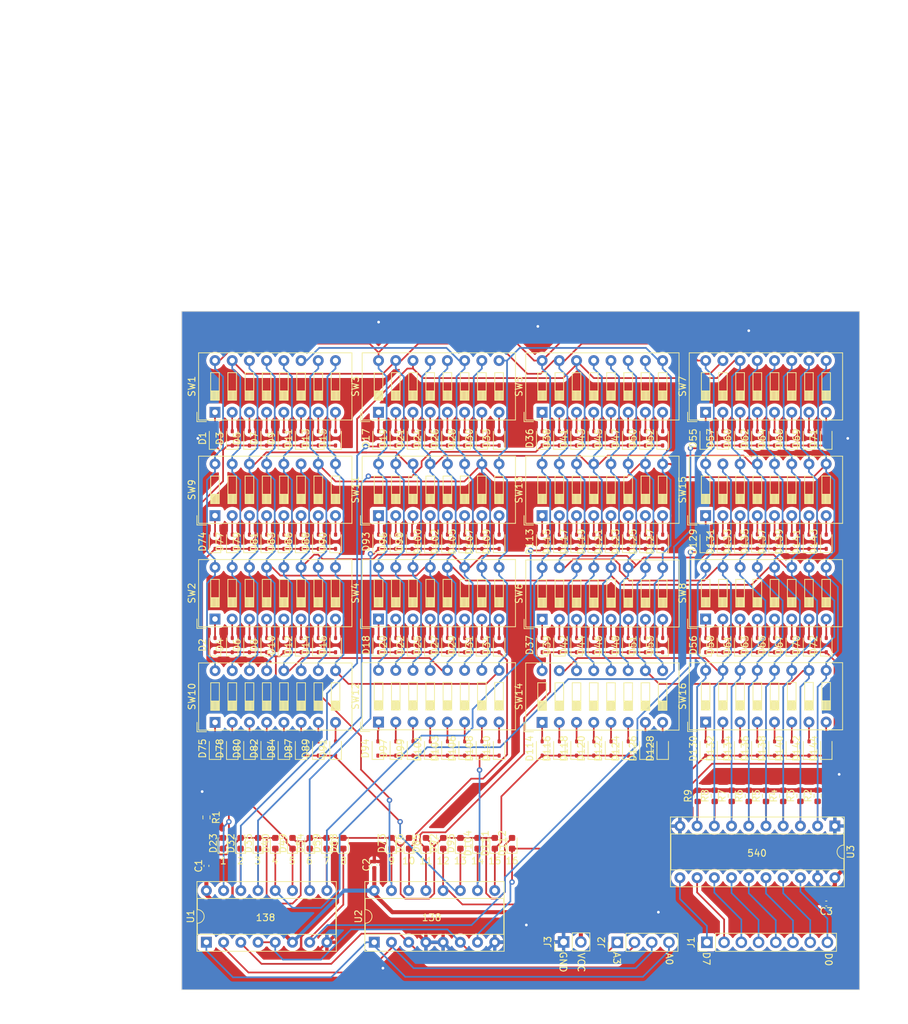
<source format=kicad_pcb>
(kicad_pcb (version 20221018) (generator pcbnew)
  (layers (0 "F.Cu" signal) (31 "B.Cu" signal) (34 "B.Paste" user) (35 "F.Paste" user) (36 "B.SilkS" user "B.Silkscreen") (37 "F.SilkS" user "F.Silkscreen") (38 "B.Mask" user) (39 "F.Mask" user) (44 "Edge.Cuts" user))
  (net 0 "")
  (net 1 "+5V")
  (net 2 "GND")
  (net 3 "Net-(D1-K)")
  (net 4 "Net-(D1-A)")
  (net 5 "Net-(D10-K)")
  (net 6 "Net-(D2-A)")
  (net 7 "Net-(D3-A)")
  (net 8 "Net-(D4-A)")
  (net 9 "Net-(D5-A)")
  (net 10 "Net-(D6-A)")
  (net 11 "Net-(D7-A)")
  (net 12 "Net-(D8-A)")
  (net 13 "Net-(D9-A)")
  (net 14 "Net-(D10-A)")
  (net 15 "Net-(D11-A)")
  (net 16 "Net-(D12-A)")
  (net 17 "Net-(D13-A)")
  (net 18 "Net-(D14-A)")
  (net 19 "Net-(D15-A)")
  (net 20 "Net-(D16-A)")
  (net 21 "Net-(D17-K)")
  (net 22 "Net-(D17-A)")
  (net 23 "Net-(D18-K)")
  (net 24 "Net-(D18-A)")
  (net 25 "Net-(D19-A)")
  (net 26 "Net-(D20-A)")
  (net 27 "Net-(D21-A)")
  (net 28 "Net-(D22-A)")
  (net 29 "Net-(D104-A)")
  (net 30 "Net-(D24-A)")
  (net 31 "Net-(D25-A)")
  (net 32 "Net-(D26-A)")
  (net 33 "Net-(D27-A)")
  (net 34 "Net-(D28-A)")
  (net 35 "Net-(D29-A)")
  (net 36 "Net-(D30-A)")
  (net 37 "Net-(D31-A)")
  (net 38 "Net-(D33-A)")
  (net 39 "Net-(D34-A)")
  (net 40 "Net-(D35-K)")
  (net 41 "Net-(D36-A)")
  (net 42 "Net-(D37-K)")
  (net 43 "Net-(D37-A)")
  (net 44 "Net-(D38-A)")
  (net 45 "Net-(D39-A)")
  (net 46 "Net-(D40-K)")
  (net 47 "Net-(D41-A)")
  (net 48 "Net-(D42-A)")
  (net 49 "Net-(D43-A)")
  (net 50 "Net-(D44-A)")
  (net 51 "Net-(D45-A)")
  (net 52 "Net-(D46-A)")
  (net 53 "Net-(D47-A)")
  (net 54 "Net-(D48-A)")
  (net 55 "Net-(D49-K)")
  (net 56 "Net-(D50-A)")
  (net 57 "Net-(D51-A)")
  (net 58 "Net-(D52-A)")
  (net 59 "Net-(D53-A)")
  (net 60 "Net-(D100-K)")
  (net 61 "Net-(D55-A)")
  (net 62 "Net-(D56-K)")
  (net 63 "Net-(D56-A)")
  (net 64 "Net-(D57-A)")
  (net 65 "Net-(D58-A)")
  (net 66 "Net-(D113-K)")
  (net 67 "Net-(D60-A)")
  (net 68 "Net-(D61-A)")
  (net 69 "Net-(D62-A)")
  (net 70 "Net-(D63-A)")
  (net 71 "Net-(D64-A)")
  (net 72 "Net-(D65-A)")
  (net 73 "Net-(D66-A)")
  (net 74 "Net-(D67-A)")
  (net 75 "Net-(D129-K)")
  (net 76 "Net-(D69-A)")
  (net 77 "Net-(D70-A)")
  (net 78 "Net-(D71-A)")
  (net 79 "Net-(D72-A)")
  (net 80 "Net-(D74-A)")
  (net 81 "Net-(D75-K)")
  (net 82 "Net-(D75-A)")
  (net 83 "Net-(D77-A)")
  (net 84 "Net-(D78-A)")
  (net 85 "Net-(D79-A)")
  (net 86 "Net-(D80-A)")
  (net 87 "Net-(D81-A)")
  (net 88 "Net-(D82-A)")
  (net 89 "Net-(D83-A)")
  (net 90 "Net-(D84-A)")
  (net 91 "Net-(D86-A)")
  (net 92 "Net-(D87-A)")
  (net 93 "Net-(D88-A)")
  (net 94 "Net-(D89-A)")
  (net 95 "Net-(D90-A)")
  (net 96 "Net-(D91-A)")
  (net 97 "Net-(D93-A)")
  (net 98 "Net-(D101-K)")
  (net 99 "Net-(D94-A)")
  (net 100 "Net-(D96-A)")
  (net 101 "Net-(D97-A)")
  (net 102 "Net-(D98-A)")
  (net 103 "Net-(D99-A)")
  (net 104 "Net-(D100-A)")
  (net 105 "Net-(D101-A)")
  (net 106 "Net-(D102-A)")
  (net 107 "Net-(D103-A)")
  (net 108 "Net-(D105-A)")
  (net 109 "Net-(D106-A)")
  (net 110 "Net-(D107-A)")
  (net 111 "Net-(D108-A)")
  (net 112 "Net-(D109-A)")
  (net 113 "Net-(D110-A)")
  (net 114 "Net-(D111-K)")
  (net 115 "Net-(D112-K)")
  (net 116 "Net-(D113-A)")
  (net 117 "Net-(D114-A)")
  (net 118 "Net-(D115-A)")
  (net 119 "Net-(D116-A)")
  (net 120 "Net-(D117-A)")
  (net 121 "Net-(D118-A)")
  (net 122 "Net-(D119-A)")
  (net 123 "Net-(D120-A)")
  (net 124 "Net-(D121-A)")
  (net 125 "Net-(D122-A)")
  (net 126 "Net-(D123-A)")
  (net 127 "Net-(D124-A)")
  (net 128 "Net-(D125-A)")
  (net 129 "Net-(D126-A)")
  (net 130 "Net-(D127-A)")
  (net 131 "Net-(D128-A)")
  (net 132 "Net-(D129-A)")
  (net 133 "Net-(D130-A)")
  (net 134 "Net-(D131-A)")
  (net 135 "Net-(D132-A)")
  (net 136 "Net-(D133-A)")
  (net 137 "Net-(D134-A)")
  (net 138 "Net-(D135-A)")
  (net 139 "Net-(D136-A)")
  (net 140 "Net-(D137-A)")
  (net 141 "Net-(D138-A)")
  (net 142 "Net-(D139-A)")
  (net 143 "Net-(D140-A)")
  (net 144 "Net-(D141-A)")
  (net 145 "Net-(D142-A)")
  (net 146 "Net-(D143-A)")
  (net 147 "Net-(D144-A)")
  (net 148 "D7")
  (net 149 "D6")
  (net 150 "D5")
  (net 151 "D4")
  (net 152 "D3")
  (net 153 "D2")
  (net 154 "D1")
  (net 155 "D0")
  (net 156 "A3")
  (net 157 "A2")
  (net 158 "A1")
  (net 159 "A0")
  (net 160 "Net-(U3-A0)")
  (net 161 "Net-(U3-A1)")
  (net 162 "Net-(U3-A2)")
  (net 163 "Net-(U3-A3)")
  (net 164 "Net-(U3-A4)")
  (net 165 "Net-(U3-A5)")
  (net 166 "Net-(U3-A6)")
  (net 167 "Net-(U3-A7)")
  (footprint "Diode_SMD:D_SOD-323" (layer "F.Cu") (at 194.945 63.5 90)
    (fp_text reference "D107")
    (fp_text value "D")
  )
  (footprint "Diode_SMD:D_SOD-323" (layer "F.Cu") (at 158.115 93.98 90)
    (fp_text reference "D78")
    (fp_text value "D")
  )
  (footprint "Diode_SMD:D_SOD-323" (layer "F.Cu") (at 221.615 93.98 90)
    (fp_text reference "D128")
    (fp_text value "D")
  )
  (footprint "Diode_SMD:D_SOD-323" (layer "F.Cu") (at 158.115 63.5 90)
    (fp_text reference "D77")
    (fp_text value "D")
  )
  (footprint "Diode_SMD:D_SOD-323" (layer "F.Cu") (at 197.485 78.74 90)
    (fp_text reference "D34")
    (fp_text value "D")
  )
  (footprint "Diode_SMD:D_SOD-323" (layer "F.Cu") (at 184.785 78.74 90)
    (fp_text reference "D22")
    (fp_text value "D")
  )
  (footprint "Diode_SMD:D_SOD-323" (layer "F.Cu") (at 187.325 48.26 90)
    (fp_text reference "D24")
    (fp_text value "D")
  )
  (footprint "Diode_SMD:D_SOD-323" (layer "F.Cu") (at 160.655 48.26 90)
    (fp_text reference "D5")
    (fp_text value "D")
  )
  (footprint "Diode_SMD:D_SOD-323" (layer "F.Cu") (at 216.535 63.5 90)
    (fp_text reference "D123")
    (fp_text value "D")
  )
  (footprint "Diode_SMD:D_SOD-323" (layer "F.Cu") (at 213.995 78.74 90)
    (fp_text reference "D46")
    (fp_text value "D")
  )
  (footprint "Diode_SMD:D_SOD-323" (layer "F.Cu") (at 192.405 63.5 90)
    (fp_text reference "D105")
    (fp_text value "D")
  )
  (footprint "LED_SMD:LED_0603_1608Metric" (layer "F.Cu") (at 159.335 107.95 90)
    (fp_text reference "D32")
    (fp_text value "LED")
  )
  (footprint "Diode_SMD:D_SOD-323" (layer "F.Cu") (at 182.245 78.74 90)
    (fp_text reference "D20")
    (fp_text value "D")
  )
  (footprint "LED_SMD:LED_0603_1608Metric" (layer "F.Cu") (at 199.39 107.95 90)
    (fp_text reference "D112")
    (fp_text value "LED")
  )
  (footprint "Diode_SMD:D_SOD-323" (layer "F.Cu") (at 163.195 48.26 90)
    (fp_text reference "D7")
    (fp_text value "D")
  )
  (footprint "Diode_SMD:D_SOD-323" (layer "F.Cu") (at 203.835 48.26 90)
    (fp_text reference "D36")
    (fp_text value "D")
  )
  (footprint "Diode_SMD:D_SOD-323" (layer "F.Cu") (at 192.405 48.26 90)
    (fp_text reference "D28")
    (fp_text value "D")
  )
  (footprint "Diode_SMD:D_SOD-323" (layer "F.Cu") (at 197.485 93.98 90)
    (fp_text reference "D110")
    (fp_text value "D")
  )
  (footprint "Diode_SMD:D_SOD-323" (layer "F.Cu") (at 221.615 48.26 90)
    (fp_text reference "D52")
    (fp_text value "D")
  )
  (footprint "Diode_SMD:D_SOD-323" (layer "F.Cu") (at 238.125 63.5 90)
    (fp_text reference "D137")
    (fp_text value "D")
  )
  (footprint "Diode_SMD:D_SOD-323" (layer "F.Cu") (at 208.915 48.26 90)
    (fp_text reference "D41")
    (fp_text value "D")
  )
  (footprint "Diode_SMD:D_SOD-323" (layer "F.Cu") (at 238.125 78.74 90)
    (fp_text reference "D65")
    (fp_text value "D")
  )
  (footprint "LED_SMD:LED_0603_1608Metric" (layer "F.Cu") (at 161.925 107.95 90)
    (fp_text reference "D35")
    (fp_text value "LED")
  )
  (footprint "Diode_SMD:D_SOD-323" (layer "F.Cu") (at 192.405 78.74 90)
    (fp_text reference "D29")
    (fp_text value "D")
  )
  (footprint "Diode_SMD:D_SOD-323" (layer "F.Cu") (at 230.505 93.98 90)
    (fp_text reference "D132")
    (fp_text value "D")
  )
  (footprint "Diode_SMD:D_SOD-323" (layer "F.Cu") (at 238.125 93.98 90)
    (fp_text reference "D138")
    (fp_text value "D")
  )
  (footprint "Diode_SMD:D_SOD-323" (layer "F.Cu") (at 163.195 93.98 90)
    (fp_text reference "D82")
    (fp_text value "D")
  )
  (footprint "Button_Switch_THT:SW_DIP_SPSTx08_Slide_9.78x22.5mm_W7.62mm_P2.54mm" (layer "F.Cu") (at 227.955 44.4075 90)
    (fp_text reference "SW7")
    (fp_text value "SW_DIP")
  )
  (footprint "Diode_SMD:D_SOD-323" (layer "F.Cu") (at 245.745 63.5 90)
    (fp_text reference "D143")
    (fp_text value "D")
  )
  (footprint "Connector_PinHeader_2.54mm:PinHeader_1x08_P2.54mm_Vertical" (layer "F.Cu") (at 228.14 122.555 90)
    (fp_text reference "J1")
    (fp_text value "ROM_D")
  )
  (footprint "Diode_SMD:D_SOD-323" (layer "F.Cu") (at 187.325 93.98 90)
    (fp_text reference "D101")
    (fp_text value "D")
  )
  (footprint "Diode_SMD:D_SOD-323" (layer "F.Cu") (at 211.455 63.5 90)
    (fp_text reference "D119")
    (fp_text value "D")
  )
  (footprint "Diode_SMD:D_SOD-323" (layer "F.Cu") (at 208.915 63.5 90)
    (fp_text reference "D117")
    (fp_text value "D")
  )
  (footprint "Diode_SMD:D_SOD-323" (layer "F.Cu") (at 173.355 63.5 90)
    (fp_text reference "D90")
    (fp_text value "D")
  )
  (footprint "Diode_SMD:D_SOD-323" (layer "F.Cu") (at 194.945 78.74 90)
    (fp_text reference "D31")
    (fp_text value "D")
  )
  (footprint "Diode_SMD:D_SOD-323" (layer "F.Cu") (at 170.815 93.98 90)
    (fp_text reference "D89")
    (fp_text value "D")
  )
  (footprint "Diode_SMD:D_SOD-323" (layer "F.Cu") (at 163.195 78.74 90)
    (fp_text reference "D8")
    (fp_text value "D")
  )
  (footprint "Resistor_SMD:R_0603_1608Metric" (layer "F.Cu") (at 244.475 100.9478 90)
    (fp_text reference "R2")
    (fp_text value "10K")
  )
  (footprint "Diode_SMD:D_SOD-323" (layer "F.Cu") (at 243.205 48.26 90)
    (fp_text reference "D69")
    (fp_text value "D")
  )
  (footprint "Button_Switch_THT:SW_DIP_SPSTx08_Slide_9.78x22.5mm_W7.62mm_P2.54mm" (layer "F.Cu") (at 179.695 44.4075 90)
    (fp_text reference "SW3")
    (fp_text value "SW_DIP")
  )
  (footprint "Capacitor_SMD:C_0402_1005Metric" (layer "F.Cu") (at 245.75 116.83 180)
    (fp_text reference "C3")
    (fp_text value "0.1u")
  )
  (footprint "Diode_SMD:D_SOD-323" (layer "F.Cu") (at 160.655 78.74 90)
    (fp_text reference "D6")
    (fp_text value "D")
  )
  (footprint "Diode_SMD:D_SOD-323" (layer "F.Cu") (at 233.045 63.5 90)
    (fp_text reference "D133")
    (fp_text value "D")
  )
  (footprint "Diode_SMD:D_SOD-323" (layer "F.Cu") (at 211.455 48.26 90)
    (fp_text reference "D43")
    (fp_text value "D")
  )
  (footprint "Button_Switch_THT:SW_DIP_SPSTx08_Slide_9.78x22.5mm_W7.62mm_P2.54mm" (layer "F.Cu") (at 155.575 90.1275 90)
    (fp_text reference "SW10")
    (fp_text value "SW_DIP")
  )
  (footprint "Diode_SMD:D_SOD-323" (layer "F.Cu") (at 206.375 93.98 90)
    (fp_text reference "D116")
    (fp_text value "D")
  )
  (footprint "Diode_SMD:D_SOD-323" (layer "F.Cu") (at 184.64 63.5 90)
    (fp_text reference "D98")
    (fp_text value "D")
  )
  (footprint "Diode_SMD:D_SOD-323" (layer "F.Cu") (at 189.865 48.26 90)
    (fp_text reference "D26")
    (fp_text value "D")
  )
  (footprint "Button_Switch_THT:SW_DIP_SPSTx08_Slide_9.78x22.5mm_W7.62mm_P2.54mm" (layer "F.Cu") (at 227.955 90.085 90)
    (fp_text reference "SW16")
    (fp_text value "SW_DIP")
  )
  (footprint "Diode_SMD:D_SOD-323" (layer "F.Cu") (at 235.585 93.98 90)
    (fp_text reference "D136")
    (fp_text value "D")
  )
  (footprint "Resistor_SMD:R_0603_1608Metric" (layer "F.Cu") (at 234.315 100.965 90)
    (fp_text reference "R6")
    (fp_text value "10K")
  )
  (footprint "Diode_SMD:D_SOD-323" (layer "F.Cu") (at 240.665 63.5 90)
    (fp_text reference "D139")
    (fp_text value "D")
  )
  (footprint "Diode_SMD:D_SOD-323" (layer "F.Cu") (at 189.865 93.98 90)
    (fp_text reference "D103")
    (fp_text value "D")
  )
  (footprint "LED_SMD:LED_0603_1608Metric" (layer "F.Cu") (at 156.745 107.95 90)
    (fp_text reference "D23")
    (fp_text value "LED")
  )
  (footprint "Diode_SMD:D_SOD-323" (layer "F.Cu") (at 230.505 78.74 90)
    (fp_text reference "D58")
    (fp_text value "D")
  )
  (footprint "Diode_SMD:D_SOD-323" (layer "F.Cu") (at 243.205 93.98 90)
    (fp_text reference "D142")
    (fp_text value "D")
  )
  (footprint "Diode_SMD:D_SOD-323" (layer "F.Cu") (at 235.585 63.466 90)
    (fp_text reference "D135")
    (fp_text value "D")
  )
  (footprint "LED_SMD:LED_0603_1608Metric" (layer "F.Cu") (at 164.465 107.95 90)
    (fp_text reference "D40")
    (fp_text value "LED")
  )
  (footprint "Diode_SMD:D_SOD-323" (layer "F.Cu") (at 170.815 63.5 90)
    (fp_text reference "D88")
    (fp_text value "D")
  )
  (footprint "Diode_SMD:D_SOD-323" (layer "F.Cu") (at 187.325 63.5 90)
    (fp_text reference "D100")
    (fp_text value "D")
  )
  (footprint "Diode_SMD:D_SOD-323" (layer "F.Cu") (at 213.995 93.98 90)
    (fp_text reference "D122")
    (fp_text value "D")
  )
  (footprint "Diode_SMD:D_SOD-323" (layer "F.Cu") (at 203.835 93.98 90)
    (fp_text reference "D114")
    (fp_text value "D")
  )
  (footprint "Connector_PinHeader_2.54mm:PinHeader_1x02_P2.54mm_Vertical" (layer "F.Cu") (at 207 122.5 90)
    (fp_text reference "J3")
    (fp_text value "POWER")
  )
  (footprint "Diode_SMD:D_SOD-323" (layer "F.Cu") (at 243.205 63.5 90)
    (fp_text reference "D141")
    (fp_text value "D")
  )
  (footprint "Button_Switch_THT:SW_DIP_SPSTx08_Slide_9.78x22.5mm_W7.62mm_P2.54mm" (layer "F.Cu") (at 203.825 59.6475 90)
    (fp_text reference "SW13")
    (fp_text value "SW_DIP")
  )
  (footprint "Button_Switch_THT:SW_DIP_SPSTx08_Slide_9.78x22.5mm_W7.62mm_P2.54mm" (layer "F.Cu") (at 227.955 74.8875 90)
    (fp_text reference "SW8")
    (fp_text value "SW_DIP")
  )
  (footprint "Diode_SMD:D_SOD-323" (layer "F.Cu") (at 163.195 63.5 90)
    (fp_text reference "D81")
    (fp_text value "D")
  )
  (footprint "Diode_SMD:D_SOD-323" (layer "F.Cu") (at 203.835 63.5 90)
    (fp_text reference "D113")
    (fp_text value "D")
  )
  (footprint "Diode_SMD:D_SOD-323" (layer "F.Cu") (at 208.915 78.74 90)
    (fp_text reference "D42")
    (fp_text value "D")
  )
  (footprint "Diode_SMD:D_SOD-323" (layer "F.Cu") (at 173.355 78.74 90)
    (fp_text reference "D16")
    (fp_text value "D")
  )
  (footprint "Button_Switch_THT:SW_DIP_SPSTx08_Slide_9.78x22.5mm_W7.62mm_P2.54mm" (layer "F.Cu") (at 155.565 44.4075 90)
    (fp_text reference "SW1")
    (fp_text value "SW_DIP")
  )
  (footprint "Diode_SMD:D_SOD-323" (layer "F.Cu") (at 189.865 63.5 90)
    (fp_text reference "D102")
    (fp_text value "D")
  )
  (footprint "Diode_SMD:D_SOD-323" (layer "F.Cu") (at 179.705 63.5 90)
    (fp_text reference "D93")
    (fp_text value "D")
  )
  (footprint "Diode_SMD:D_SOD-323" (layer "F.Cu") (at 179.6 93.98 90)
    (fp_text reference "D94")
    (fp_text value "D")
  )
  (footprint "Package_DIP:DIP-16_W7.62mm_Socket" (layer "F.Cu") (at 179.06 122.545 90)
    (fp_text reference "U2")
    (fp_text value "74HC138")
  )
  (footprint "Diode_SMD:D_SOD-323" (layer "F.Cu") (at 173.355 48.26 90)
    (fp_text reference "D15")
    (fp_text value "D")
  )
  (footprint "Resistor_SMD:R_0603_1608Metric" (layer "F.Cu") (at 236.855 100.965 90)
    (fp_text reference "R5")
    (fp_text value "10K")
  )
  (footprint "Diode_SMD:D_SOD-323" (layer "F.Cu") (at 221.615 78.74 90)
    (fp_text reference "D53")
    (fp_text value "D")
  )
  (footprint "LED_SMD:LED_0603_1608Metric" (layer "F.Cu") (at 174.498 107.95 90)
    (fp_text reference "D68")
    (fp_text value "LED")
  )
  (footprint "LED_SMD:LED_0603_1608Metric" (layer "F.Cu") (at 184.2 107.95 90)
    (fp_text reference "D76")
    (fp_text value "LED")
  )
  (footprint "Diode_SMD:D_SOD-323" (layer "F.Cu") (at 165.735 63.5 90)
    (fp_text reference "D83")
    (fp_text value "D")
  )
  (footprint "Diode_SMD:D_SOD-323" (layer "F.Cu") (at 211.455 93.98 90)
    (fp_text reference "D120")
    (fp_text value "D")
  )
  (footprint "Diode_SMD:D_SOD-323" (layer "F.Cu") (at 165.735 93.98 90)
    (fp_text reference "D84")
    (fp_text value "D")
  )
  (footprint "Diode_SMD:D_SOD-323" (layer "F.Cu") (at 165.735 78.74 90)
    (fp_text reference "D10")
    (fp_text value "D")
  )
  (footprint "Diode_SMD:D_SOD-323" (layer "F.Cu") (at 194.945 93.98 90)
    (fp_text reference "D108")
    (fp_text value "D")
  )
  (footprint "LED_SMD:LED_0603_1608Metric" (layer "F.Cu") (at 167.005 107.95 90)
    (fp_text reference "D49")
    (fp_text value "LED")
  )
  (footprint "Diode_SMD:D_SOD-323" (layer "F.Cu") (at 219.075 63.5 90)
    (fp_text reference "D125")
    (fp_text value "D")
  )
  (footprint "Resistor_SMD:R_0603_1608Metric" (layer "F.Cu") (at 154.305 104.14 -90)
    (fp_text reference "R1")
    (fp_text value "1K")
  )
  (footprint "Diode_SMD:D_SOD-323" (layer "F.Cu") (at 240.665 48.26 90)
    (fp_text reference "D66")
    (fp_text value "D")
  )
  (footprint "Resistor_SMD:R_0603_1608Metric" (layer "F.Cu") (at 239.395 100.965 90)
    (fp_text reference "R4")
    (fp_text value "10K")
  )
  (footprint "Diode_SMD:D_SOD-323" (layer "F.Cu") (at 203.835 78.74 90)
    (fp_text reference "D37")
    (fp_text value "D")
  )
  (footprint "Diode_SMD:D_SOD-323" (layer "F.Cu") (at 219.075 93.98 90)
    (fp_text reference "D126")
    (fp_text value "D")
  )
  (footprint "Diode_SMD:D_SOD-323" (layer "F.Cu") (at 227.965 63.5 90)
    (fp_text reference "D129")
    (fp_text value "D")
  )
  (footprint "LED_SMD:LED_0603_1608Metric" (layer "F.Cu") (at 169.545 107.95 90)
    (fp_text reference "D54")
    (fp_text value "LED")
  )
  (footprint "Diode_SMD:D_SOD-323" (layer "F.Cu") (at 216.535 93.98 90)
    (fp_text reference "D124")
    (fp_text value "D")
  )
  (footprint "LED_SMD:LED_0603_1608Metric" (layer "F.Cu") (at 196.85 107.95 90)
    (fp_text reference "D111")
    (fp_text value "LED")
  )
  (footprint "Diode_SMD:D_SOD-323" (layer "F.Cu") (at 155.575 93.98 90)
    (fp_text reference "D75")
    (fp_text value "D")
  )
  (footprint "Button_Switch_THT:SW_DIP_SPSTx08_Slide_9.78x22.5mm_W7.62mm_P2.54mm" (layer "F.Cu") (at 179.695 74.8875 90)
    (fp_text reference "SW4")
    (fp_text value "SW_DIP")
  )
  (footprint "Diode_SMD:D_SOD-323" (layer "F.Cu") (at 155.575 48.26 90)
    (fp_text reference "D1")
    (fp_text value "D")
  )
  (footprint "Button_Switch_THT:SW_DIP_SPSTx08_Slide_9.78x22.5mm_W7.62mm_P2.54mm" (layer "F.Cu") (at 203.835 74.93 90)
    (fp_text reference "SW6")
    (fp_text value "SW_DIP")
  )
  (footprint "Diode_SMD:D_SOD-323" (layer "F.Cu") (at 216.535 48.26 90)
    (fp_text reference "D47")
    (fp_text value "D")
  )
  (footprint "Diode_SMD:D_SOD-323" (layer "F.Cu") (at 216.535 78.74 90)
    (fp_text reference "D48")
    (fp_text value "D")
  )
  (footprint "Diode_SMD:D_SOD-323" (layer "F.Cu") (at 245.745 48.26 90)
    (fp_text reference "D71")
    (fp_text value "D")
  )
  (footprint "LED_SMD:LED_0603_1608Metric" (layer "F.Cu") (at 191.77 107.95 90)
    (fp_text reference "D95")
    (fp_text value "LED")
  )
  (footprint "Diode_SMD:D_SOD-323" (layer "F.Cu") (at 189.865 78.74 90)
    (fp_text reference "D27")
    (fp_text value "D")
  )
  (footprint "Diode_SMD:D_SOD-323" (layer "F.Cu") (at 158.115 78.74 90)
    (fp_text reference "D4")
    (fp_text value "D")
  )
  (footprint "Diode_SMD:D_SOD-323" (layer "F.Cu") (at 160.655 93.98 90)
    (fp_text reference "D80")
    (fp_text value "D")
  )
  (footprint "Diode_SMD:D_SOD-323" (layer "F.Cu") (at 213.995 63.5 90)
    (fp_text reference "D121")
    (fp_text value "D")
  )
  (footprint "Diode_SMD:D_SOD-323" (layer "F.Cu") (at 233.045 78.74 90)
    (fp_text reference "D61")
    (fp_text value "D")
  )
  (footprint "Button_Switch_THT:SW_DIP_SPSTx08_Slide_9.78x22.5mm_W7.62mm_P2.54mm" (layer "F.Cu") (at 155.565 74.8875 90)
    (fp_text reference "SW2")
    (fp_text value "SW_DIP")
  )
  (footprint "Resistor_SMD:R_0603_1608Metric" (layer "F.Cu") (at 231.805 100.965 90)
    (fp_text reference "R7")
    (fp_text value "10K")
  )
  (footprint "Diode_SMD:D_SOD-323" (layer "F.Cu") (at 206.375 48.26 90)
    (fp_text reference "D38")
    (fp_text value "D")
  )
  (footprint "Diode_SMD:D_SOD-323" (layer "F.Cu") (at 221.615 63.5 90)
    (fp_text reference "D127")
    (fp_text value "D")
  )
  (footprint "Diode_SMD:D_SOD-323" (layer "F.Cu") (at 170.815 48.26 90)
    (fp_text reference "D13")
    (fp_text value "D")
  )
  (footprint "LED_SMD:LED_0603_1608Metric" (layer "F.Cu") (at 186.69 107.95 90)
    (fp_text reference "D85")
    (fp_text value "LED")
  )
  (footprint "Diode_SMD:D_SOD-323" (layer "F.Cu") (at 155.575 78.74 90)
    (fp_text reference "D2")
    (fp_text value "D")
  )
  (footprint "Diode_SMD:D_SOD-323" (layer "F.Cu") (at 219.075 48.26 90)
    (fp_text reference "D50")
    (fp_text value "D")
  )
  (footprint "Diode_SMD:D_SOD-323" (layer "F.Cu") (at 182.245 93.98 90)
    (fp_text reference "D97")
    (fp_text value "D")
  )
  (footprint "LED_SMD:LED_0603_1608Metric" (layer "F.Cu") (at 194.31 107.95 90)
    (fp_text reference "D104")
    (fp_text value "LED")
  )
  (footprint "Diode_SMD:D_SOD-323" (layer "F.Cu") (at 160.655 63.5 90)
    (fp_text reference "D79")
    (fp_text value "D")
  )
  (footprint "Diode_SMD:D_SOD-323" (layer "F.Cu") (at 192.405 93.98 90)
    (fp_text reference "D106")
    (fp_text value "D")
  )
  (footprint "Package_DIP:DIP-16_W7.62mm_Socket" (layer "F.Cu") (at 154.295 122.545 90)
    (fp_text reference "U1")
    (fp_text value "74HC138")
  )
  (footprint "Resistor_SMD:R_0603_1608Metric" (layer "F.Cu") (at 229.295 100.965 90)
    (fp_text reference "R8")
    (fp_text value "10K")
  )
  (footprint "Capacitor_SMD:C_0402_1005Metric" (layer "F.Cu") (at 179.07 111.125 90)
    (fp_text reference "C2")
    (fp_text value "0.1u")
  )
  (footprint "Diode_SMD:D_SOD-323" (layer "F.Cu") (at 235.585 48.26 90)
    (fp_text reference "D62")
    (fp_text value "D")
  )
  (footprint "Diode_SMD:D_SOD-323" (layer "F.Cu") (at 240.665 93.98 90)
    (fp_text reference "D140")
    (fp_text value "D")
  )
  (footprint "Diode_SMD:D_SOD-323" (layer "F.Cu") (at 245.745 78.74 90)
    (fp_text reference "D72")
    (fp_text value "D")
  )
  (footprint "Button_Switch_THT:SW_DIP_SPSTx08_Slide_9.78x22.5mm_W7.62mm_P2.54mm" (layer "F.Cu") (at 203.825 90.1275 90)
    (fp_text reference "SW14")
    (fp_text value "SW_DIP")
  )
  (footprint "Diode_SMD:D_SOD-323" (layer "F.Cu") (at 179.705 48.26 90)
    (fp_text reference "D17")
    (fp_text value "D")
  )
  (footprint "Diode_SMD:D_SOD-323" (layer "F.Cu") (at 197.485 48.26 90)
    (fp_text reference "D33")
    (fp_text value "D")
  )
  (footprint "Diode_SMD:D_SOD-323" (layer "F.Cu") (at 194.945 48.26 90)
    (fp_text reference "D30")
    (fp_text value "D")
  )
  (footprint "Diode_SMD:D_SOD-323" (layer "F.Cu") (at 179.705 78.74 90)
    (fp_text reference "D18")
    (fp_text value "D")
  )
  (footprint "Diode_SMD:D_SOD-323" (layer "F.Cu") (at 211.455 78.74 90)
    (fp_text reference "D44")
    (fp_text value "D")
  )
  (footprint "Diode_SMD:D_SOD-323" (layer "F.Cu") (at 206.375 63.5 90)
    (fp_text reference "D115")
    (fp_text value "D")
  )
  (footprint "Diode_SMD:D_SOD-323" (layer "F.Cu") (at 168.275 48.26 90)
    (fp_text reference "D11")
    (fp_text value "D")
  )
  (footprint "Diode_SMD:D_SOD-323" (layer "F.Cu") (at 165.735 48.26 90)
    (fp_text reference "D9")
    (fp_text value "D")
  )
  (footprint "LED_SMD:LED_0603_1608Metric" (layer "F.Cu") (at 181.61 107.95 90)
    (fp_text reference "D73")
    (fp_text value "LED")
  )
  (footprint "Diode_SMD:D_SOD-323" (layer "F.Cu") (at 227.965 93.98 90)
    (fp_text reference "D130")
    (fp_text value "D")
  )
  (footprint "Diode_SMD:D_SOD-323" (layer "F.Cu") (at 206.375 78.74 90)
    (fp_text reference "D39")
    (fp_text value "D")
  )
  (footprint "Diode_SMD:D_SOD-323" (layer "F.Cu") (at 230.505 48.26 90)
    (fp_text reference "D57")
    (fp_text value "D")
  )
  (footprint "Capacitor_SMD:C_0402_1005Metric" (layer "F.Cu") (at 154.305 111.28 90)
    (fp_text reference "C1")
    (fp_text value "0.1u")
  )
  (footprint "Diode_SMD:D_SOD-323" (layer "F.Cu") (at 213.995 48.26 90)
    (fp_text reference "D45")
    (fp_text value "D")
  )
  (footprint "Resistor_SMD:R_0603_1608Metric" (layer "F.Cu") (at 226.785 100.965 90)
    (fp_text reference "R9")
    (fp_text value "10K")
  )
  (footprint "Diode_SMD:D_SOD-323" (layer "F.Cu") (at 182.245 48.26 90)
    (fp_text reference "D19")
    (fp_text value "D")
  )
  (footprint "Diode_SMD:D_SOD-323" (layer "F.Cu") (at 238.125 48.26 90)
    (fp_text reference "D64")
    (fp_text value "D")
  )
  (footprint "Diode_SMD:D_SOD-323" (layer "F.Cu") (at 182.245 63.5 90)
    (fp_text reference "D96")
    (fp_text value "D")
  )
  (footprint "Diode_SMD:D_SOD-323" (layer "F.Cu") (at 227.965 78.74 90)
    (fp_text reference "D56")
    (fp_text value "D")
  )
  (footprint "LED_SMD:LED_0603_1608Metric" (layer "F.Cu") (at 172.035 107.95 90)
    (fp_text reference "D59")
    (fp_text value "LED")
  )
  (footprint "Diode_SMD:D_SOD-323" (layer "F.Cu") (at 230.505 63.5 90)
    (fp_text reference "D131")
    (fp_text value "D")
  )
  (footprint "Diode_SMD:D_SOD-323" (layer "F.Cu") (at 227.965 48.26 90)
    (fp_text reference "D55")
    (fp_text value "D")
  )
  (footprint "Package_DIP:DIP-20_W7.62mm_Socket" (layer "F.Cu") (at 247.015 105.41 -90)
    (fp_text reference "U3")
    (fp_text value "74HC540")
  )
  (footprint "Diode_SMD:D_SOD-323" (layer "F.Cu") (at 219.075 78.74 90)
    (fp_text reference "D51")
    (fp_text value "D")
  )
  (footprint "Diode_SMD:D_SOD-323" (layer "F.Cu") (at 184.785 48.26 90)
    (fp_text reference "D21")
    (fp_text value "D")
  )
  (footprint "Button_Switch_THT:SW_DIP_SPSTx08_Slide_9.78x22.5mm_W7.62mm_P2.54mm" (layer "F.Cu") (at 203.825 44.4075 90)
    (fp_text reference "SW5")
    (fp_text value "SW_DIP")
  )
  (footprint "Diode_SMD:D_SOD-323" (layer "F.Cu") (at 155.575 63.5 90)
    (fp_text reference "D74")
    (fp_text value "D")
  )
  (footprint "Diode_SMD:D_SOD-323" (layer "F.Cu") (at 240.665 78.74 90)
    (fp_text reference "D67")
    (fp_text value "D")
  )
  (footprint "Resistor_SMD:R_0603_1608Metric" (layer "F.Cu") (at 241.935 100.9478 90)
    (fp_text reference "R3")
    (fp_text value "10K")
  )
  (footprint "Diode_SMD:D_SOD-323" (layer "F.Cu") (at 208.915 93.98 90)
    (fp_text reference "D118")
    (fp_text value "D")
  )
  (footprint "Diode_SMD:D_SOD-323" (layer "F.Cu") (at 187.325 78.74 90)
    (fp_text reference "D25")
    (fp_text value "D")
  )
  (footprint "Diode_SMD:D_SOD-323" (layer "F.Cu") (at 168.275 78.74 90)
    (fp_text reference "D12")
    (fp_text value "D")
  )
  (footprint "Diode_SMD:D_SOD-323" (layer "F.Cu") (at 173.355 93.98 90)
    (fp_text reference "D91")
    (fp_text value "D")
  )
  (footprint "Diode_SMD:D_SOD-323" (layer "F.Cu") (at 235.585 78.74 90)
    (fp_text reference "D63")
    (fp_text value "D")
  )
  (footprint "LED_SMD:LED_0603_1608Metric" (layer "F.Cu") (at 189.23 107.95 90)
    (fp_text reference "D92")
    (fp_text value "LED")
  )
  (footprint "Diode_SMD:D_SOD-323" (layer "F.Cu") (at 170.815 78.74 90)
    (fp_text reference "D14")
    (fp_text value "D")
  )
  (footprint "Diode_SMD:D_SOD-323" (layer "F.Cu") (at 168.275 93.98 90)
    (fp_text reference "D87")
    (fp_text value "D")
  )
  (footprint "Button_Switch_THT:SW_DIP_SPSTx08_Slide_9.78x22.5mm_W7.62mm_P2.54mm" (layer "F.Cu") (at 179.695 90.085 90)
    (fp_text reference "SW12")
    (fp_text value "SW_DIP")
  )
  (footprint "Button_Switch_THT:SW_DIP_SPSTx08_Slide_9.78x22.5mm_W7.62mm_P2.54mm" (layer "F.Cu") (at 179.695 59.6475 90)
    (fp_text reference "SW11")
    (fp_text value "SW_DIP")
  )
  (footprint "Diode_SMD:D_SOD-323" (layer "F.Cu") (at 245.745 93.98 90)
    (fp_text reference "D144")
    (fp_text value "D")
  )
  (footprint "Diode_SMD:D_SOD-323" (layer "F.Cu") (at 233.045 48.26 90)
    (fp_text reference "D60")
    (fp_text value "D")
  )
  (footprint "Diode_SMD:D_SOD-323" (layer "F.Cu") (at 168.275 63.5 90)
    (fp_text reference "D86")
    (fp_text value "D")
  )
  (footprint "Diode_SMD:D_SOD-323" (layer "F.Cu") (at 233.045 93.98 90)
    (fp_text reference "D134")
    (fp_text value "D")
  )
  (footprint "Button_Switch_THT:SW_DIP_SPSTx08_Slide_9.78x22.5mm_W7.62mm_P2.54mm" (layer "F.Cu") (at 227.955 59.6475 90)
    (fp_text reference "SW15")
    (fp_text value "SW_DIP")
  )
  (footprint "Button_Switch_THT:SW_DIP_SPSTx08_Slide_9.78x22.5mm_W7.62mm_P2.54mm" (layer "F.Cu") (at 155.565 59.6475 90)
    (fp_text reference "SW9")
    (fp_text value "SW_DIP")
  )
  (footprint "Diode_SMD:D_SOD-323" (layer "F.Cu") (at 158.115 48.26 90)
    (fp_text reference "D3")
    (fp_text value "D")
  )
  (footprint "Diode_SMD:D_SOD-323" (layer "F.Cu") (at 243.205 78.74 90)
    (fp_text reference "D70")
    (fp_text value "D")
  )
  (footprint "Diode_SMD:D_SOD-323" (layer "F.Cu") (at 184.785 93.98 90)
    (fp_text reference "D99")
    (fp_text value "D")
  )
  (footprint "Diode_SMD:D_SOD-323" (layer "F.Cu") (at 197.485 63.5 90)
    (fp_text reference "D109")
    (fp_text value "D")
  )
  (footprint "Connector_PinHeader_2.54mm:PinHeader_1x04_P2.54mm_Vertical" (layer "F.Cu") (at 214.92 122.555 90)
    (fp_text reference "J2")
    (fp_text value "ROM_A")
  )
  (gr_rect (start 150.66 29.54) (end 250.66 129.54) (stroke (width 0.1)) (fill none) (layer "Edge.Cuts"))
  (gr_text "11" (at 186.69 111.125) (layer "F.SilkS") (effects (font (size 1 1)) (justify bottom)))
  (gr_text "138" (at 161.5 119.5) (layer "F.SilkS") (effects (font (size 1 1)) (justify left bottom)))
  (gr_text "GND" (at 206.335 123.83 -90) (layer "F.SilkS") (effects (font (size 1 1)) (justify left bottom)))
  (gr_text "6" (at 168.91 111.125) (layer "F.SilkS") (effects (font (size 1 1)) (justify left bottom)))
  (gr_text "2" (at 158.75 111.125) (layer "F.SilkS") (effects (font (size 1 1)) (justify left bottom)))
  (gr_text "16" (at 199.39 111.125) (layer "F.SilkS") (effects (font (size 1 1)) (justify bottom)))
  (gr_text "3" (at 161.29 111.125) (layer "F.SilkS") (effects (font (size 1 1)) (justify left bottom)))
  (gr_text "D0" (at 245.5 124 -90) (layer "F.SilkS") (effects (font (size 1 1)) (justify left bottom)))
  (gr_text "4" (at 163.83 111.125) (layer "F.SilkS") (effects (font (size 1 1)) (justify left bottom)))
  (gr_text "A3\n" (at 214.255 123.885 -90) (layer "F.SilkS") (effects (font (size 1 1)) (justify left bottom)))
  (gr_text "14" (at 194.31 111.125) (layer "F.SilkS") (effects (font (size 1 1)) (justify bottom)))
  (gr_text "13" (at 191.77 111.125) (layer "F.SilkS") (effects (font (size 1 1)) (justify bottom)))
  (gr_text "540" (at 234 110) (layer "F.SilkS") (effects (font (size 1 1)) (justify left bottom)))
  (gr_text "7" (at 171.45 111.125) (layer "F.SilkS") (effects (font (size 1 1)) (justify left bottom)))
  (gr_text "5" (at 166.37 111.125) (layer "F.SilkS") (effects (font (size 1 1)) (justify left bottom)))
  (gr_text "10" (at 184.15 111.125) (layer "F.SilkS") (effects (font (size 1 1)) (justify bottom)))
  (gr_text "12" (at 189.23 111.125) (layer "F.SilkS") (effects (font (size 1 1)) (justify bottom)))
  (gr_text "8" (at 173.99 111.125) (layer "F.SilkS") (effects (font (size 1 1)) (justify left bottom)))
  (gr_text "138" (at 186 119.5) (layer "F.SilkS") (effects (font (size 1 1)) (justify left bottom)))
  (gr_text "D7" (at 227.475 123.885 -90) (layer "F.SilkS") (effects (font (size 1 1)) (justify left bottom)))
  (gr_text "1" (at 156.21 111.125) (layer "F.SilkS") (effects (font (size 1 1)) (justify left bottom)))
  (gr_text "A0" (at 222 124 -90) (layer "F.SilkS") (effects (font (size 1 1)) (justify left bottom)))
  (gr_text "9" (at 181.61 111.125) (layer "F.SilkS") (effects (font (size 1 1)) (justify bottom)))
  (gr_text "VCC" (at 209 124 -90) (layer "F.SilkS") (effects (font (size 1 1)) (justify left bottom)))
  (gr_text "15" (at 196.85 111.125) (layer "F.SilkS") (effects (font (size 1 1)) (justify bottom)))
  (segment (start 236.855 100.14) (end 234.315 100.14) (width 0.6) (layer "F.Cu") (net 1))
  (segment (start 209.5 118.11) (end 181.737 118.11) (width 0.6) (layer "F.Cu") (net 1))
  (segment (start 236.855 100.14) (end 239.395 100.14) (width 0.6) (layer "F.Cu") (net 1))
  (segment (start 248.92 102.87) (end 246.1728 100.1228) (width 0.6) (layer "F.Cu") (net 1))
  (segment (start 246.23 114.9919) (end 246.23 116.83) (width 0.6) (layer "F.Cu") (net 1))
  (segment (start 159.131 120.396) (end 154.295 115.56) (width 0.6) (layer "F.Cu") (net 1))
  (segment (start 231.805 100.14) (end 234.315 100.14) (width 0.6) (layer "F.Cu") (net 1))
  (segment (start 221.615 104.972594) (end 221.615 107.385) (width 0.6) (layer "F.Cu") (net 1))
  (segment (start 248.92 111.125) (end 248.92 102.87) (width 0.6) (layer "F.Cu") (net 1))
  (segment (start 246.1728 100.1228) (end 244.475 100.1228) (width 0.6) (layer "F.Cu") (net 1))
  (segment (start 244.475 100.1228) (end 241.935 100.1228) (width 0.6) (layer "F.Cu") (net 1))
  (segment (start 154.295 115.56) (end 154.295 114.925) (width 0.6) (layer "F.Cu") (net 1))
  (segment (start 241.9178 100.14) (end 241.935 100.1228) (width 0.6) (layer "F.Cu") (net 1))
  (segment (start 209.54 118.15) (end 209.54 122.5) (width 0.6) (layer "F.Cu") (net 1))
  (segment (start 166.995 122.545) (end 164.846 120.396) (width 0.6) (layer "F.Cu") (net 1))
  (segment (start 151.638 105.982) (end 151.638 110.363) (width 0.6) (layer "F.Cu") (net 1))
  (segment (start 154.305 103.315) (end 151.638 105.982) (width 0.6) (layer "F.Cu") (net 1))
  (segment (start 179.06 114.925) (end 179.07 114.915) (width 0.6) (layer "F.Cu") (net 1))
  (segment (start 164.846 120.396) (end 159.131 120.396) (width 0.6) (layer "F.Cu") (net 1))
  (segment (start 226.785 100.14) (end 229.295 100.14) (width 0.6) (layer "F.Cu") (net 1))
  (segment (start 226.447594 100.14) (end 221.615 104.972594) (width 0.6) (layer "F.Cu") (net 1))
  (segment (start 153.045 111.77) (end 154.295 111.77) (width 0.6) (layer "F.Cu") (net 1))
  (segment (start 247.015 113.03) (end 248.92 111.125) (width 0.6) (layer "F.Cu") (net 1))
  (segment (start 209.5 118.11) (end 209.54 118.15) (width 0.6) (layer "F.Cu") (net 1))
  (segment (start 229.295 100.14) (end 231.805 100.14) (width 0.6) (layer "F.Cu") (net 1))
  (segment (start 247.015 114.2069) (end 246.23 114.9919) (width 0.6) (layer "F.Cu") (net 1))
  (segment (start 226.785 100.14) (end 226.447594 100.14) (width 0.6) (layer "F.Cu") (net 1))
  (segment (start 179.06 115.433) (end 179.06 114.925) (width 0.6) (layer "F.Cu") (net 1))
  (segment (start 181.737 118.11) (end 179.06 115.433) (width 0.6) (layer "F.Cu") (net 1))
  (segment (start 154.295 111.77) (end 154.305 111.76) (width 0.6) (layer "F.Cu") (net 1))
  (segment (start 239.395 100.14) (end 241.9178 100.14) (width 0.6) (layer "F.Cu") (net 1))
  (segment (start 179.07 114.915) (end 179.07 111.605) (width 0.6) (layer "F.Cu") (net 1))
  (segment (start 221.615 107.385) (end 210.89 118.11) (width 0.6) (layer "F.Cu") (net 1))
  (segment (start 154.295 114.925) (end 154.295 111.77) (width 0.6) (layer "F.Cu") (net 1))
  (segment (start 210.89 118.11) (end 209.5 118.11) (width 0.6) (layer "F.Cu") (net 1))
  (segment (start 151.638 110.363) (end 153.045 111.77) (width 0.6) (layer "F.Cu") (net 1))
  (segment (start 247.015 113.03) (end 247.015 114.2069) (width 0.6) (layer "F.Cu") (net 1))
  (segment (start 167.015 122.545) (end 166.995 122.545) (width 0.6) (layer "B.Cu") (net 1))
  (segment (start 179.06 114.925) (end 174.635 114.925) (width 0.6) (layer "B.Cu") (net 1))
  (segment (start 174.635 114.925) (end 167.015 122.545) (width 0.5) (layer "B.Cu") (net 1))
  (segment (start 168.275 123.825) (end 168.91 124.46) (width 0.35) (layer "F.Cu") (net 2))
  (segment (start 155.885 110.8) (end 158.15 113.065) (width 0.35) (layer "F.Cu") (net 2))
  (segment (start 172.075 122.545) (end 172.095 122.545) (width 0.5) (layer "F.Cu") (net 2))
  (segment (start 189.22 122.545) (end 186.68 122.545) (width 0.5) (layer "F.Cu") (net 2))
  (segment (start 154.305 110.8) (end 155.885 110.8) (width 0.35) (layer "F.Cu") (net 2))
  (segment (start 180.975 119.38) (end 179.1982 117.6032) (width 0.5) (layer "F.Cu") (net 2))
  (segment (start 168.91 124.46) (end 170.16 124.46) (width 0.35) (layer "F.Cu") (net 2))
  (segment (start 158.15 113.065) (end 158.15 116.24) (width 0.35) (layer "F.Cu") (net 2))
  (segment (start 245.27 115.0019) (end 245.27 116.83) (width 0.5) (layer "F.Cu") (net 2))
  (segment (start 177.1638 117.6032) (end 172.222 122.545) (width 0.5) (layer "F.Cu") (net 2))
  (segment (start 183.515 119.38) (end 180.975 119.38) (width 0.5) (layer "F.Cu") (net 2))
  (segment (start 178.534 110.645) (end 179.07 110.645) (width 0.5) (layer "F.Cu") (net 2))
  (segment (start 158.15 116.24) (end 160.655 118.745) (width 0.35) (layer "F.Cu") (net 2))
  (segment (start 170.16 124.46) (end 172.075 122.545) (width 0.35) (layer "F.Cu") (net 2))
  (segment (start 165.735 118.745) (end 168.275 121.285) (width 0.35) (layer "F.Cu") (net 2))
  (segment (start 244.475 113.03) (end 244.475 114.2069) (width 0.5) (layer "F.Cu") (net 2))
  (segment (start 177.8745 117.6032) (end 177.1638 117.6032) (width 0.5) (layer "F.Cu") (net 2))
  (segment (start 172.222 122.545) (end 172.075 122.545) (width 0.5) (layer "F.Cu") (net 2))
  (segment (start 244.475 114.2069) (end 245.27 115.0019) (width 0.5) (layer "F.Cu") (net 2))
  (segment (start 177.76 117.4887) (end 177.76 111.419) (width 0.5) (layer "F.Cu") (net 2))
  (segment (start 177.8745 117.6032) (end 177.76 117.4887) (width 0.5) (layer "F.Cu") (net 2))
  (segment (start 179.1982 117.6032) (end 177.8745 117.6032) (width 0.5) (layer "F.Cu") (net 2))
  (segment (start 186.68 122.545) (end 183.515 119.38) (width 0.5) (layer "F.Cu") (net 2))
  (segment (start 160.655 118.745) (end 165.735 118.745) (width 0.35) (layer "F.Cu") (net 2))
  (segment (start 168.275 121.285) (end 168.275 123.825) (width 0.35) (layer "F.Cu") (net 2))
  (segment (start 177.76 111.419) (end 178.534 110.645) (width 0.5) (layer "F.Cu") (net 2))
  (via (at 153.67 100.33) (size 0.8) (drill 0.4) (layers "F.Cu" "B.Cu") (net 2))
  (via (at 201.5 120) (size 0.8) (drill 0.4) (layers "F.Cu" "B.Cu") (net 2))
  (via (at 234.315 32.385) (size 0.8) (drill 0.4) (layers "F.Cu" "B.Cu") (net 2))
  (via (at 248.92 48.26) (size 0.8) (drill 0.4) (layers "F.Cu" "B.Cu") (net 2))
  (via (at 180.34 126.365) (size 0.8) (drill 0.4) (layers "F.Cu" "B.Cu") (net 2))
  (via (at 220.98 118.11) (size 0.8) (drill 0.4) (layers "F.Cu" "B.Cu") (net 2))
  (via (at 179.705 31.115) (size 0.8) (drill 0.4) (layers "F.Cu" "B.Cu") (net 2))
  (via (at 247.65 97.79) (size 0.8) (drill 0.4) (layers "F.Cu" "B.Cu") (net 2))
  (via (at 203.2 31.75) (size 0.8) (drill 0.4) (layers "F.Cu" "B.Cu") (net 2))
  (via (at 153.035 48.26) (size 0.8) (drill 0.4) (layers "F.Cu" "B.Cu") (net 2))
  (segment (start 224.155 109.22) (end 224.155 106.5869) (width 0.5) (layer "B.Cu") (net 2))
  (segment (start 241.8419 109.22) (end 244.475 111.8531) (width 0.5) (layer "B.Cu") (net 2))
  (segment (start 196.84 122.545) (end 196.84 122.565) (width 0.5) (layer "B.Cu") (net 2))
  (segment (start 194.31 125.095) (end 191.77 125.095) (width 0.5) (layer "B.Cu") (net 2))
  (segment (start 196.84 122.565) (end 194.31 125.095) (width 0.5) (layer "B.Cu") (net 2))
  (segment (start 244.475 113.03) (end 244.475 111.8531) (width 0.5) (layer "B.Cu") (net 2))
  (segment (start 207 120) (end 217.78 109.22) (width 0.5) (layer "B.Cu") (net 2))
  (segment (start 191.77 125.095) (end 189.22 122.545) (width 0.5) (layer "B.Cu") (net 2))
  (segment (start 247.015 109.3131) (end 247.015 105.41) (width 0.5) (layer "B.Cu") (net 2))
  (segment (start 207 122.5) (end 196.885 122.5) (width 0.5) (layer "B.Cu") (net 2))
  (segment (start 196.885 122.5) (end 196.84 122.545) (width 0.5) (layer "B.Cu") (net 2))
  (segment (start 224.155 105.41) (end 224.155 106.5869) (width 0.5) (layer "B.Cu") (net 2))
  (segment (start 217.78 109.22) (end 224.155 109.22) (width 0.5) (layer "B.Cu") (net 2))
  (segment (start 244.475 111.8531) (end 247.015 109.3131) (width 0.5) (layer "B.Cu") (net 2))
  (segment (start 207 122.5) (end 207 120) (width 0.5) (layer "B.Cu") (net 2))
  (segment (start 224.155 109.22) (end 241.8419 109.22) (width 0.5) (layer "B.Cu") (net 2))
  (segment (start 158.115 49.31) (end 157.4175 49.31) (width 0.25) (layer "F.Cu") (net 3))
  (segment (start 152.4 58.9384) (end 156.7597 54.5787) (width 0.25) (layer "F.Cu") (net 3))
  (segment (start 152.4 96.7566) (end 152.4 58.9384) (width 0.25) (layer "F.Cu") (net 3))
  (segment (start 156.2328 49.9678) (end 155.575 49.31) (width 0.25) (layer "F.Cu") (net 3))
  (segment (start 168.275 49.31) (end 165.735 49.31) (width 0.25) (layer "F.Cu") (net 3))
  (segment (start 165.735 49.31) (end 163.195 49.31) (width 0.25) (layer "F.Cu") (net 3))
  (segment (start 157.6186 107.8639) (end 157.6186 104.775) (width 0.25) (layer "F.Cu") (net 3))
  (segment (start 168.275 49.31) (end 170.815 49.31) (width 0.25) (layer "F.Cu") (net 3))
  (segment (start 170.815 49.31) (end 173.355 49.31) (width 0.25) (layer "F.Cu") (net 3))
  (segment (start 156.745 108.7375) (end 157.6186 107.8639) (width 0.25) (layer "F.Cu") (net 3))
  (segment (start 156.7597 49.9678) (end 156.2328 49.9678) (width 0.25) (layer "F.Cu") (net 3))
  (segment (start 157.4175 49.31) (end 156.7597 49.9678) (width 0.25) (layer "F.Cu") (net 3))
  (segment (start 163.195 49.31) (end 160.655 49.31) (width 0.25) (layer "F.Cu") (net 3))
  (segment (start 157.6186 104.775) (end 157.6093 104.7657) (width 0.25) (layer "F.Cu") (net 3))
  (segment (start 160.655 49.31) (end 158.115 49.31) (width 0.25) (layer "F.Cu") (net 3))
  (segment (start 157.6093 101.9659) (end 152.4 96.7566) (width 0.25) (layer "F.Cu") (net 3))
  (segment (start 157.6093 104.7657) (end 157.6093 101.9659) (width 0.25) (layer "F.Cu") (net 3))
  (segment (start 156.7597 54.5787) (end 156.7597 49.9678) (width 0.25) (layer "F.Cu") (net 3))
  (via (at 157.6186 104.775) (size 0.8) (drill 0.4) (layers "F.Cu" "B.Cu") (net 3))
  (segment (start 156.835 105.5586) (end 156.835 114.925) (width 0.25) (layer "B.Cu") (net 3))
  (segment (start 157.6186 104.775) (end 156.835 105.5586) (width 0.25) (layer "B.Cu") (net 3))
  (segment (start 155.565 44.4075) (end 155.565 45.5844) (width 0.25) (layer "F.Cu") (net 4))
  (segment (start 155.565 45.5844) (end 155.575 45.5944) (width 0.25) (layer "F.Cu") (net 4))
  (segment (start 155.575 45.5944) (end 155.575 47.21) (width 0.25) (layer "F.Cu") (net 4))
  (segment (start 164.5444 80.3853) (end 163.7903 80.3853) (width 0.25) (layer "F.Cu") (net 5))
  (segment (start 160.655 79.79) (end 163.195 79.79) (width 0.25) (layer "F.Cu") (net 5))
  (segment (start 177.1051 92.15) (end 170.1192 85.1641) (width 0.25) (layer "F.Cu") (net 5))
  (segment (start 163.7903 80.3853) (end 163.195 79.79) (width 0.25) (layer "F.Cu") (net 5))
  (segment (start 181.61 113.7381) (end 181.61 108.7375) (width 0.25) (layer "F.Cu") (net 5))
  (segment (start 168.275 79.79) (end 165.735 79.79) (width 0.25) (layer "F.Cu") (net 5))
  (segment (start 168.275 79.79) (end 170.815 79.79) (width 0.25) (layer "F.Cu") (net 5))
  (segment (start 181.3088 101.2988) (end 177.1051 97.0951) (width 0.25) (layer "F.Cu") (net 5))
  (segment (start 170.1192 85.1641) (end 165.8091 85.1641) (width 0.25) (layer "F.Cu") (net 5))
  (segment (start 170.815 79.79) (end 173.355 79.79) (width 0.25) (layer "F.Cu") (net 5))
  (segment (start 177.1051 97.0951) (end 177.1051 92.15) (width 0.25) (layer "F.Cu") (net 5))
  (segment (start 165.8091 85.1641) (end 164.5444 83.8994) (width 0.25) (layer "F.Cu") (net 5))
  (segment (start 181.6 114.925) (end 181.6 113.7481) (width 0.25) (layer "F.Cu") (net 5))
  (segment (start 164.5444 83.8994) (end 164.5444 80.3853) (width 0.25) (layer "F.Cu") (net 5))
  (segment (start 158.115 79.79) (end 155.575 79.79) (width 0.25) (layer "F.Cu") (net 5))
  (segment (start 165.1397 80.3853) (end 164.5444 80.3853) (width 0.25) (layer "F.Cu") (net 5))
  (segment (start 181.6 113.7481) (end 181.61 113.7381) (width 0.25) (layer "F.Cu") (net 5))
  (segment (start 158.115 79.79) (end 160.655 79.79) (width 0.25) (layer "F.Cu") (net 5))
  (segment (start 165.735 79.79) (end 165.1397 80.3853) (width 0.25) (layer "F.Cu") (net 5))
  (segment (start 181.3088 101.6) (end 181.3088 101.2988) (width 0.25) (layer "F.Cu") (net 5))
  (via (at 181.3088 101.6) (size 0.8) (drill 0.4) (layers "F.Cu" "B.Cu") (net 5))
  (segment (start 181.6 113.7481) (end 181.6 114.925) (width 0.25) (layer "B.Cu") (net 5))
  (segment (start 181.3088 113.4569) (end 181.6 113.7481) (width 0.25) (layer "B.Cu") (net 5))
  (segment (start 181.3088 101.6) (end 181.3088 113.4569) (width 0.25) (layer "B.Cu") (net 5))
  (segment (start 155.565 76.0644) (end 155.575 76.0744) (width 0.25) (layer "F.Cu") (net 6))
  (segment (start 155.575 76.0744) (end 155.575 77.69) (width 0.25) (layer "F.Cu") (net 6))
  (segment (start 155.565 74.8875) (end 155.565 76.0644) (width 0.25) (layer "F.Cu") (net 6))
  (segment (start 158.105 47.2) (end 158.115 47.21) (width 0.25) (layer "F.Cu") (net 7))
  (segment (start 158.105 44.4075) (end 158.105 47.2) (width 0.25) (layer "F.Cu") (net 7))
  (segment (start 158.105 77.68) (end 158.115 77.69) (width 0.25) (layer "F.Cu") (net 8))
  (segment (start 158.105 74.8875) (end 158.105 77.68) (width 0.25) (layer "F.Cu") (net 8))
  (segment (start 160.655 45.5944) (end 160.655 47.21) (width 0.25) (layer "F.Cu") (net 9))
  (segment (start 160.645 44.4075) (end 160.645 45.5844) (width 0.25) (layer "F.Cu") (net 9))
  (segment (start 160.645 45.5844) (end 160.655 45.5944) (width 0.25) (layer "F.Cu") (net 9))
  (segment (start 160.655 76.0744) (end 160.655 77.69) (width 0.25) (layer "F.Cu") (net 10))
  (segment (start 160.645 74.8875) (end 160.645 76.0644) (width 0.25) (layer "F.Cu") (net 10))
  (segment (start 160.645 76.0644) (end 160.655 76.0744) (width 0.25) (layer "F.Cu") (net 10))
  (segment (start 163.185 44.4075) (end 163.185 45.5844) (width 0.25) (layer "F.Cu") (net 11))
  (segment (start 163.195 45.5944) (end 163.195 47.21) (width 0.25) (layer "F.Cu") (net 11))
  (segment (start 163.185 45.5844) (end 163.195 45.5944) (width 0.25) (layer "F.Cu") (net 11))
  (segment (start 163.185 74.8875) (end 163.185 76.0644) (width 0.25) (layer "F.Cu") (net 12))
  (segment (start 163.195 76.0744) (end 163.195 77.69) (width 0.25) (layer "F.Cu") (net 12))
  (segment (start 163.185 76.0644) (end 163.195 76.0744) (width 0.25) (layer "F.Cu") (net 12))
  (segment (start 165.725 45.5844) (end 165.735 45.5944) (width 0.25) (layer "F.Cu") (net 13))
  (segment (start 165.735 45.5944) (end 165.735 47.21) (width 0.25) (layer "F.Cu") (net 13))
  (segment (start 165.725 44.4075) (end 165.725 45.5844) (width 0.25) (layer "F.Cu") (net 13))
  (segment (start 165.735 76.0744) (end 165.735 77.69) (width 0.25) (layer "F.Cu") (net 14))
  (segment (start 165.725 76.0644) (end 165.735 76.0744) (width 0.25) (layer "F.Cu") (net 14))
  (segment (start 165.725 74.8875) (end 165.725 76.0644) (width 0.25) (layer "F.Cu") (net 14))
  (segment (start 168.265 44.4075) (end 168.265 45.5844) (width 0.25) (layer "F.Cu") (net 15))
  (segment (start 168.275 45.5944) (end 168.275 47.21) (width 0.25) (layer "F.Cu") (net 15))
  (segment (start 168.265 45.5844) (end 168.275 45.5944) (width 0.25) (layer "F.Cu") (net 15))
  (segment (start 168.265 74.8875) (end 168.265 76.0644) (width 0.25) (layer "F.Cu") (net 16))
  (segment (start 168.275 76.0744) (end 168.275 77.69) (width 0.25) (layer "F.Cu") (net 16))
  (segment (start 168.265 76.0644) (end 168.275 76.0744) (width 0.25) (layer "F.Cu") (net 16))
  (segment (start 170.805 44.4075) (end 170.805 45.5844) (width 0.25) (layer "F.Cu") (net 17))
  (segment (start 170.815 45.5944) (end 170.815 47.21) (width 0.25) (layer "F.Cu") (net 17))
  (segment (start 170.805 45.5844) (end 170.815 45.5944) (width 0.25) (layer "F.Cu") (net 17))
  (segment (start 170.815 76.0744) (end 170.815 77.69) (width 0.25) (layer "F.Cu") (net 18))
  (segment (start 170.805 74.8875) (end 170.805 76.0644) (width 0.25) (layer "F.Cu") (net 18))
  (segment (start 170.805 76.0644) (end 170.815 76.0744) (width 0.25) (layer "F.Cu") (net 18))
  (segment (start 173.355 45.5944) (end 173.355 47.21) (width 0.25) (layer "F.Cu") (net 19))
  (segment (start 173.345 45.5844) (end 173.355 45.5944) (width 0.25) (layer "F.Cu") (net 19))
  (segment (start 173.345 44.4075) (end 173.345 45.5844) (width 0.25) (layer "F.Cu") (net 19))
  (segment (start 173.345 76.0644) (end 173.355 76.0744) (width 0.25) (layer "F.Cu") (net 20))
  (segment (start 173.355 76.0744) (end 173.355 77.69) (width 0.25) (layer "F.Cu") (net 20))
  (segment (start 173.345 74.8875) (end 173.345 76.0644) (width 0.25) (layer "F.Cu") (net 20))
  (segment (start 197.485 49.31) (end 194.945 49.31) (width 0.25) (layer "F.Cu") (net 21))
  (segment (start 179.5629 49.4521) (end 179.705 49.31) (width 0.25) (layer "F.Cu") (net 21))
  (segment (start 159.375 113.7481) (end 159.335 113.7081) (width 0.25) (layer "F.Cu") (net 21))
  (segment (start 182.245 49.31) (end 184.785 49.31) (width 0.25) (layer "F.Cu") (net 21))
  (segment (start 184.785 49.31) (end 187.325 49.31) (width 0.25) (layer "F.Cu") (net 21))
  (segment (start 159.375 114.925) (end 159.375 113.7481) (width 0.25) (layer "F.Cu") (net 21))
  (segment (start 194.945 49.31) (end 192.405 49.31) (width 0.25) (layer "F.Cu") (net 21))
  (segment (start 192.405 49.31) (end 189.865 49.31) (width 0.25) (layer "F.Cu") (net 21))
  (segment (start 159.335 113.7081) (end 159.335 108.7375) (width 0.25) (layer "F.Cu") (net 21))
  (segment (start 177.8 49.4521) (end 179.5629 49.4521) (width 0.25) (layer "F.Cu") (net 21))
  (segment (start 189.865 49.31) (end 187.325 49.31) (width 0.25) (layer "F.Cu") (net 21))
  (segment (start 179.705 49.31) (end 182.245 49.31) (width 0.25) (layer "F.Cu") (net 21))
  (via (at 177.8 49.4521) (size 0.8) (drill 0.4) (layers "F.Cu" "B.Cu") (net 21))
  (segment (start 177.8 49.4521) (end 177.8 49.53) (width 0.25) (layer "B.Cu") (net 21))
  (segment (start 176.5335 81.4113) (end 172.085 85.8598) (width 0.25) (layer "B.Cu") (net 21))
  (segment (start 177.8 49.53) (end 176.5335 50.7965) (width 0.25) (layer "B.Cu") (net 21))
  (segment (start 176.5335 50.7965) (end 176.5335 81.4113) (width 0.25) (layer "B.Cu") (net 21))
  (segment (start 159.375 105.3616) (end 159.375 114.925) (width 0.25) (layer "B.Cu") (net 21))
  (segment (start 172.085 92.6516) (end 159.375 105.3616) (width 0.25) (layer "B.Cu") (net 21))
  (segment (start 172.085 85.8598) (end 172.085 92.6516) (width 0.25) (layer "B.Cu") (net 21))
  (segment (start 179.705 45.5944) (end 179.705 47.21) (width 0.25) (layer "F.Cu") (net 22))
  (segment (start 179.695 44.4075) (end 179.695 45.5844) (width 0.25) (layer "F.Cu") (net 22))
  (segment (start 179.695 45.5844) (end 179.705 45.5944) (width 0.25) (layer "F.Cu") (net 22))
  (segment (start 185.1908 106.6055) (end 185.1908 107.7467) (width 0.25) (layer "F.Cu") (net 23))
  (segment (start 192.405 79.79) (end 194.945 79.79) (width 0.25) (layer "F.Cu") (net 23))
  (segment (start 198.6557 80.9607) (end 198.6557 94.8773) (width 0.25) (layer "F.Cu") (net 23))
  (segment (start 189.865 79.79) (end 187.325 79.79) (width 0.25) (layer "F.Cu") (net 23))
  (segment (start 184.2 114.865) (end 184.2 108.7375) (width 0.25) (layer "F.Cu") (net 23))
  (segment (start 193.3713 98.425) (end 185.1908 106.6055) (width 0.25) (layer "F.Cu") (net 23))
  (segment (start 194.945 79.79) (end 197.485 79.79) (width 0.25) (layer "F.Cu") (net 23))
  (segment (start 187.325 79.79) (end 184.785 79.79) (width 0.25) (layer "F.Cu") (net 23))
  (segment (start 189.865 79.79) (end 192.405 79.79) (width 0.25) (layer "F.Cu") (net 23))
  (segment (start 195.108 98.425) (end 193.3713 98.425) (width 0.25) (layer "F.Cu") (net 23))
  (segment (start 182.245 79.79) (end 184.785 79.79) (width 0.25) (layer "F.Cu") (net 23))
  (segment (start 179.705 79.79) (end 182.245 79.79) (width 0.25) (layer "F.Cu") (net 23))
  (segment (start 197.485 79.79) (end 198.6557 80.9607) (width 0.25) (layer "F.Cu") (net 23))
  (segment (start 198.6557 94.8773) (end 195.108 98.425) (width 0.25) (layer "F.Cu") (net 23))
  (segment (start 185.1908 107.7467) (end 184.2 108.7375) (width 0.25) (layer "F.Cu") (net 23))
  (segment (start 184.14 114.925) (end 184.2 114.865) (width 0.25) (layer "F.Cu") (net 23))
  (segment (start 179.695 74.8875) (end 179.695 76.0644) (width 0.25) (layer "F.Cu") (net 24))
  (segment (start 179.695 76.0644) (end 179.705 76.0744) (width 0.25) (layer "F.Cu") (net 24))
  (segment (start 179.705 76.0744) (end 179.705 77.69) (width 0.25) (layer "F.Cu") (net 24))
  (segment (start 182.235 44.4075) (end 182.235 47.2) (width 0.25) (layer "F.Cu") (net 25))
  (segment (start 182.235 47.2) (end 182.245 47.21) (width 0.25) (layer "F.Cu") (net 25))
  (segment (start 182.235 74.8875) (end 182.235 77.68) (width 0.25) (layer "F.Cu") (net 26))
  (segment (start 182.235 77.68) (end 182.245 77.69) (width 0.25) (layer "F.Cu") (net 26))
  (segment (start 184.775 44.4075) (end 184.775 45.5844) (width 0.25) (layer "F.Cu") (net 27))
  (segment (start 184.785 45.5944) (end 184.785 47.21) (width 0.25) (layer "F.Cu") (net 27))
  (segment (start 184.775 45.5844) (end 184.785 45.5944) (width 0.25) (layer "F.Cu") (net 27))
  (segment (start 184.775 74.8875) (end 184.775 76.0644) (width 0.25) (layer "F.Cu") (net 28))
  (segment (start 184.785 76.0744) (end 184.785 77.69) (width 0.25) (layer "F.Cu") (net 28))
  (segment (start 184.775 76.0644) (end 184.785 76.0744) (width 0.25) (layer "F.Cu") (net 28))
  (segment (start 167.005 116.84) (end 168.2114 115.6336) (width 0.25) (layer "F.Cu") (net 29))
  (segment (start 187.9092 108.3817) (end 187.9092 115.3632) (width 0.25) (layer "F.Cu") (net 29))
  (segment (start 174.498 107.1625) (end 181.61 107.1625) (width 0.25) (layer "F.Cu") (net 29))
  (segment (start 191.77 107.1625) (end 189.23 107.1625) (width 0.25) (layer "F.Cu") (net 29))
  (segment (start 182.9524 108.2495) (end 183.113 108.2495) (width 0.25) (layer "F.Cu") (net 29))
  (segment (start 167.5108 107.6683) (end 168.2114 107.6683) (width 0.25) (layer "F.Cu") (net 29))
  (segment (start 189.1284 107.1625) (end 187.9092 108.3817) (width 0.25) (layer "F.Cu") (net 29))
  (segment (start 161.925 107.1625) (end 163.185 107.1625) (width 0.25) (layer "F.Cu") (net 29))
  (segment (start 158.373 108.4771) (end 158.373 108.1245) (width 0.25) (layer "F.Cu") (net 29))
  (segment (start 198.327 108.2255) (end 198.327 115.1496) (width 0.25) (layer "F.Cu") (net 29))
  (segment (start 156.5025 107.1625) (end 156.745 107.1625) (width 0.25) (layer "F.Cu") (net 29))
  (segment (start 194.31 107.1625) (end 195.57 107.1625) (width 0.25) (layer "F.Cu") (net 29))
  (segment (start 181.61 107.1625) (end 182.697 108.2495) (width 0.25) (layer "F.Cu") (net 29))
  (segment (start 195.57 107.1625) (end 196.85 107.1625) (width 0.25) (layer "F.Cu") (net 29))
  (segment (start 163.185 107.1625) (end 163.185 115.56) (width 0.25) (layer "F.Cu") (net 29))
  (segment (start 182.9524 115.4256) (end 182.9524 108.2495) (width 0.25) (layer "F.Cu") (net 29))
  (segment (start 154.305 104.965) (end 156.5025 107.1625) (width 0.25) (layer "F.Cu") (net 29))
  (segment (start 157.2429 109.6072) (end 158.373 108.4771) (width 0.25) (layer "F.Cu") (net 29))
  (segment (start 168.2114 107.6683) (end 169.0392 107.6683) (width 0.25) (layer "F.Cu") (net 29))
  (segment (start 183.113 108.2495) (end 184.2 107.1625) (width 0.25) (layer "F.Cu") (net 29))
  (segment (start 191.77 107.1625) (end 194.31 107.1625) (width 0.25) (layer "F.Cu") (net 29))
  (segment (start 187.9092 108.3817) (end 186.69 107.1625) (width 0.25) (layer "F.Cu") (net 29))
  (segment (start 199.39 107.1625) (end 198.327 108.2255) (width 0.25) (layer "F.Cu") (net 29))
  (segment (start 161.925 107.1625) (end 159.335 107.1625) (width 0.25) (layer "F.Cu") (net 29))
  (segment (start 163.185 107.1625) (end 164.465 107.1625) (width 0.25) (layer "F.Cu") (net 29))
  (segment (start 196.3503 116.1072) (end 195.57 115.3269) (width 0.25) (layer "F.Cu") (net 29))
  (segment (start 189.23 107.1625) (end 189.1284 107.1625) (width 0.25) (layer "F.Cu") (net 29))
  (segment (start 197.3694 116.1072) (end 196.3503 116.1072) (width 0.25) (layer "F.Cu") (net 29))
  (segment (start 156.5025 107.1625) (end 155.852 107.813) (width 0.25) (layer "F.Cu") (net 29))
  (segment (start 167.005 107.1625) (end 167.5108 107.6683) (width 0.25) (layer "F.Cu") (net 29))
  (segment (start 187.9092 115.3632) (end 187.1599 116.1125) (width 0.25) (layer "F.Cu") (net 29))
  (segment (start 155.852 109.1682) (end 156.291 109.6072) (width 0.25) (layer "F.Cu") (net 29))
  (segment (start 169.0392 107.6683) (end 169.545 107.1625) (width 0.25) (layer "F.Cu") (net 29))
  (segment (start 156.291 109.6072) (end 157.2429 109.6072) (width 0.25) (layer "F.Cu") (net 29))
  (segment (start 187.1599 116.1125) (end 183.6393 116.1125) (width 0.25) (layer "F.Cu") (net 29))
  (segment (start 182.697 108.2495) (end 182.9524 108.2495) (width 0.25) (layer "F.Cu") (net 29))
  (segment (start 168.2114 115.6336) (end 168.2114 107.6683) (width 0.25) (layer "F.Cu") (net 29))
  (segment (start 169.545 107.1625) (end 172.035 107.1625) (width 0.25) (layer "F.Cu") (net 29))
  (segment (start 198.327 115.1496) (end 197.3694 116.1072) (width 0.25) (layer "F.Cu") (net 29))
  (segment (start 163.185 115.56) (end 164.465 116.84) (width 0.25) (layer "F.Cu") (net 29))
  (segment (start 195.57 115.3269) (end 195.57 107.1625) (width 0.25) (layer "F.Cu") (net 29))
  (segment (start 183.6393 116.1125) (end 182.9524 115.4256) (width 0.25) (layer "F.Cu") (net 29))
  (segment (start 164.465 116.84) (end 167.005 116.84) (width 0.25) (layer "F.Cu") (net 29))
  (segment (start 172.035 107.1625) (end 174.498 107.1625) (width 0.25) (layer "F.Cu") (net 29))
  (segment (start 155.852 107.813) (end 155.852 109.1682) (width 0.25) (layer "F.Cu") (net 29))
  (segment (start 158.373 108.1245) (end 159.335 107.1625) (width 0.25) (layer "F.Cu") (net 29))
  (segment (start 187.325 45.5944) (end 187.325 47.21) (width 0.25) (layer "F.Cu") (net 30))
  (segment (start 187.315 44.4075) (end 187.315 45.5844) (width 0.25) (layer "F.Cu") (net 30))
  (segment (start 187.315 45.5844) (end 187.325 45.5944) (width 0.25) (layer "F.Cu") (net 30))
  (segment (start 187.325 76.0744) (end 187.325 77.69) (width 0.25) (layer "F.Cu") (net 31))
  (segment (start 187.315 76.0644) (end 187.325 76.0744) (width 0.25) (layer "F.Cu") (net 31))
  (segment (start 187.315 74.8875) (end 187.315 76.0644) (width 0.25) (layer "F.Cu") (net 31))
  (segment (start 189.865 45.5944) (end 189.865 47.21) (width 0.25) (layer "F.Cu") (net 32))
  (segment (start 189.855 45.5844) (end 189.865 45.5944) (width 0.25) (layer "F.Cu") (net 32))
  (segment (start 189.855 44.4075) (end 189.855 45.5844) (width 0.25) (layer "F.Cu") (net 32))
  (segment (start 189.865 76.0744) (end 189.865 77.69) (width 0.25) (layer "F.Cu") (net 33))
  (segment (start 189.855 74.8875) (end 189.855 76.0644) (width 0.25) (layer "F.Cu") (net 33))
  (segment (start 189.855 76.0644) (end 189.865 76.0744) (width 0.25) (layer "F.Cu") (net 33))
  (segment (start 192.405 45.5944) (end 192.405 47.21) (width 0.25) (layer "F.Cu") (net 34))
  (segment (start 192.395 45.5844) (end 192.405 45.5944) (width 0.25) (layer "F.Cu") (net 34))
  (segment (start 192.395 44.4075) (end 192.395 45.5844) (width 0.25) (layer "F.Cu") (net 34))
  (segment (start 192.395 74.8875) (end 192.395 76.0644) (width 0.25) (layer "F.Cu") (net 35))
  (segment (start 192.405 76.0744) (end 192.405 77.69) (width 0.25) (layer "F.Cu") (net 35))
  (segment (start 192.395 76.0644) (end 192.405 76.0744) (width 0.25) (layer "F.Cu") (net 35))
  (segment (start 194.935 44.4075) (end 194.935 45.5844) (width 0.25) (layer "F.Cu") (net 36))
  (segment (start 194.935 45.5844) (end 194.945 45.5944) (width 0.25) (layer "F.Cu") (net 36))
  (segment (start 194.945 45.5944) (end 194.945 47.21) (width 0.25) (layer "F.Cu") (net 36))
  (segment (start 194.945 76.0744) (end 194.945 77.69) (width 0.25) (layer "F.Cu") (net 37))
  (segment (start 194.935 74.8875) (end 194.935 76.0644) (width 0.25) (layer "F.Cu") (net 37))
  (segment (start 194.935 76.0644) (end 194.945 76.0744) (width 0.25) (layer "F.Cu") (net 37))
  (segment (start 197.475 45.5844) (end 197.485 45.5944) (width 0.25) (layer "F.Cu") (net 38))
  (segment (start 197.485 45.5944) (end 197.485 47.21) (width 0.25) (layer "F.Cu") (net 38))
  (segment (start 197.475 44.4075) (end 197.475 45.5844) (width 0.25) (layer "F.Cu") (net 38))
  (segment (start 197.475 74.8875) (end 197.475 76.0644) (width 0.25) (layer "F.Cu") (net 39))
  (segment (start 197.485 76.0744) (end 197.485 77.69) (width 0.25) (layer "F.Cu") (net 39))
  (segment (start 197.475 76.0644) (end 197.485 76.0744) (width 0.25) (layer "F.Cu") (net 39))
  (segment (start 184.5104 53.975) (end 186.045 52.4404) (width 0.25) (layer "F.Cu") (net 40))
  (segment (start 186.045 52.4404) (end 186.045 51.6313) (width 0.25) (layer "F.Cu") (net 40))
  (segment (start 178.33275 53.975) (end 184.5104 53.975) (width 0.25) (layer "F.Cu") (net 40))
  (segment (start 187.4294 50.2469) (end 202.8981 50.2469) (width 0.25) (layer "F.Cu") (net 40))
  (segment (start 208.915 49.31) (end 206.375 49.31) (width 0.25) (layer "F.Cu") (net 40))
  (segment (start 206.375 49.31) (end 203.835 49.31) (width 0.25) (layer "F.Cu") (net 40))
  (segment (start 221.615 49.31) (end 219.075 49.31) (width 0.25) (layer "F.Cu") (net 40))
  (segment (start 186.045 51.6313) (end 187.4294 50.2469) (width 0.25) (layer "F.Cu") (net 40))
  (segment (start 216.535 49.31) (end 213.995 49.31) (width 0.25) (layer "F.Cu") (net 40))
  (segment (start 161.915 113.7481) (end 161.925 113.7381) (width 0.25) (layer "F.Cu") (net 40))
  (segment (start 178.19325 53.8355) (end 178.33275 53.975) (width 0.25) (layer "F.Cu") (net 40))
  (segment (start 211.455 49.31) (end 208.915 49.31) (width 0.25) (layer "F.Cu") (net 40))
  (segment (start 161.925 113.7381) (end 161.925 108.7375) (width 0.25) (layer "F.Cu") (net 40))
  (segment (start 213.995 49.31) (end 211.455 49.31) (width 0.25) (layer "F.Cu") (net 40))
  (segment (start 202.8981 50.2469) (end 203.835 49.31) (width 0.25) (layer "F.Cu") (net 40))
  (segment (start 219.075 49.31) (end 216.535 49.31) (width 0.25) (layer "F.Cu") (net 40))
  (segment (start 161.915 114.925) (end 161.915 113.7481) (width 0.25) (layer "F.Cu") (net 40))
  (via (at 178.19325 53.8355) (size 0.8) (drill 0.4) (layers "F.Cu" "B.Cu") (net 40))
  (segment (start 161.915 104.5887) (end 161.915 114.925) (width 0.25) (layer "B.Cu") (net 40))
  (segment (start 177.2065 54.82225) (end 177.2065 89.2972) (width 0.25) (layer "B.Cu") (net 40))
  (segment (start 177.2065 89.2972) (end 161.915 104.5887) (width 0.25) (layer "B.Cu") (net 40))
  (segment (start 178.19325 53.8355) (end 177.2065 54.82225) (width 0.25) (layer "B.Cu") (net 40))
  (segment (start 203.825 44.4075) (end 203.825 45.5844) (width 0.25) (layer "F.Cu") (net 41))
  (segment (start 203.825 45.5844) (end 203.835 45.5944) (width 0.25) (layer "F.Cu") (net 41))
  (segment (start 203.835 45.5944) (end 203.835 47.21) (width 0.25) (layer "F.Cu") (net 41))
  (segment (start 205.0162 79.79) (end 206.375 79.79) (width 0.25) (layer "F.Cu") (net 42))
  (segment (start 186.68 113.7481) (end 186.69 113.7381) (width 0.25) (layer "F.Cu") (net 42))
  (segment (start 201.1746 94.7354) (end 201.1746 89.4787) (width 0.25) (layer "F.Cu") (net 42))
  (segment (start 211.455 79.79) (end 213.995 79.79) (width 0.25) (layer "F.Cu") (net 42))
  (segment (start 186.69 108.7375) (end 185.8308 107.8783) (width 0.25) (layer "F.Cu") (net 42))
  (segment (start 206.375 79.79) (end 208.915 79.79) (width 0.25) (layer "F.Cu") (net 42))
  (segment (start 185.8308 107.8783) (end 185.8308 106.6929) (width 0.25) (layer "F.Cu") (net 42))
  (segment (start 219.075 79.79) (end 221.615 79.79) (width 0.25) (layer "F.Cu") (net 42))
  (segment (start 205.0162 85.6371) (end 205.0162 79.79) (width 0.25) (layer "F.Cu") (net 42))
  (segment (start 189.5707 106.3393) (end 201.1746 94.7354) (width 0.25) (layer "F.Cu") (net 42))
  (segment (start 203.835 79.79) (end 205.0162 79.79) (width 0.25) (layer "F.Cu") (net 42))
  (segment (start 185.8308 106.6929) (end 186.1844 106.3393) (width 0.25) (layer "F.Cu") (net 42))
  (segment (start 186.1844 106.3393) (end 189.5707 106.3393) (width 0.25) (layer "F.Cu") (net 42))
  (segment (start 186.68 114.925) (end 186.68 113.7481) (width 0.25) (layer "F.Cu") (net 42))
  (segment (start 216.535 79.79) (end 213.995 79.79) (width 0.25) (layer "F.Cu") (net 42))
  (segment (start 186.69 113.7381) (end 186.69 108.7375) (width 0.25) (layer "F.Cu") (net 42))
  (segment (start 219.075 79.79) (end 216.535 79.79) (width 0.25) (layer "F.Cu") (net 42))
  (segment (start 208.915 79.79) (end 211.455 79.79) (width 0.25) (layer "F.Cu") (net 42))
  (segment (start 201.1746 89.4787) (end 205.0162 85.6371) (width 0.25) (layer "F.Cu") (net 42))
  (segment (start 203.835 74.93) (end 203.835 77.69) (width 0.25) (layer "F.Cu") (net 43))
  (segment (start 206.365 47.2) (end 206.375 47.21) (width 0.25) (layer "F.Cu") (net 44))
  (segment (start 206.365 44.4075) (end 206.365 47.2) (width 0.25) (layer "F.Cu") (net 44))
  (segment (start 206.375 74.93) (end 206.375 77.69) (width 0.25) (layer "F.Cu") (net 45))
  (segment (start 227.5582 49.7168) (end 227.965 49.31) (width 0.25) (layer "F.Cu") (net 46))
  (segment (start 164.465 113.7381) (end 164.465 108.7375) (width 0.25) (layer "F.Cu") (net 46))
  (segment (start 238.125 49.31) (end 240.665 49.31) (width 0.25) (layer "F.Cu") (net 46))
  (segment (start 225.7111 49.7168) (end 227.5582 49.7168) (width 0.25) (layer "F.Cu") (net 46))
  (segment (start 230.505 49.31) (end 233.045 49.31) (width 0.25) (layer "F.Cu") (net 46))
  (segment (start 227.965 49.31) (end 230.505 49.31) (width 0.25) (layer "F.Cu") (net 46))
  (segment (start 235.585 49.31) (end 238.125 49.31) (width 0.25) (layer "F.Cu") (net 46))
  (segment (start 164.455 113.7481) (end 164.465 113.7381) (width 0.25) (layer "F.Cu") (net 46))
  (segment (start 245.745 49.31) (end 243.205 49.31) (width 0.25) (layer "F.Cu") (net 46))
  (segment (start 240.665 49.31) (end 243.205 49.31) (width 0.25) (layer "F.Cu") (net 46))
  (segment (start 233.045 49.31) (end 235.585 49.31) (width 0.25) (layer "F.Cu") (net 46))
  (segment (start 164.455 114.925) (end 164.455 113.7481) (width 0.25) (layer "F.Cu") (net 46))
  (via (at 225.7111 49.7168) (size 0.8) (drill 0.4) (layers "F.Cu" "B.Cu") (net 46))
  (segment (start 186.8779 93.7921) (end 197.639 93.7921) (width 0.25) (layer "B.Cu") (net 46))
  (segment (start 223.2835 64.2692) (end 225.7111 61.8416) (width 0.25) (layer "B.Cu") (net 46))
  (segment (start 225.7111 61.8416) (end 225.7111 49.7168) (width 0.25) (layer "B.Cu") (net 46))
  (segment (start 222.0824 83.7447) (end 223.2835 82.5436) (width 0.25) (layer "B.Cu") (net 46))
  (segment (start 207.6864 83.7447) (end 222.0824 83.7447) (width 0.25) (layer "B.Cu") (net 46))
  (segment (start 164.455 114.925) (end 167.005 117.475) (width 0.25) (layer "B.Cu") (net 46))
  (segment (start 197.639 93.7921) (end 207.6864 83.7447) (width 0.25) (layer "B.Cu") (net 46))
  (segment (start 173.96 114.716116) (end 173.96 106.71) (width 0.25) (layer "B.Cu") (net 46))
  (segment (start 173.96 106.71) (end 186.8779 93.7921) (width 0.25) (layer "B.Cu") (net 46))
  (segment (start 223.2835 82.5436) (end 223.2835 64.2692) (width 0.25) (layer "B.Cu") (net 46))
  (segment (start 167.005 117.475) (end 171.201116 117.475) (width 0.25) (layer "B.Cu") (net 46))
  (segment (start 171.201116 117.475) (end 173.96 114.716116) (width 0.25) (layer "B.Cu") (net 46))
  (segment (start 208.915 45.5944) (end 208.915 47.21) (width 0.25) (layer "F.Cu") (net 47))
  (segment (start 208.905 44.4075) (end 208.905 45.5844) (width 0.25) (layer "F.Cu") (net 47))
  (segment (start 208.905 45.5844) (end 208.915 45.5944) (width 0.25) (layer "F.Cu") (net 47))
  (segment (start 208.915 74.93) (end 208.915 77.69) (width 0.25) (layer "F.Cu") (net 48))
  (segment (start 211.445 45.5844) (end 211.455 45.5944) (width 0.25) (layer "F.Cu") (net 49))
  (segment (start 211.455 45.5944) (end 211.455 47.21) (width 0.25) (layer "F.Cu") (net 49))
  (segment (start 211.445 44.4075) (end 211.445 45.5844) (width 0.25) (layer "F.Cu") (net 49))
  (segment (start 211.455 74.93) (end 211.455 77.69) (width 0.25) (layer "F.Cu") (net 50))
  (segment (start 213.985 45.5844) (end 213.995 45.5944) (width 0.25) (layer "F.Cu") (net 51))
  (segment (start 213.995 45.5944) (end 213.995 47.21) (width 0.25) (layer "F.Cu") (net 51))
  (segment (start 213.985 44.4075) (end 213.985 45.5844) (width 0.25) (layer "F.Cu") (net 51))
  (segment (start 213.995 74.93) (end 213.995 77.69) (width 0.25) (layer "F.Cu") (net 52))
  (segment (start 216.525 45.5844) (end 216.535 45.5944) (width 0.25) (layer "F.Cu") (net 53))
  (segment (start 216.535 45.5944) (end 216.535 47.21) (width 0.25) (layer "F.Cu") (net 53))
  (segment (start 216.525 44.4075) (end 216.525 45.5844) (width 0.25) (layer "F.Cu") (net 53))
  (segment (start 216.535 74.93) (end 216.535 77.69) (width 0.25) (layer "F.Cu") (net 54))
  (segment (start 160.655 64.55) (end 158.115 64.55) (width 0.25) (layer "F.Cu") (net 55))
  (segment (start 167.005 113.7381) (end 167.005 108.7375) (width 0.25) (layer "F.Cu") (net 55))
  (segment (start 163.195 64.55) (end 160.655 64.55) (width 0.25) (layer "F.Cu") (net 55))
  (segment (start 173.355 64.55) (end 170.815 64.55) (width 0.25) (layer "F.Cu") (net 55))
  (segment (start 153.67 95.0089) (end 153.67 66.455) (width 0.25) (layer "F.Cu") (net 55))
  (segment (start 167.005 108.7375) (end 166.1027 107.8352) (width 0.25) (layer "F.Cu") (net 55))
  (segment (start 168.275 64.55) (end 165.735 64.55) (width 0.25) (layer "F.Cu") (net 55))
  (segment (start 155.575 64.55) (end 158.115 64.55) (width 0.25) (layer "F.Cu") (net 55))
  (segment (start 153.67 66.455) (end 155.575 64.55) (width 0.25) (layer "F.Cu") (net 55))
  (segment (start 166.1027 107.8352) (end 166.1027 107.4416) (width 0.25) (layer "F.Cu") (net 55))
  (segment (start 166.995 114.925) (end 166.995 113.7481) (width 0.25) (layer "F.Cu") (net 55))
  (segment (start 165.735 64.55) (end 163.195 64.55) (width 0.25) (layer "F.Cu") (net 55))
  (segment (start 170.815 64.55) (end 168.275 64.55) (width 0.25) (layer "F.Cu") (net 55))
  (segment (start 166.995 113.7481) (end 167.005 113.7381) (width 0.25) (layer "F.Cu") (net 55))
  (segment (start 166.1027 107.4416) (end 153.67 95.0089) (width 0.25) (layer "F.Cu") (net 55))
  (segment (start 219.065 45.5844) (end 219.075 45.5944) (width 0.25) (layer "F.Cu") (net 56))
  (segment (start 219.075 45.5944) (end 219.075 47.21) (width 0.25) (layer "F.Cu") (net 56))
  (segment (start 219.065 44.4075) (end 219.065 45.5844) (width 0.25) (layer "F.Cu") (net 56))
  (segment (start 219.075 74.93) (end 219.075 77.69) (width 0.25) (layer "F.Cu") (net 57))
  (segment (start 221.605 45.5844) (end 221.615 45.5944) (width 0.25) (layer "F.Cu") (net 58))
  (segment (start 221.605 44.4075) (end 221.605 45.5844) (width 0.25) (layer "F.Cu") (net 58))
  (segment (start 221.615 45.5944) (end 221.615 47.21) (width 0.25) (layer "F.Cu") (net 58))
  (segment (start 221.615 74.93) (end 221.615 77.69) (width 0.25) (layer "F.Cu") (net 59))
  (segment (start 169.535 114.925) (end 169.535 113.7481) (width 0.25) (layer "F.Cu") (net 60))
  (segment (start 179.705 64.55) (end 182.245 64.55) (width 0.25) (layer "F.Cu") (net 60))
  (segment (start 197.485 64.55) (end 194.945 64.55) (width 0.25) (layer "F.Cu") (net 60))
  (segment (start 178.5085 65.2905) (end 178.9645 65.2905) (width 0.25) (layer "F.Cu") (net 60))
  (segment (start 184.64 64.55) (end 187.325 64.55) (width 0.25) (layer "F.Cu") (net 60))
  (segment (start 178.9645 65.2905) (end 179.705 64.55) (width 0.25) (layer "F.Cu") (net 60))
  (segment (start 169.535 113.7481) (end 169.545 113.7381) (width 0.25) (layer "F.Cu") (net 60))
  (segment (start 192.405 64.55) (end 194.945 64.55) (width 0.25) (layer "F.Cu") (net 60))
  (segment (start 187.325 64.55) (end 189.865 64.55) (width 0.25) (layer "F.Cu") (net 60))
  (segment (start 182.245 64.55) (end 184.64 64.55) (width 0.25) (layer "F.Cu") (net 60))
  (segment (start 169.545 113.7381) (end 169.545 108.7375) (width 0.25) (layer "F.Cu") (net 60))
  (segment (start 189.865 64.55) (end 192.405 64.55) (width 0.25) (layer "F.Cu") (net 60))
  (via (at 178.5085 65.2905) (size 0.8) (drill 0.4) (layers "F.Cu" "B.Cu") (net 60))
  (segment (start 178.5085 65.2905) (end 178.5085 89.5614) (width 0.25) (layer "B.Cu") (net 60))
  (segment (start 169.535 98.5349) (end 169.535 114.925) (width 0.25) (layer "B.Cu") (net 60))
  (segment (start 178.5085 89.5614) (end 169.535 98.5349) (width 0.25) (layer "B.Cu") (net 60))
  (segment (start 227.955 45.5844) (end 227.965 45.5944) (width 0.25) (layer "F.Cu") (net 61))
  (segment (start 227.955 44.4075) (end 227.955 45.5844) (width 0.25) (layer "F.Cu") (net 61))
  (segment (start 227.965 45.5944) (end 227.965 47.21) (width 0.25) (layer "F.Cu") (net 61))
  (segment (start 246.9634 81.0084) (end 245.745 79.79) (width 0.25) (layer "F.Cu") (net 62))
  (segment (start 192.0711 116.967) (end 208.153 116.967) (width 0.25) (layer "F.Cu") (net 62))
  (segment (start 245.5404 96.2312) (end 246.9634 94.8082) (width 0.25) (layer "F.Cu") (net 62))
  (segment (start 243.205 79.79) (end 245.745 79.79) (width 0.25) (layer "F.Cu") (net 62))
  (segment (start 208.153 116.967) (end 228.8888 96.2312) (width 0.25) (layer "F.Cu") (net 62))
  (segment (start 189.22 114.925) (end 190.0291 114.925) (width 0.25) (layer "F.Cu") (net 62))
  (segment (start 190.0291 114.925) (end 192.0711 116.967) (width 0.25) (layer "F.Cu") (net 62))
  (segment (start 235.585 79.79) (end 238.125 79.79) (width 0.25) (layer "F.Cu") (net 62))
  (segment (start 243.205 79.79) (end 240.665 79.79) (width 0.25) (layer "F.Cu") (net 62))
  (segment (start 233.045 79.79) (end 235.585 79.79) (width 0.25) (layer "F.Cu") (net 62))
  (segment (start 228.8888 96.2312) (end 245.5404 96.2312) (width 0.25) (layer "F.Cu") (net 62))
  (segment (start 240.665 79.79) (end 238.125 79.79) (width 0.25) (layer "F.Cu") (net 62))
  (segment (start 233.045 79.79) (end 230.505 79.79) (width 0.25) (layer "F.Cu") (net 62))
  (segment (start 246.9634 94.8082) (end 246.9634 81.0084) (width 0.25) (layer "F.Cu") (net 62))
  (segment (start 189.23 108.7375) (end 189.22 108.7475) (width 0.25) (layer "F.Cu") (net 62))
  (segment (start 189.22 108.7475) (end 189.22 114.925) (width 0.25) (layer "F.Cu") (net 62))
  (segment (start 227.965 79.79) (end 230.505 79.79) (width 0.25) (layer "F.Cu") (net 62))
  (segment (start 227.955 76.0644) (end 227.965 76.0744) (width 0.25) (layer "F.Cu") (net 63))
  (segment (start 227.955 74.8875) (end 227.955 76.0644) (width 0.25) (layer "F.Cu") (net 63))
  (segment (start 227.965 76.0744) (end 227.965 77.69) (width 0.25) (layer "F.Cu") (net 63))
  (segment (start 230.495 44.4075) (end 230.495 47.2) (width 0.25) (layer "F.Cu") (net 64))
  (segment (start 230.495 47.2) (end 230.505 47.21) (width 0.25) (layer "F.Cu") (net 64))
  (segment (start 230.495 74.8875) (end 230.495 77.68) (width 0.25) (layer "F.Cu") (net 65))
  (segment (start 230.495 77.68) (end 230.505 77.69) (width 0.25) (layer "F.Cu") (net 65))
  (segment (start 172.075 113.7481) (end 172.035 113.7081) (width 0.25) (layer "F.Cu") (net 66))
  (segment (start 172.035 113.7081) (end 172.035 108.7375) (width 0.25) (layer "F.Cu") (net 66))
  (segment (start 221.615 64.55) (end 219.075 64.55) (width 0.25) (layer "F.Cu") (net 66))
  (segment (start 203.5982 64.7868) (end 203.835 64.55) (width 0.25) (layer "F.Cu") (net 66))
  (segment (start 202.1352 64.7868) (end 203.5982 64.7868) (width 0.25) (layer "F.Cu") (net 66))
  (segment (start 219.075 64.55) (end 216.535 64.55) (width 0.25) (layer "F.Cu") (net 66))
  (segment (start 172.075 114.925) (end 172.075 113.7481) (width 0.25) (layer "F.Cu") (net 66))
  (segment (start 203.835 64.55) (end 206.375 64.55) (width 0.25) (layer "F.Cu") (net 66))
  (segment (start 206.375 64.55) (end 208.915 64.55) (width 0.25) (layer "F.Cu") (net 66))
  (segment (start 213.995 64.55) (end 216.535 64.55) (width 0.25) (layer "F.Cu") (net 66))
  (segment (start 211.455 64.55) (end 213.995 64.55) (width 0.25) (layer "F.Cu") (net 66))
  (segment (start 208.915 64.55) (end 211.455 64.55) (width 0.25) (layer "F.Cu") (net 66))
  (via (at 202.1352 64.7868) (size 0.8) (drill 0.4) (layers "F.Cu" "B.Cu") (net 66))
  (segment (start 172.075 106.055) (end 186.055 92.075) (width 0.25) (layer "B.Cu") (net 66))
  (segment (start 202.1352 79.6421) (end 202.1352 64.7868) (width 0.25) (layer "B.Cu") (net 66))
  (segment (start 193.5719 88.2054) (end 202.1352 79.6421) (width 0.25) (layer "B.Cu") (net 66))
  (segment (start 193.5719 90.9081) (end 193.5719 88.2054) (width 0.25) (layer "B.Cu") (net 66))
  (segment (start 192.405 92.075) (end 193.5719 90.9081) (width 0.25) (layer "B.Cu") (net 66))
  (segment (start 186.055 92.075) (end 192.405 92.075) (width 0.25) (layer "B.Cu") (net 66))
  (segment (start 172.075 114.925) (end 172.075 106.055) (width 0.25) (layer "B.Cu") (net 66))
  (segment (start 233.045 45.5944) (end 233.045 47.21) (width 0.25) (layer "F.Cu") (net 67))
  (segment (start 233.035 45.5844) (end 233.045 45.5944) (width 0.25) (layer "F.Cu") (net 67))
  (segment (start 233.035 44.4075) (end 233.035 45.5844) (width 0.25) (layer "F.Cu") (net 67))
  (segment (start 233.045 76.0744) (end 233.045 77.69) (width 0.25) (layer "F.Cu") (net 68))
  (segment (start 233.035 74.8875) (end 233.035 76.0644) (width 0.25) (layer "F.Cu") (net 68))
  (segment (start 233.035 76.0644) (end 233.045 76.0744) (width 0.25) (layer "F.Cu") (net 68))
  (segment (start 235.575 45.5844) (end 235.585 45.5944) (width 0.25) (layer "F.Cu") (net 69))
  (segment (start 235.585 45.5944) (end 235.585 47.21) (width 0.25) (layer "F.Cu") (net 69))
  (segment (start 235.575 44.4075) (end 235.575 45.5844) (width 0.25) (layer "F.Cu") (net 69))
  (segment (start 235.575 76.0644) (end 235.585 76.0744) (width 0.25) (layer "F.Cu") (net 70))
  (segment (start 235.585 76.0744) (end 235.585 77.69) (width 0.25) (layer "F.Cu") (net 70))
  (segment (start 235.575 74.8875) (end 235.575 76.0644) (width 0.25) (layer "F.Cu") (net 70))
  (segment (start 238.125 45.5944) (end 238.125 47.21) (width 0.25) (layer "F.Cu") (net 71))
  (segment (start 238.115 44.4075) (end 238.115 45.5844) (width 0.25) (layer "F.Cu") (net 71))
  (segment (start 238.115 45.5844) (end 238.125 45.5944) (width 0.25) (layer "F.Cu") (net 71))
  (segment (start 238.115 76.0644) (end 238.125 76.0744) (width 0.25) (layer "F.Cu") (net 72))
  (segment (start 238.125 76.0744) (end 238.125 77.69) (width 0.25) (layer "F.Cu") (net 72))
  (segment (start 238.115 74.8875) (end 238.115 76.0644) (width 0.25) (layer "F.Cu") (net 72))
  (segment (start 240.655 44.4075) (end 240.655 45.5844) (width 0.25) (layer "F.Cu") (net 73))
  (segment (start 240.665 45.5944) (end 240.665 47.21) (width 0.25) (layer "F.Cu") (net 73))
  (segment (start 240.655 45.5844) (end 240.665 45.5944) (width 0.25) (layer "F.Cu") (net 73))
  (segment (start 240.665 76.0744) (end 240.665 77.69) (width 0.25) (layer "F.Cu") (net 74))
  (segment (start 240.655 74.8875) (end 240.655 76.0644) (width 0.25) (layer "F.Cu") (net 74))
  (segment (start 240.655 76.0644) (end 240.665 76.0744) (width 0.25) (layer "F.Cu") (net 74))
  (segment (start 225.7111 65.0446) (end 227.4704 65.0446) (width 0.25) (layer "F.Cu") (net 75))
  (segment (start 238.091 64.516) (end 238.125 64.55) (width 0.25) (layer "F.Cu") (net 75))
  (segment (start 230.505 64.55) (end 233.045 64.55) (width 0.25) (layer "F.Cu") (net 75))
  (segment (start 227.4704 65.0446) (end 227.965 64.55) (width 0.25) (layer "F.Cu") (net 75))
  (segment (start 243.205 64.55) (end 245.745 64.55) (width 0.25) (layer "F.Cu") (net 75))
  (segment (start 233.079 64.516) (end 235.585 64.516) (width 0.25) (layer "F.Cu") (net 75))
  (segment (start 233.045 64.55) (end 233.079 64.516) (width 0.25) (layer "F.Cu") (net 75))
  (segment (start 235.585 64.516) (end 238.091 64.516) (width 0.25) (layer "F.Cu") (net 75))
  (segment (start 169.535 121.96655) (end 174.498 117.00355) (width 0.25) (layer "F.Cu") (net 75))
  (segment (start 169.535 122.545) (end 169.535 121.96655) (width 0.25) (layer "F.Cu") (net 75))
  (segment (start 174.498 117.00355) (end 174.498 108.7375) (width 0.25) (layer "F.Cu") (net 75))
  (segment (start 240.665 64.55) (end 238.125 64.55) (width 0.25) (layer "F.Cu") (net 75))
  (segment (start 243.205 64.55) (end 240.665 64.55) (width 0.25) (layer "F.Cu") (net 75))
  (segment (start 227.965 64.55) (end 230.505 64.55) (width 0.25) (layer "F.Cu") (net 75))
  (via (at 225.7111 65.0446) (size 0.8) (drill 0.4) (layers "F.Cu" "B.Cu") (net 75))
  (segment (start 172.16305 120.015) (end 169.63305 122.545) (width 0.25) (layer "B.Cu") (net 75))
  (segment (start 225.7111 65.0446) (end 225.7111 81.7714) (width 0.25) (layer "B.Cu") (net 75))
  (segment (start 225.7111 81.7714) (end 217.8839 89.5986) (width 0.25) (layer "B.Cu") (net 75))
  (segment (start 193.4145 120.015) (end 172.16305 120.015) (width 0.25) (layer "B.Cu") (net 75))
  (segment (start 198.349 112.9679) (end 198.349 115.0805) (width 0.25) (layer "B.Cu") (net 75))
  (segment (start 198.349 115.0805) (end 193.4145 120.015) (width 0.25) (layer "B.Cu") (net 75))
  (segment (start 217.8839 89.5986) (end 217.8839 93.433) (width 0.25) (layer "B.Cu") (net 75))
  (segment (start 169.63305 122.545) (end 169.535 122.545) (width 0.25) (layer "B.Cu") (net 75))
  (segment (start 217.8839 93.433) (end 198.349 112.9679) (width 0.25) (layer "B.Cu") (net 75))
  (segment (start 243.195 45.5844) (end 243.205 45.5944) (width 0.25) (layer "F.Cu") (net 76))
  (segment (start 243.205 45.5944) (end 243.205 47.21) (width 0.25) (layer "F.Cu") (net 76))
  (segment (start 243.195 44.4075) (end 243.195 45.5844) (width 0.25) (layer "F.Cu") (net 76))
  (segment (start 243.195 74.8875) (end 243.195 76.0644) (width 0.25) (layer "F.Cu") (net 77))
  (segment (start 243.205 76.0744) (end 243.205 77.69) (width 0.25) (layer "F.Cu") (net 77))
  (segment (start 243.195 76.0644) (end 243.205 76.0744) (width 0.25) (layer "F.Cu") (net 77))
  (segment (start 245.745 45.5944) (end 245.745 47.21) (width 0.25) (layer "F.Cu") (net 78))
  (segment (start 245.735 45.5844) (end 245.745 45.5944) (width 0.25) (layer "F.Cu") (net 78))
  (segment (start 245.735 44.4075) (end 245.735 45.5844) (width 0.25) (layer "F.Cu") (net 78))
  (segment (start 245.735 76.0644) (end 245.745 76.0744) (width 0.25) (layer "F.Cu") (net 79))
  (segment (start 245.745 76.0744) (end 245.745 77.69) (width 0.25) (layer "F.Cu") (net 79))
  (segment (start 245.735 74.8875) (end 245.735 76.0644) (width 0.25) (layer "F.Cu") (net 79))
  (segment (start 155.565 59.6475) (end 155.565 60.8244) (width 0.25) (layer "F.Cu") (net 80))
  (segment (start 155.575 60.8344) (end 155.575 62.45) (width 0.25) (layer "F.Cu") (net 80))
  (segment (start 155.565 60.8244) (end 155.575 60.8344) (width 0.25) (layer "F.Cu") (net 80))
  (segment (start 191.76 113.7481) (end 191.77 113.7381) (width 0.25) (layer "F.Cu") (net 81))
  (segment (start 160.655 95.03) (end 158.115 95.03) (width 0.25) (layer "F.Cu") (net 81))
  (segment (start 191.77 113.7381) (end 191.77 108.7375) (width 0.25) (layer "F.Cu") (net 81))
  (segment (start 191.76 114.925) (end 191.76 113.7481) (width 0.25) (layer "F.Cu") (net 81))
  (segment (start 165.735 95.03) (end 163.195 95.03) (width 0.25) (layer "F.Cu") (net 81))
  (segment (start 163.195 95.03) (end 160.655 95.03) (width 0.25) (layer "F.Cu") (net 81))
  (segment (start 155.575 95.03) (end 158.115 95.03) (width 0.25) (layer "F.Cu") (net 81))
  (segment (start 173.355 95.03) (end 170.815 95.03) (width 0.25) (layer "F.Cu") (net 81))
  (segment (start 168.275 95.03) (end 170.815 95.03) (width 0.25) (layer "F.Cu") (net 81))
  (segment (start 173.355 95.25) (end 173.355 95.03) (width 0.25) (layer "F.Cu") (net 81))
  (segment (start 168.275 95.03) (end 165.735 95.03) (width 0.25) (layer "F.Cu") (net 81))
  (segment (start 182.88 104.775) (end 173.355 95.25) (width 0.25) (layer "F.Cu") (net 81))
  (via (at 182.88 104.775) (size 0.8) (drill 0.4) (layers "F.Cu" "B.Cu") (net 81))
  (segment (start 190.9415 114.925) (end 191.76 114.925) (width 0.25) (layer "B.Cu") (net 81))
  (segment (start 182.88 104.775) (end 182.88 106.8635) (width 0.25) (layer "B.Cu") (net 81))
  (segment (start 182.88 106.8635) (end 190.9415 114.925) (width 0.25) (layer "B.Cu") (net 81))
  (segment (start 155.575 90.1275) (end 155.575 92.93) (width 0.25) (layer "F.Cu") (net 82))
  (segment (start 158.105 59.6475) (end 158.105 62.44) (width 0.25) (layer "F.Cu") (net 83))
  (segment (start 158.105 62.44) (end 158.115 62.45) (width 0.25) (layer "F.Cu") (net 83))
  (segment (start 158.115 90.1275) (end 158.115 92.93) (width 0.25) (layer "F.Cu") (net 84))
  (segment (start 160.655 60.8344) (end 160.655 62.45) (width 0.25) (layer "F.Cu") (net 85))
  (segment (start 160.645 59.6475) (end 160.645 60.8244) (width 0.25) (layer "F.Cu") (net 85))
  (segment (start 160.645 60.8244) (end 160.655 60.8344) (width 0.25) (layer "F.Cu") (net 85))
  (segment (start 160.655 90.1275) (end 160.655 92.93) (width 0.25) (layer "F.Cu") (net 86))
  (segment (start 163.185 60.8244) (end 163.195 60.8344) (width 0.25) (layer "F.Cu") (net 87))
  (segment (start 163.195 60.8344) (end 163.195 62.45) (width 0.25) (layer "F.Cu") (net 87))
  (segment (start 163.185 59.6475) (end 163.185 60.8244) (width 0.25) (layer "F.Cu") (net 87))
  (segment (start 163.195 90.1275) (end 163.195 92.93) (width 0.25) (layer "F.Cu") (net 88))
  (segment (start 165.725 59.6475) (end 165.725 60.8244) (width 0.25) (layer "F.Cu") (net 89))
  (segment (start 165.725 60.8244) (end 165.735 60.8344) (width 0.25) (layer "F.Cu") (net 89))
  (segment (start 165.735 60.8344) (end 165.735 62.45) (width 0.25) (layer "F.Cu") (net 89))
  (segment (start 165.735 90.1275) (end 165.735 92.93) (width 0.25) (layer "F.Cu") (net 90))
  (segment (start 168.265 60.8244) (end 168.275 60.8344) (width 0.25) (layer "F.Cu") (net 91))
  (segment (start 168.265 59.6475) (end 168.265 60.8244) (width 0.25) (layer "F.Cu") (net 91))
  (segment (start 168.275 60.8344) (end 168.275 62.45) (width 0.25) (layer "F.Cu") (net 91))
  (segment (start 168.275 90.1275) (end 168.275 92.93) (width 0.25) (layer "F.Cu") (net 92))
  (segment (start 170.815 60.8344) (end 170.815 62.45) (width 0.25) (layer "F.Cu") (net 93))
  (segment (start 170.805 59.6475) (end 170.805 60.8244) (width 0.25) (layer "F.Cu") (net 93))
  (segment (start 170.805 60.8244) (end 170.815 60.8344) (width 0.25) (layer "F.Cu") (net 93))
  (segment (start 170.815 90.1275) (end 170.815 92.93) (width 0.25) (layer "F.Cu") (net 94))
  (segment (start 173.345 59.6475) (end 173.345 60.8244) (width 0.25) (layer "F.Cu") (net 95))
  (segment (start 173.355 60.8344) (end 173.355 62.45) (width 0.25) (layer "F.Cu") (net 95))
  (segment (start 173.345 60.8244) (end 173.355 60.8344) (width 0.25) (layer "F.Cu") (net 95))
  (segment (start 173.355 90.1275) (end 173.355 92.93) (width 0.25) (layer "F.Cu") (net 96))
  (segment (start 179.705 60.8344) (end 179.705 62.45) (width 0.25) (layer "F.Cu") (net 97))
  (segment (start 179.695 60.8244) (end 179.705 60.8344) (width 0.25) (layer "F.Cu") (net 97))
  (segment (start 179.695 59.6475) (end 179.695 60.8244) (width 0.25) (layer "F.Cu") (net 97))
  (segment (start 194.5973 97.155) (end 194.5973 95.03) (width 0.25) (layer "F.Cu") (net 98))
  (segment (start 194.31 113.7381) (end 194.31 108.7375) (width 0.25) (layer "F.Cu") (net 98))
  (segment (start 182.245 95.03) (end 184.785 95.03) (width 0.25) (layer "F.Cu") (net 98))
  (segment (start 192.405 95.03) (end 189.865 95.03) (width 0.25) (layer "F.Cu") (net 98))
  (segment (start 192.405 95.03) (end 194.5973 95.03) (width 0.25) (layer "F.Cu") (net 98))
  (segment (start 184.785 95.03) (end 187.325 95.03) (width 0.25) (layer "F.Cu") (net 98))
  (segment (start 194.945 95.03) (end 197.485 95.03) (width 0.25) (layer "F.Cu") (net 98))
  (segment (start 194.3 113.7481) (end 194.31 113.7381) (width 0.25) (layer "F.Cu") (net 98))
  (segment (start 194.3 114.925) (end 194.3 113.7481) (width 0.25) (layer "F.Cu") (net 98))
  (segment (start 179.6 95.03) (end 182.245 95.03) (width 0.25) (layer "F.Cu") (net 98))
  (segment (start 194.5973 95.03) (end 194.945 95.03) (width 0.25) (layer "F.Cu") (net 98))
  (segment (start 189.865 95.03) (end 187.325 95.03) (width 0.25) (layer "F.Cu") (net 98))
  (via (at 194.5973 97.155) (size 0.8) (drill 0.4) (layers "F.Cu" "B.Cu") (net 98))
  (segment (start 194.3 113.7481) (end 194.3 114.925) (width 0.25) (layer "B.Cu") (net 98))
  (segment (start 194.5973 97.155) (end 194.5973 113.4508) (width 0.25) (layer "B.Cu") (net 98))
  (segment (start 194.5973 113.4508) (end 194.3 113.7481) (width 0.25) (layer "B.Cu") (net 98))
  (segment (start 179.6 91.3569) (end 179.6 92.93) (width 0.25) (layer "F.Cu") (net 99))
  (segment (start 179.695 91.2619) (end 179.6 91.3569) (width 0.25) (layer "F.Cu") (net 99))
  (segment (start 179.695 90.085) (end 179.695 91.2619) (width 0.25) (layer "F.Cu") (net 99))
  (segment (start 182.235 59.6475) (end 182.235 62.44) (width 0.25) (layer "F.Cu") (net 100))
  (segment (start 182.235 62.44) (end 182.245 62.45) (width 0.25) (layer "F.Cu") (net 100))
  (segment (start 182.235 92.92) (end 182.245 92.93) (width 0.25) (layer "F.Cu") (net 101))
  (segment (start 182.235 90.085) (end 182.235 92.92) (width 0.25) (layer "F.Cu") (net 101))
  (segment (start 184.775 60.8244) (end 184.64 60.9594) (width 0.25) (layer "F.Cu") (net 102))
  (segment (start 184.64 60.9594) (end 184.64 62.45) (width 0.25) (layer "F.Cu") (net 102))
  (segment (start 184.775 59.6475) (end 184.775 60.8244) (width 0.25) (layer "F.Cu") (net 102))
  (segment (start 184.775 90.085) (end 184.775 91.2619) (width 0.25) (layer "F.Cu") (net 103))
  (segment (start 184.775 91.2619) (end 184.785 91.2719) (width 0.25) (layer "F.Cu") (net 103))
  (segment (start 184.785 91.2719) (end 184.785 92.93) (width 0.25) (layer "F.Cu") (net 103))
  (segment (start 187.315 59.6475) (end 187.315 60.8244) (width 0.25) (layer "F.Cu") (net 104))
  (segment (start 187.325 60.8344) (end 187.325 62.45) (width 0.25) (layer "F.Cu") (net 104))
  (segment (start 187.315 60.8244) (end 187.325 60.8344) (width 0.25) (layer "F.Cu") (net 104))
  (segment (start 187.325 91.2719) (end 187.325 92.93) (width 0.25) (layer "F.Cu") (net 105))
  (segment (start 187.315 91.2619) (end 187.325 91.2719) (width 0.25) (layer "F.Cu") (net 105))
  (segment (start 187.315 90.085) (end 187.315 91.2619) (width 0.25) (layer "F.Cu") (net 105))
  (segment (start 189.855 60.8244) (end 189.865 60.8344) (width 0.25) (layer "F.Cu") (net 106))
  (segment (start 189.855 59.6475) (end 189.855 60.8244) (width 0.25) (layer "F.Cu") (net 106))
  (segment (start 189.865 60.8344) (end 189.865 62.45) (width 0.25) (layer "F.Cu") (net 106))
  (segment (start 189.855 90.085) (end 189.855 91.2619) (width 0.25) (layer "F.Cu") (net 107))
  (segment (start 189.855 91.2619) (end 189.865 91.2719) (width 0.25) (layer "F.Cu") (net 107))
  (segment (start 189.865 91.2719) (end 189.865 92.93) (width 0.25) (layer "F.Cu") (net 107))
  (segment (start 192.395 60.8244) (end 192.405 60.8344) (width 0.25) (layer "F.Cu") (net 108))
  (segment (start 192.405 60.8344) (end 192.405 62.45) (width 0.25) (layer "F.Cu") (net 108))
  (segment (start 192.395 59.6475) (end 192.395 60.8244) (width 0.25) (layer "F.Cu") (net 108))
  (segment (start 192.405 91.2719) (end 192.405 92.93) (width 0.25) (layer "F.Cu") (net 109))
  (segment (start 192.395 91.2619) (end 192.405 91.2719) (width 0.25) (layer "F.Cu") (net 109))
  (segment (start 192.395 90.085) (end 192.395 91.2619) (width 0.25) (layer "F.Cu") (net 109))
  (segment (start 194.935 60.8244) (end 194.945 60.8344) (width 0.25) (layer "F.Cu") (net 110))
  (segment (start 194.935 59.6475) (end 194.935 60.8244) (width 0.25) (layer "F.Cu") (net 110))
  (segment (start 194.945 60.8344) (end 194.945 62.45) (width 0.25) (layer "F.Cu") (net 110))
  (segment (start 194.945 91.2719) (end 194.945 92.93) (width 0.25) (layer "F.Cu") (net 111))
  (segment (start 194.935 91.2619) (end 194.945 91.2719) (width 0.25) (layer "F.Cu") (net 111))
  (segment (start 194.935 90.085) (end 194.935 91.2619) (width 0.25) (layer "F.Cu") (net 111))
  (segment (start 197.475 60.8244) (end 197.485 60.8344) (width 0.25) (layer "F.Cu") (net 112))
  (segment (start 197.485 60.8344) (end 197.485 62.45) (width 0.25) (layer "F.Cu") (net 112))
  (segment (start 197.475 59.6475) (end 197.475 60.8244) (width 0.25) (layer "F.Cu") (net 112))
  (segment (start 197.475 91.2619) (end 197.485 91.2719) (width 0.25) (layer "F.Cu") (net 113))
  (segment (start 197.475 90.085) (end 197.475 91.2619) (width 0.25) (layer "F.Cu") (net 113))
  (segment (start 197.485 91.2719) (end 197.485 92.93) (width 0.25) (layer "F.Cu") (net 113))
  (segment (start 196.85 113.7381) (end 196.85 108.7375) (width 0.25) (layer "F.Cu") (net 114))
  (segment (start 211.455 95.03) (end 213.995 95.03) (width 0.25) (layer "F.Cu") (net 114))
  (segment (start 196.84 113.7481) (end 196.85 113.7381) (width 0.25) (layer "F.Cu") (net 114))
  (segment (start 216.535 95.03) (end 219.075 95.03) (width 0.25) (layer "F.Cu") (net 114))
  (segment (start 216.535 95.03) (end 213.995 95.03) (width 0.25) (layer "F.Cu") (net 114))
  (segment (start 196.84 114.925) (end 196.84 113.7481) (width 0.25) (layer "F.Cu") (net 114))
  (segment (start 197.8126 101.0524) (end 197.8126 107.7749) (width 0.25) (layer "F.Cu") (net 114))
  (segment (start 208.915 95.03) (end 206.375 95.03) (width 0.25) (layer "F.Cu") (net 114))
  (segment (start 211.455 95.03) (end 208.915 95.03) (width 0.25) (layer "F.Cu") (net 114))
  (segment (start 203.835 95.03) (end 206.375 95.03) (width 0.25) (layer "F.Cu") (net 114))
  (segment (start 197.8126 107.7749) (end 196.85 108.7375) (width 0.25) (layer "F.Cu") (net 114))
  (segment (start 219.075 95.03) (end 221.615 95.03) (width 0.25) (layer "F.Cu") (net 114))
  (segment (start 203.835 95.03) (end 197.8126 101.0524) (width 0.25) (layer "F.Cu") (net 114))
  (segment (start 199.39 108.7375) (end 214.2575 108.7375) (width 0.25) (layer "F.Cu") (net 115))
  (segment (start 235.585 95.03) (end 233.045 95.03) (width 0.25) (layer "F.Cu") (net 115))
  (segment (start 235.585 95.03) (end 238.125 95.03) (width 0.25) (layer "F.Cu") (net 115))
  (segment (start 243.205 95.03) (end 240.665 95.03) (width 0.25) (layer "F.Cu") (net 115))
  (segment (start 199.39 113.665) (end 199.39 108.7375) (width 0.25) (layer "F.Cu") (net 115))
  (segment (start 214.2575 108.7375) (end 227.965 95.03) (width 0.25) (layer "F.Cu") (net 115))
  (segment (start 240.665 95.03) (end 238.125 95.03) (width 0.25) (layer "F.Cu") (net 115))
  (segment (start 227.965 95.03) (end 230.505 95.03) (width 0.25) (layer "F.Cu") (net 115))
  (segment (start 245.745 95.03) (end 243.205 95.03) (width 0.25) (layer "F.Cu") (net 115))
  (segment (start 233.045 95.03) (end 230.505 95.03) (width 0.25) (layer "F.Cu") (net 115))
  (via (at 199.39 113.665) (size 0.8) (drill 0.4) (layers "F.Cu" "B.Cu") (net 115))
  (segment (start 199.1504 113.9046) (end 199.1504 116.5177) (width 0.25) (layer "B.Cu") (net 115))
  (segment (start 199.39 113.665) (end 199.1504 113.9046) (width 0.25) (layer "B.Cu") (net 115))
  (segment (start 199.1504 116.5177) (end 194.3 121.3681) (width 0.25) (layer "B.Cu") (net 115))
  (segment (start 194.3 121.3681) (end 194.3 122.545) (width 0.25) (layer "B.Cu") (net 115))
  (segment (start 203.825 60.8244) (end 203.835 60.8344) (width 0.25) (layer "F.Cu") (net 116))
  (segment (start 203.835 60.8344) (end 203.835 62.45) (width 0.25) (layer "F.Cu") (net 116))
  (segment (start 203.825 59.6475) (end 203.825 60.8244) (width 0.25) (layer "F.Cu") (net 116))
  (segment (start 203.825 91.3044) (end 203.835 91.3144) (width 0.25) (layer "F.Cu") (net 117))
  (segment (start 203.835 91.3144) (end 203.835 92.93) (width 0.25) (layer "F.Cu") (net 117))
  (segment (start 203.825 90.1275) (end 203.825 91.3044) (width 0.25) (layer "F.Cu") (net 117))
  (segment (start 206.365 62.44) (end 206.375 62.45) (width 0.25) (layer "F.Cu") (net 118))
  (segment (start 206.365 59.6475) (end 206.365 62.44) (width 0.25) (layer "F.Cu") (net 118))
  (segment (start 206.365 92.92) (end 206.375 92.93) (width 0.25) (layer "F.Cu") (net 119))
  (segment (start 206.365 90.1275) (end 206.365 92.92) (width 0.25) (layer "F.Cu") (net 119))
  (segment (start 208.915 60.8344) (end 208.915 62.45) (width 0.25) (layer "F.Cu") (net 120))
  (segment (start 208.905 60.8244) (end 208.915 60.8344) (width 0.25) (layer "F.Cu") (net 120))
  (segment (start 208.905 59.6475) (end 208.905 60.8244) (width 0.25) (layer "F.Cu") (net 120))
  (segment (start 208.905 90.1275) (end 208.905 91.3044) (width 0.25) (layer "F.Cu") (net 121))
  (segment (start 208.905 91.3044) (end 208.915 91.3144) (width 0.25) (layer "F.Cu") (net 121))
  (segment (start 208.915 91.3144) (end 208.915 92.93) (width 0.25) (layer "F.Cu") (net 121))
  (segment (start 211.445 60.8244) (end 211.455 60.8344) (width 0.25) (layer "F.Cu") (net 122))
  (segment (start 211.445 59.6475) (end 211.445 60.8244) (width 0.25) (layer "F.Cu") (net 122))
  (segment (start 211.455 60.8344) (end 211.455 62.45) (width 0.25) (layer "F.Cu") (net 122))
  (segment (start 211.445 91.3044) (end 211.455 91.3144) (width 0.25) (layer "F.Cu") (net 123))
  (segment (start 211.445 90.1275) (end 211.445 91.3044) (width 0.25) (layer "F.Cu") (net 123))
  (segment (start 211.455 91.3144) (end 211.455 92.93) (width 0.25) (layer "F.Cu") (net 123))
  (segment (start 213.985 60.8244) (end 213.995 60.8344) (width 0.25) (layer "F.Cu") (net 124))
  (segment (start 213.995 60.8344) (end 213.995 62.45) (width 0.25) (layer "F.Cu") (net 124))
  (segment (start 213.985 59.6475) (end 213.985 60.8244) (width 0.25) (layer "F.Cu") (net 124))
  (segment (start 213.985 90.1275) (end 213.985 91.3044) (width 0.25) (layer "F.Cu") (net 125))
  (segment (start 213.985 91.3044) (end 213.995 91.3144) (width 0.25) (layer "F.Cu") (net 125))
  (segment (start 213.995 91.3144) (end 213.995 92.93) (width 0.25) (layer "F.Cu") (net 125))
  (segment (start 216.525 60.8244) (end 216.535 60.8344) (width 0.25) (layer "F.Cu") (net 126))
  (segment (start 216.525 59.6475) (end 216.525 60.8244) (width 0.25) (layer "F.Cu") (net 126))
  (segment (start 216.535 60.8344) (end 216.535 62.45) (width 0.25) (layer "F.Cu") (net 126))
  (segment (start 216.525 90.1275) (end 216.525 91.3044) (width 0.25) (layer "F.Cu") (net 127))
  (segment (start 216.525 91.3044) (end 216.535 91.3144) (width 0.25) (layer "F.Cu") (net 127))
  (segment (start 216.535 91.3144) (end 216.535 92.93) (width 0.25) (layer "F.Cu") (net 127))
  (segment (start 219.065 60.8244) (end 219.075 60.8344) (width 0.25) (layer "F.Cu") (net 128))
  (segment (start 219.065 59.6475) (end 219.065 60.8244) (width 0.25) (layer "F.Cu") (net 128))
  (segment (start 219.075 60.8344) (end 219.075 62.45) (width 0.25) (layer "F.Cu") (net 128))
  (segment (start 219.065 90.1275) (end 219.065 91.3044) (width 0.25) (layer "F.Cu") (net 129))
  (segment (start 219.075 91.3144) (end 219.075 92.93) (width 0.25) (layer "F.Cu") (net 129))
  (segment (start 219.065 91.3044) (end 219.075 91.3144) (width 0.25) (layer "F.Cu") (net 129))
  (segment (start 221.605 60.8244) (end 221.615 60.8344) (width 0.25) (layer "F.Cu") (net 130))
  (segment (start 221.615 60.8344) (end 221.615 62.45) (width 0.25) (layer "F.Cu") (net 130))
  (segment (start 221.605 59.6475) (end 221.605 60.8244) (width 0.25) (layer "F.Cu") (net 130))
  (segment (start 221.615 91.3144) (end 221.615 92.93) (width 0.25) (layer "F.Cu") (net 131))
  (segment (start 221.605 91.3044) (end 221.615 91.3144) (width 0.25) (layer "F.Cu") (net 131))
  (segment (start 221.605 90.1275) (end 221.605 91.3044) (width 0.25) (layer "F.Cu") (net 131))
  (segment (start 227.955 59.6475) (end 227.955 60.8244) (width 0.25) (layer "F.Cu") (net 132))
  (segment (start 227.955 60.8244) (end 227.965 60.8344) (width 0.25) (layer "F.Cu") (net 132))
  (segment (start 227.965 60.8344) (end 227.965 62.45) (width 0.25) (layer "F.Cu") (net 132))
  (segment (start 227.955 90.085) (end 227.955 91.2619) (width 0.25) (layer "F.Cu") (net 133))
  (segment (start 227.965 91.2719) (end 227.965 92.93) (width 0.25) (layer "F.Cu") (net 133))
  (segment (start 227.955 91.2619) (end 227.965 91.2719) (width 0.25) (layer "F.Cu") (net 133))
  (segment (start 230.495 62.44) (end 230.505 62.45) (width 0.25) (layer "F.Cu") (net 134))
  (segment (start 230.495 59.6475) (end 230.495 62.44) (width 0.25) (layer "F.Cu") (net 134))
  (segment (start 230.495 92.92) (end 230.505 92.93) (width 0.25) (layer "F.Cu") (net 135))
  (segment (start 230.495 90.085) (end 230.495 92.92) (width 0.25) (layer "F.Cu") (net 135))
  (segment (start 233.035 59.6475) (end 233.035 60.8244) (width 0.25) (layer "F.Cu") (net 136))
  (segment (start 233.035 60.8244) (end 233.045 60.8344) (width 0.25) (layer "F.Cu") (net 136))
  (segment (start 233.045 60.8344) (end 233.045 62.45) (width 0.25) (layer "F.Cu") (net 136))
  (segment (start 233.035 90.085) (end 233.035 91.2619) (width 0.25) (layer "F.Cu") (net 137))
  (segment (start 233.045 91.2719) (end 233.045 92.93) (width 0.25) (layer "F.Cu") (net 137))
  (segment (start 233.035 91.2619) (end 233.045 91.2719) (width 0.25) (layer "F.Cu") (net 137))
  (segment (start 235.575 59.6475) (end 235.575 60.8244) (width 0.25) (layer "F.Cu") (net 138))
  (segment (start 235.575 60.8244) (end 235.585 60.8344) (width 0.25) (layer "F.Cu") (net 138))
  (segment (start 235.585 60.8344) (end 235.585 62.416) (width 0.25) (layer "F.Cu") (net 138))
  (segment (start 235.575 91.2619) (end 235.585 91.2719) (width 0.25) (layer "F.Cu") (net 139))
  (segment (start 235.575 90.085) (end 235.575 91.2619) (width 0.25) (layer "F.Cu") (net 139))
  (segment (start 235.585 91.2719) (end 235.585 92.93) (width 0.25) (layer "F.Cu") (net 139))
  (segment (start 238.115 59.6475) (end 238.115 60.8244) (width 0.25) (layer "F.Cu") (net 140))
  (segment (start 238.125 60.8344) (end 238.125 62.45) (width 0.25) (layer "F.Cu") (net 140))
  (segment (start 238.115 60.8244) (end 238.125 60.8344) (width 0.25) (layer "F.Cu") (net 140))
  (segment (start 238.115 91.2619) (end 238.125 91.2719) (width 0.25) (layer "F.Cu") (net 141))
  (segment (start 238.115 90.085) (end 238.115 91.2619) (width 0.25) (layer "F.Cu") (net 141))
  (segment (start 238.125 91.2719) (end 238.125 92.93) (width 0.25) (layer "F.Cu") (net 141))
  (segment (start 240.655 59.6475) (end 240.655 60.8244) (width 0.25) (layer "F.Cu") (net 142))
  (segment (start 240.655 60.8244) (end 240.665 60.8344) (width 0.25) (layer "F.Cu") (net 142))
  (segment (start 240.665 60.8344) (end 240.665 62.45) (width 0.25) (layer "F.Cu") (net 142))
  (segment (start 240.655 91.2619) (end 240.665 91.2719) (width 0.25) (layer "F.Cu") (net 143))
  (segment (start 240.655 90.085) (end 240.655 91.2619) (width 0.25) (layer "F.Cu") (net 143))
  (segment (start 240.665 91.2719) (end 240.665 92.93) (width 0.25) (layer "F.Cu") (net 143))
  (segment (start 243.195 59.6475) (end 243.195 60.8244) (width 0.25) (layer "F.Cu") (net 144))
  (segment (start 243.205 60.8344) (end 243.205 62.45) (width 0.25) (layer "F.Cu") (net 144))
  (segment (start 243.195 60.8244) (end 243.205 60.8344) (width 0.25) (layer "F.Cu") (net 144))
  (segment (start 243.195 90.085) (end 243.195 91.2619) (width 0.25) (layer "F.Cu") (net 145))
  (segment (start 243.195 91.2619) (end 243.205 91.2719) (width 0.25) (layer "F.Cu") (net 145))
  (segment (start 243.205 91.2719) (end 243.205 92.93) (width 0.25) (layer "F.Cu") (net 145))
  (segment (start 245.745 60.8344) (end 245.745 62.45) (width 0.25) (layer "F.Cu") (net 146))
  (segment (start 245.735 60.8244) (end 245.745 60.8344) (width 0.25) (layer "F.Cu") (net 146))
  (segment (start 245.735 59.6475) (end 245.735 60.8244) (width 0.25) (layer "F.Cu") (net 146))
  (segment (start 245.735 90.085) (end 245.735 91.2619) (width 0.25) (layer "F.Cu") (net 147))
  (segment (start 245.745 91.2719) (end 245.745 92.93) (width 0.25) (layer "F.Cu") (net 147))
  (segment (start 245.735 91.2619) (end 245.745 91.2719) (width 0.25) (layer "F.Cu") (net 147))
  (segment (start 228.14 120.14) (end 228.14 122.555) (width 0.25) (layer "B.Cu") (net 148))
  (segment (start 224.155 113.03) (end 224.155 116.155) (width 0.25) (layer "B.Cu") (net 148))
  (segment (start 224.155 116.155) (end 228.14 120.14) (width 0.25) (layer "B.Cu") (net 148))
  (segment (start 230.68 119.18) (end 230.68 122.555) (width 0.25) (layer "F.Cu") (net 149))
  (segment (start 226.695 113.03) (end 226.695 115.195) (width 0.25) (layer "F.Cu") (net 149))
  (segment (start 226.695 115.195) (end 230.68 119.18) (width 0.25) (layer "F.Cu") (net 149))
  (segment (start 229.235 115.22095) (end 233.22 119.20595) (width 0.25) (layer "B.Cu") (net 150))
  (segment (start 233.22 119.20595) (end 233.22 122.555) (width 0.25) (layer "B.Cu") (net 150))
  (segment (start 229.235 113.03) (end 229.235 115.22095) (width 0.25) (layer "B.Cu") (net 150))
  (segment (start 231.775 115.275) (end 235.76 119.26) (width 0.25) (layer "B.Cu") (net 151))
  (segment (start 235.76 119.26) (end 235.76 122.555) (width 0.25) (layer "B.Cu") (net 151))
  (segment (start 231.775 113.03) (end 231.775 115.275) (width 0.25) (layer "B.Cu") (net 151))
  (segment (start 234.315 113.03) (end 234.315 115.315) (width 0.25) (layer "B.Cu") (net 152))
  (segment (start 238.3 119.3) (end 238.3 122.555) (width 0.25) (layer "B.Cu") (net 152))
  (segment (start 234.315 115.315) (end 238.3 119.3) (width 0.25) (layer "B.Cu") (net 152))
  (segment (start 236.855 113.03) (end 236.855 115.355) (width 0.25) (layer "B.Cu") (net 153))
  (segment (start 236.855 115.355) (end 240.84 119.34) (width 0.25) (layer "B.Cu") (net 153))
  (segment (start 240.84 119.34) (end 240.84 122.555) (width 0.25) (layer "B.Cu") (net 153))
  (segment (start 243.38 119.28595) (end 243.38 122.555) (width 0.25) (layer "B.Cu") (net 154))
  (segment (start 239.395 113.03) (end 239.395 115.30095) (width 0.25) (layer "B.Cu") (net 154))
  (segment (start 239.395 115.30095) (end 243.38 119.28595) (width 0.25) (layer "B.Cu") (net 154))
  (segment (start 241.935 115.07095) (end 245.92 119.05595) (width 0.25) (layer "B.Cu") (net 155))
  (segment (start 241.935 113.03) (end 241.935 115.07095) (width 0.25) (layer "B.Cu") (net 155))
  (segment (start 245.92 119.05595) (end 245.92 122.555) (width 0.25) (layer "B.Cu") (net 155))
  (segment (start 193.675 124.46) (end 191.76 122.545) (width 0.25) (layer "F.Cu") (net 156))
  (segment (start 164.455 122.545) (end 163.0919 122.545) (width 0.25) (layer "F.Cu") (net 156))
  (segment (start 193.675 124.46) (end 213.015 124.46) (width 0.25) (layer "F.Cu") (net 156))
  (segment (start 161.915 122.545) (end 163.0919 122.545) (width 0.25) (layer "F.Cu") (net 156))
  (segment (start 213.015 124.46) (end 214.92 122.555) (width 0.25) (layer "F.Cu") (net 156))
  (segment (start 165.595 125.095) (end 164.455 123.955) (width 0.25) (layer "B.Cu") (net 156))
  (segment (start 189.865 120.65) (end 175.6426 120.65) (width 0.25) (layer "B.Cu") (net 156))
  (segment (start 171.1976 125.095) (end 165.595 125.095) (width 0.25) (layer "B.Cu") (net 156))
  (segment (start 164.455 123.955) (end 164.455 122.545) (width 0.25) (layer "B.Cu") (net 156))
  (segment (start 175.6426 120.65) (end 171.1976 125.095) (width 0.25) (layer "B.Cu") (net 156))
  (segment (start 191.76 122.545) (end 189.865 120.65) (width 0.25) (layer "B.Cu") (net 156))
  (segment (start 159.375 122.672) (end 162.433 125.73) (width 0.25) (layer "F.Cu") (net 157))
  (segment (start 184.045 122.545) (end 184.14 122.545) (width 0.25) (layer "F.Cu") (net 157))
  (segment (start 215 125.5) (end 187.095 125.5) (width 0.25) (layer "F.Cu") (net 157))
  (segment (start 159.375 122.545) (end 159.375 122.672) (width 0.25) (layer "F.Cu") (net 157))
  (segment (start 162.433 125.73) (end 172.72 125.73) (width 0.25) (layer "F.Cu") (net 157))
  (segment (start 187.095 125.5) (end 184.14 122.545) (width 0.25) (layer "F.Cu") (net 157))
  (segment (start 177.165 121.285) (end 182.785 121.285) (width 0.25) (layer "F.Cu") (net 157))
  (segment (start 172.72 125.73) (end 177.165 121.285) (width 0.25) (layer "F.Cu") (net 157))
  (segment (start 182.785 121.285) (end 184.045 122.545) (width 0.25) (layer "F.Cu") (net 157))
  (segment (start 217.46 122.555) (end 217.46 123.04) (width 0.25) (layer "F.Cu") (net 157))
  (segment (start 217.46 123.04) (end 215 125.5) (width 0.25) (layer "F.Cu") (net 157))
  (segment (start 217.5 122.595) (end 217.46 122.555) (width 0.25) (layer "F.Cu") (net 157))
  (segment (start 178 127) (end 181.6 123.4) (width 0.25) (layer "F.Cu") (net 158))
  (segment (start 219.98 122.555) (end 219.98 122.65405) (width 0.25) (layer "F.Cu") (net 158))
  (segment (start 156.835 123.335) (end 160.5 127) (width 0.25) (layer "F.Cu") (net 158))
  (segment (start 160.5 127) (end 178 127) (width 0.25) (layer "F.Cu") (net 158))
  (segment (start 156.835 122.545) (end 156.835 123.335) (width 0.25) (layer "F.Cu") (net 158))
  (segment (start 181.6 123.4) (end 181.6 122.545) (width 0.25) (layer "F.Cu") (net 158))
  (segment (start 217.635 126.365) (end 184.865 126.365) (width 0.25) (layer "B.Cu") (net 158))
  (segment (start 184.865 126.365) (end 181.6 123.1) (width 0.25) (layer "B.Cu") (net 158))
  (segment (start 220 124) (end 217.635 126.365) (width 0.25) (layer "B.Cu") (net 158))
  (segment (start 181.6 123.1) (end 181.6 122.545) (width 0.25) (layer "B.Cu") (net 158))
  (segment (start 220 122.555) (end 220 124) (width 0.25) (layer "B.Cu") (net 158))
  (segment (start 154.295 122.545) (end 154.295 123.795) (width 0.25) (layer "B.Cu") (net 159))
  (segment (start 218.7019 127.635) (end 222.54 123.7969) (width 0.25) (layer "B.Cu") (net 159))
  (segment (start 158.2112 127.7112) (end 172.7169 127.7112) (width 0.25) (layer "B.Cu") (net 159))
  (segment (start 183.635 127.635) (end 218.7019 127.635) (width 0.25) (layer "B.Cu") (net 159))
  (segment (start 154.295 123.795) (end 158.2112 127.7112) (width 0.25) (layer "B.Cu") (net 159))
  (segment (start 222.54 123.7969) (end 222.54 122.555) (width 0.25) (layer "B.Cu") (net 159))
  (segment (start 172.7169 127.7112) (end 177.8831 122.545) (width 0.25) (layer "B.Cu") (net 159))
  (segment (start 179.06 123.06) (end 183.635 127.635) (width 0.25) (layer "B.Cu") (net 159))
  (segment (start 179.06 122.545) (end 179.06 123.06) (width 0.25) (layer "B.Cu") (net 159))
  (segment (start 177.8831 122.545) (end 179.06 122.545) (width 0.25) (layer "B.Cu") (net 159))
  (segment (start 245.735 52.08) (end 243.84 53.975) (width 0.25) (layer "F.Cu") (net 160))
  (segment (start 197.475 82.56) (end 195.58 84.455) (width 0.25) (layer "F.Cu") (net 160))
  (segment (start 197.475 82.465) (end 197.475 82.56) (width 0.25) (layer "F.Cu") (net 160))
  (segment (start 243.84 53.975) (end 224.7294 53.975) (width 0.25) (layer "F.Cu") (net 160))
  (segment (start 195.58 84.455) (end 175.26 84.455) (width 0.25) (layer "F.Cu") (net 160))
  (segment (start 222.7819 52.0275) (end 221.605 52.0275) (width 0.25) (layer "F.Cu") (net 160))
  (segment (start 224.7294 53.975) (end 222.7819 52.0275) (width 0.25) (layer "F.Cu") (net 160))
  (segment (start 173.355 82.55) (end 173.355 82.5075) (width 0.25) (layer "F.Cu") (net 160))
  (segment (start 244.475 105.41) (end 244.475 101.7728) (width 0.25) (layer "F.Cu") (net 160))
  (segment (start 175.26 84.455) (end 173.355 82.55) (width 0.25) (layer "F.Cu") (net 160))
  (segment (start 245.735 52.0275) (end 245.735 52.08) (width 0.25) (layer "F.Cu") (net 160))
  (segment (start 221.605 37.3759) (end 221.605 37.9644) (width 0.25) (layer "B.Cu") (net 160))
  (segment (start 173.345 50.8506) (end 172.1544 49.66) (width 0.25) (layer "B.Cu") (net 160))
  (segment (start 221.615 67.31) (end 221.615 68.4869) (width 0.25) (layer "B.Cu") (net 160))
  (segment (start 173.355 82.5075) (end 173.355 81.3306) (width 0.25) (layer "B.Cu") (net 160))
  (segment (start 221.615 67.31) (end 221.615 66.1331) (width 0.25) (layer "B.Cu") (net 160))
  (segment (start 198.6605 54.3899) (end 198.6605 64.9051) (width 0.25) (layer "B.Cu") (net 160))
  (segment (start 219.1541 34.925) (end 200.5144 34.925) (width 0.25) (layer "B.Cu") (net 160))
  (segment (start 172.1544 39.155) (end 173.345 37.9644) (width 0.25) (layer "B.Cu") (net 160))
  (segment (start 198.6519 49.6737) (end 198.6519 36.7875) (width 0.25) (layer "B.Cu") (net 160))
  (segment (start 173.345 66.0906) (end 174.5258 64.9098) (width 0.25) (layer "B.Cu") (net 160))
  (segment (start 222.7831 54.3825) (end 222.7831 64.0598) (width 0.25) (layer "B.Cu") (net 160))
  (segment (start 174.5258 54.3852) (end 173.345 53.2044) (width 0.25) (layer "B.Cu") (net 160))
  (segment (start 174.5258 64.9098) (end 174.5258 54.3852) (width 0.25) (layer "B.Cu") (net 160))
  (segment (start 244.475 105.41) (end 244.475 84.9019) (width 0.25) (layer "B.Cu") (net 160))
  (segment (start 222.8388 49.6168) (end 221.605 50.8506) (width 0.25) (layer "B.Cu") (net 160))
  (segment (start 245.735 36.7875) (end 245.735 37.9644) (width 0.25) (layer "B.Cu") (net 160))
  (segment (start 197.475 52.0275) (end 197.475 53.2044) (width 0.25) (layer "B.Cu") (net 160))
  (segment (start 197.475 53.2044) (end 198.6605 54.3899) (width 0.25) (layer "B.Cu") (net 160))
  (segment (start 244.5444 39.155) (end 245.735 37.9644) (width 0.25) (layer "B.Cu") (net 160))
  (segment (start 197.475 52.0275) (end 197.475 50.8506) (width 0.25) (layer "B.Cu") (net 160))
  (segment (start 197.475 81.2881) (end 198.6548 80.1083) (width 0.25) (layer "B.Cu") (net 160))
  (segment (start 200.5144 34.925) (end 198.6519 36.7875) (width 0.25) (layer "B.Cu") (net 160))
  (segment (start 173.345 36.7875) (end 173.345 37.9644) (width 0.25) (layer "B.Cu") (net 160))
  (segment (start 198.6605 64.9051) (end 197.475 66.0906) (width 0.25) (layer "B.Cu") (net 160))
  (segment (start 244.475 84.9019) (end 245.735 83.6419) (width 0.25) (layer "B.Cu") (net 160))
  (segment (start 197.475 67.2675) (end 197.475 68.4444) (width 0.25) (layer "B.Cu") (net 160))
  (segment (start 173.345 52.0275) (end 173.345 53.2044) (width 0.25) (layer "B.Cu") (net 160))
  (segment (start 245.735 66.0906) (end 246.9369 64.8887) (width 0.25) (layer "B.Cu") (net 160))
  (segment (start 247.4631 79.56) (end 247.4631 70.1725) (width 0.25) (layer "B.Cu") (net 160))
  (segment (start 221.605 36.7875) (end 221.605 37.3759) (width 0.25) (layer "B.Cu") (net 160))
  (segment (start 246.9369 54.4063) (end 245.735 53.2044) (width 0.25) (layer "B.Cu") (net 160))
  (segment (start 197.475 36.7875) (end 198.6519 36.7875) (width 0.25) (layer "B.Cu") (net 160))
  (segment (start 247.4631 70.1725) (end 245.735 68.4444) (width 0.25) (layer "B.Cu") (net 160))
  (segment (start 220.4237 80.1493) (end 220.4237 69.6782) (width 0.25) (layer "B.Cu") (net 160))
  (segment (start 221.605 82.5075) (end 221.605 81.3306) (width 0.25) (layer "B.Cu") (net 160))
  (segment (start 221.605 51.439) (end 221.605 52.0275) (width 0.25) (layer "B.Cu") (net 160))
  (segment (start 245.735 67.2675) (end 245.735 66.0906) (width 0.25) (layer "B.Cu") (net 160))
  (segment (start 197.475 82.465) (end 197.475 81.2881) (width 0.25) (layer "B.Cu") (net 160))
  (segment (start 221.605 52.0275) (end 221.605 53.2044) (width 0.25) (layer "B.Cu") (net 160))
  (segment (start 198.6548 80.1083) (end 198.6548 69.6242) (width 0.25) (layer "B.Cu") (net 160))
  (segment (start 174.5242 80.1614) (end 174.5242 69.6236) (width 0.25) (layer "B.Cu") (net 160))
  (segment (start 221.605 37.3759) (end 219.1541 34.925) (width 0.25) (layer "B.Cu") (net 160))
  (segment (start 174.5242 69.6236) (end 173.345 68.4444) (width 0.25) (layer "B.Cu") (net 160))
  (segment (start 245.735 82.465) (end 245.735 83.6419) (width 0.25) (layer "B.Cu") (net 160))
  (segment (start 245.735 50.8506) (end 244.5444 49.66) (width 0.25) (layer "B.Cu") (net 160))
  (segment (start 245.735 81.2881) (end 247.4631 79.56) (width 0.25) (layer "B.Cu") (net 160))
  (segment (start 197.475 50.8506) (end 198.6519 49.6737) (width 0.25) (layer "B.Cu") (net 160))
  (segment (start 221.605 53.2044) (end 222.7831 54.3825) (width 0.25) (layer "B.Cu") (net 160))
  (segment (start 173.355 81.3306) (end 174.5242 80.1614) (width 0.25) (layer "B.Cu") (net 160))
  (segment (start 221.605 51.439) (end 221.605 50.8506) (width 0.25) (layer "B.Cu") (net 160))
  (segment (start 221.605 81.3306) (end 220.4237 80.1493) (width 0.25) (layer "B.Cu") (net 160))
  (segment (start 245.735 52.0275) (end 245.735 53.2044) (width 0.25) (layer "B.Cu") (net 160))
  (segment (start 173.345 52.0275) (end 173.345 50.8506) (width 0.25) (layer "B.Cu") (net 160))
  (segment (start 245.735 67.8559) (end 245.735 68.4444) (width 0.25) (layer "B.Cu") (net 160))
  (segment (start 245.735 82.465) (end 245.735 81.2881) (width 0.25) (layer "B.Cu") (net 160))
  (segment (start 222.8388 39.1982) (end 222.8388 49.6168) (width 0.25) (layer "B.Cu") (net 160))
  (segment (start 198.6548 69.6242) (end 197.475 68.4444) (width 0.25) (layer "B.Cu") (net 160))
  (segment (start 246.9369 64.8887) (end 246.9369 54.4063) (width 0.25) (layer "B.Cu") (net 160))
  (segment (start 220.4237 69.6782) (end 221.615 68.4869) (width 0.25) (layer "B.Cu") (net 160))
  (segment (start 197.475 67.2675) (end 197.475 66.0906) (width 0.25) (layer "B.Cu") (net 160))
  (segment (start 221.615 65.2279) (end 221.615 66.1331) (width 0.25) (layer "B.Cu") (net 160))
  (segment (start 173.345 67.2675) (end 173.345 66.0906) (width 0.25) (layer "B.Cu") (net 160))
  (segment (start 244.5444 49.66) (end 244.5444 39.155) (width 0.25) (layer "B.Cu") (net 160))
  (segment (start 245.735 67.8559) (end 245.735 67.2675) (width 0.25) (layer "B.Cu") (net 160))
  (segment (start 222.7831 64.0598) (end 221.615 65.2279) (width 0.25) (layer "B.Cu") (net 160))
  (segment (start 172.1544 49.66) (end 172.1544 39.155) (width 0.25) (layer "B.Cu") (net 160))
  (segment (start 221.605 37.9644) (end 222.8388 39.1982) (width 0.25) (layer "B.Cu") (net 160))
  (segment (start 245.735 52.0275) (end 245.735 50.8506) (width 0.25) (layer "B.Cu") (net 160))
  (segment (start 173.345 67.2675) (end 173.345 68.4444) (width 0.25) (layer "B.Cu") (net 160))
  (segment (start 242.3009 82.55) (end 240.3959 84.455) (width 0.25) (layer "F.Cu") (net 161))
  (segment (start 192.3525 54.61) (end 194.935 52.0275) (width 0.25) (layer "F.Cu") (net 161))
  (segment (start 218.2559 52.0275) (end 216.3084 53.975) (width 0.25) (layer "F.Cu") (net 161))
  (segment (start 240.3959 84.455) (end 221.0843 84.455) (width 0.25) (layer "F.Cu") (net 161))
  (segment (start 196.85 53.975) (end 194.935 52.06) (width 0.25) (layer "F.Cu") (net 161))
  (segment (start 221.0843 84.455) (end 219.1368 82.5075) (width 0.25) (layer "F.Cu") (net 161))
  (segment (start 194.935 52.06) (end 194.935 52.0275) (width 0.25) (layer "F.Cu") (net 161))
  (segment (start 242.655 82.465) (end 242.57 82.55) (width 0.25) (layer "F.Cu") (net 161))
  (segment (start 216.3084 53.975) (end 196.85 53.975) (width 0.25) (layer "F.Cu") (net 161))
  (segment (start 242.57 82.55) (end 242.3009 82.55) (width 0.25) (layer "F.Cu") (net 161))
  (segment (start 170.805 52.06) (end 173.355 54.61) (width 0.25) (layer "F.Cu") (net 161))
  (segment (start 219.065 52.0275) (end 218.2559 52.0275) (width 0.25) (layer "F.Cu") (net 161))
  (segment (start 173.355 54.61) (end 192.3525 54.61) (width 0.25) (layer "F.Cu") (net 161))
  (segment (start 243.195 82.465) (end 242.655 82.465) (width 0.25) (layer "F.Cu") (net 161))
  (segment (start 241.935 105.41) (end 241.935 101.7728) (width 0.25) (layer "F.Cu") (net 161))
  (segment (start 219.1368 82.5075) (end 219.065 82.5075) (width 0.25) (layer "F.Cu") (net 161))
  (segment (start 170.805 52.0275) (end 170.805 52.06) (width 0.25) (layer "F.Cu") (net 161))
  (segment (start 219.065 36.7875) (end 219.065 37.9644) (width 0.25) (layer "B.Cu") (net 161))
  (segment (start 170.805 51.439) (end 170.805 52.0275) (width 0.25) (layer "B.Cu") (net 161))
  (segment (start 243.195 50.8506) (end 242.0044 49.66) (width 0.25) (layer "B.Cu") (net 161))
  (segment (start 220.2556 39.155) (end 220.2556 49.66) (width 0.25) (layer "B.Cu") (net 161))
  (segment (start 243.195 82.465) (end 243.195 81.2881) (width 0.25) (layer "B.Cu") (net 161))
  (segment (start 243.195 52.6159) (end 243.195 52.0275) (width 0.25) (layer "B.Cu") (net 161))
  (segment (start 194.935 67.2675) (end 194.935 66.0906) (width 0.25) (layer "B.Cu") (net 161))
  (segment (start 170.805 52.0275) (end 170.805 53.2044) (width 0.25) (layer "B.Cu") (net 161))
  (segment (start 243.195 52.6159) (end 243.195 53.2044) (width 0.25) (layer "B.Cu") (net 161))
  (segment (start 193.7444 39.155) (end 194.935 37.9644) (width 0.25) (layer "B.Cu") (net 161))
  (segment (start 220.2518 54.3912) (end 220.2518 64.9563) (width 0.25) (layer "B.Cu") (net 161))
  (segment (start 194.935 66.0906) (end 196.1524 64.8732) (width 0.25) (layer "B.Cu") (net 161))
  (segment (start 243.195 67.2675) (end 243.195 68.4444) (width 0.25) (layer "B.Cu") (net 161))
  (segment (start 243.195 81.2881) (end 246.9358 77.5473) (width 0.25) (layer "B.Cu") (net 161))
  (segment (start 220.2556 49.66) (end 219.065 50.8506) (width 0.25) (layer "B.Cu") (net 161))
  (segment (start 170.815 81.3306) (end 171.9962 80.1494) (width 0.25) (layer "B.Cu") (net 161))
  (segment (start 243.195 67.2675) (end 243.195 66.0906) (width 0.25) (layer "B.Cu") (net 161))
  (segment (start 194.935 82.465) (end 194.935 81.2881) (width 0.25) (layer "B.Cu") (net 161))
  (segment (start 194.935 67.8559) (end 194.935 67.2675) (width 0.25) (layer "B.Cu") (net 161))
  (segment (start 170.805 67.2675) (end 170.805 66.0906) (width 0.25) (layer "B.Cu") (net 161))
  (segment (start 241.935 84.9019) (end 243.195 83.6419) (width 0.25) (layer "B.Cu") (net 161))
  (segment (start 219.065 52.0275) (end 219.065 50.8506) (width 0.25) (layer "B.Cu") (net 161))
  (segment (start 196.1524 54.4218) (end 194.935 53.2044) (width 0.25) (layer "B.Cu") (net 161))
  (segment (start 169.6143 39.1551) (end 170.805 37.9644) (width 0.25) (layer "B.Cu") (net 161))
  (segment (start 193.7444 49.66) (end 193.7444 39.155) (width 0.25) (layer "B.Cu") (net 161))
  (segment (start 194.935 36.7875) (end 194.935 37.9644) (width 0.25) (layer "B.Cu") (net 161))
  (segment (start 170.805 36.7875) (end 170.805 37.9644) (width 0.25) (layer "B.Cu") (net 161))
  (segment (start 219.065 82.5075) (end 219.065 81.3306) (width 0.25) (layer "B.Cu") (net 161))
  (segment (start 243.195 82.465) (end 243.195 83.6419) (width 0.25) (layer "B.Cu") (net 161))
  (segment (start 217.8837 80.1493) (end 217.8837 69.6782) (width 0.25) (layer "B.Cu") (net 161))
  (segment (start 220.2518 64.9563) (end 219.075 66.1331) (width 0.25) (layer "B.Cu") (net 161))
  (segment (start 219.065 53.2044) (end 220.2518 54.3912) (width 0.25) (layer "B.Cu") (net 161))
  (segment (start 244.3896 64.896) (end 243.195 66.0906) (width 0.25) (layer "B.Cu") (net 161))
  (segment (start 242.0044 39.155) (end 243.195 37.9644) (width 0.25) (layer "B.Cu") (net 161))
  (segment (start 243.195 53.2044) (end 244.3896 54.399) (width 0.25) (layer "B.Cu") (net 161))
  (segment (start 194.935 67.8559) (end 194.935 68.4444) (width 0.25) (layer "B.Cu") (net 161))
  (segment (start 242.0044 49.66) (end 242.0044 39.155) (width 0.25) (layer "B.Cu") (net 161))
  (segment (start 243.195 36.7875) (end 243.195 37.9644) (width 0.25) (layer "B.Cu") (net 161))
  (segment (start 171.9956 64.9) (end 170.805 66.0906) (width 0.25) (layer "B.Cu") (net 161))
  (segment (start 219.065 81.3306) (end 217.8837 80.1493) (width 0.25) (layer "B.Cu") (net 161))
  (segment (start 219.075 67.31) (end 219.075 68.4869) (width 0.25) (layer "B.Cu") (net 161))
  (segment (start 194.935 50.8506) (end 193.7444 49.66) (width 0.25) (layer "B.Cu") (net 161))
  (segment (start 194.935 52.0275) (end 194.935 50.8506) (width 0.25) (layer "B.Cu") (net 161))
  (segment (start 246.9358 77.5473) (end 246.9358 72.1852) (width 0.25) (layer "B.Cu") (net 161))
  (segment (start 171.9956 54.395) (end 171.9956 64.9) (width 0.25) (layer "B.Cu") (net 161))
  (segment (start 219.065 37.9644) (end 220.2556 39.155) (width 0.25) (layer "B.Cu") (net 161))
  (segment (start 171.9962 80.1494) (end 171.9962 69.6356) (width 0.25) (layer "B.Cu") (net 161))
  (segment (start 170.805 50.8506) (end 169.6143 49.6599) (width 0.25) (layer "B.Cu") (net 161))
  (segment (start 169.6143 49.6599) (end 169.6143 39.1551) (width 0.25) (layer "B.Cu") (net 161))
  (segment (start 246.9358 72.1852) (end 243.195 68.4444) (width 0.25) (layer "B.Cu") (net 161))
  (segment (start 170.805 67.2675) (end 170.805 68.4444) (width 0.25) (layer "B.Cu") (net 161))
  (segment (start 171.9962 69.6356) (end 170.805 68.4444) (width 0.25) (layer "B.Cu") (net 161))
  (segment (start 243.195 52.0275) (end 243.195 50.8506) (width 0.25) (layer "B.Cu") (net 161))
  (segment (start 170.815 82.5075) (end 170.815 81.3306) (width 0.25) (layer "B.Cu") (net 161))
  (segment (start 241.935 105.41) (end 241.935 84.9019) (width 0.25) (layer "B.Cu") (net 161))
  (segment (start 170.805 53.2044) (end 171.9956 54.395) (width 0.25) (layer "B.Cu") (net 161))
  (segment (start 217.8837 69.6782) (end 219.075 68.4869) (width 0.25) (layer "B.Cu") (net 161))
  (segment (start 194.935 81.2881) (end 196.1256 80.0975) (width 0.25) (layer "B.Cu") (net 161))
  (segment (start 244.3896 54.399) (end 244.3896 64.896) (width 0.25) (layer "B.Cu") (net 161))
  (segment (start 219.065 52.0275) (end 219.065 53.2044) (width 0.25) (layer "B.Cu") (net 161))
  (segment (start 170.805 51.439) (end 170.805 50.8506) (width 0.25) (layer "B.Cu") (net 161))
  (segment (start 196.1524 64.8732) (end 196.1524 54.4218) (width 0.25) (layer "B.Cu") (net 161))
  (segment (start 194.935 52.0275) (end 194.935 53.2044) (width 0.25) (layer "B.Cu") (net 161))
  (segment (start 196.1256 80.0975) (end 196.1256 69.635) (width 0.25) (layer "B.Cu") (net 161))
  (segment (start 219.075 67.31) (end 219.075 66.1331) (width 0.25) (layer "B.Cu") (net 161))
  (segment (start 196.1256 69.635) (end 194.935 68.4444) (width 0.25) (layer "B.Cu") (net 161))
  (segment (start 171.4433 66.0655) (end 178.896606 66.0655) (width 0.25) (layer "F.Cu") (net 162))
  (segment (start 170.7828 65.405) (end 171.4433 66.0655) (width 0.25) (layer "F.Cu") (net 162))
  (segment (start 239.395 105.41) (end 239.395 101.79) (width 0.25) (layer "F.Cu") (net 162))
  (segment (start 237.9835 65.405) (end 227.817107 65.405) (width 0.25) (layer "F.Cu") (net 162))
  (segment (start 179.557106 65.405) (end 190.5325 65.405) (width 0.25) (layer "F.Cu") (net 162))
  (segment (start 217.7119 66.9442) (end 217.3461 67.31) (width 0.25) (layer "F.Cu") (net 162))
  (segment (start 239.846 67.2675) (end 237.9835 65.405) (width 0.25) (layer "F.Cu") (net 162))
  (segment (start 168.3175 67.2675) (end 170.18 65.405) (width 0.25) (layer "F.Cu") (net 162))
  (segment (start 218.8365 65.8196) (end 217.7119 66.9442) (width 0.25) (layer "F.Cu") (net 162))
  (segment (start 217.3461 67.31) (end 216.535 67.31) (width 0.25) (layer "F.Cu") (net 162))
  (segment (start 193.2041 67.2675) (end 192.395 67.2675) (width 0.25) (layer "F.Cu") (net 162))
  (segment (start 216.3427 65.575) (end 194.8966 65.575) (width 0.25) (layer "F.Cu") (net 162))
  (segment (start 194.8966 65.575) (end 193.2041 67.2675) (width 0.25) (layer "F.Cu") (net 162))
  (segment (start 168.265 67.2675) (end 168.3175 67.2675) (width 0.25) (layer "F.Cu") (net 162))
  (segment (start 227.402507 65.8196) (end 218.8365 65.8196) (width 0.25) (layer "F.Cu") (net 162))
  (segment (start 170.18 65.405) (end 170.7828 65.405) (width 0.25) (layer "F.Cu") (net 162))
  (segment (start 240.655 67.2675) (end 239.846 67.2675) (width 0.25) (layer "F.Cu") (net 162))
  (segment (start 190.5325 65.405) (end 192.395 67.2675) (width 0.25) (layer "F.Cu") (net 162))
  (segment (start 178.896606 66.0655) (end 179.557106 65.405) (width 0.25) (layer "F.Cu") (net 162))
  (segment (start 217.7119 66.9442) (end 216.3427 65.575) (width 0.25) (layer "F.Cu") (net 162))
  (segment (start 227.817107 65.405) (end 227.402507 65.8196) (width 0.25) (layer "F.Cu") (net 162))
  (segment (start 189.7234 34.925) (end 170.9386 34.925) (width 0.25) (layer "B.Cu") (net 162))
  (segment (start 168.265 67.8559) (end 168.265 68.4444) (width 0.25) (layer "B.Cu") (net 162))
  (segment (start 169.4556 54.395) (end 168.265 53.2044) (width 0.25) (layer "B.Cu") (net 162))
  (segment (start 216.525 52.6159) (end 216.525 53.2044) (width 0.25) (layer "B.Cu") (net 162))
  (segment (start 168.265 67.8559) (end 168.265 67.2675) (width 0.25) (layer "B.Cu") (net 162))
  (segment (start 240.655 82.465) (end 240.655 83.6419) (width 0.25) (layer "B.Cu") (net 162))
  (segment (start 240.655 36.7875) (end 240.655 37.9644) (width 0.25) (layer "B.Cu") (net 162))
  (segment (start 240.655 53.2044) (end 241.8456 54.395) (width 0.25) (layer "B.Cu") (net 162))
  (segment (start 170.9386 34.925) (end 169.0761 36.7875) (width 0.25) (layer "B.Cu") (net 162))
  (segment (start 169.4518 80.1538) (end 168.275 81.3306) (width 0.25) (layer "B.Cu") (net 162))
  (segment (start 216.525 81.3306) (end 215.3437 80.1493) (width 0.25) (layer "B.Cu") (net 162))
  (segment (start 240.655 52.6159) (end 240.655 52.0275) (width 0.25) (layer "B.Cu") (net 162))
  (segment (start 168.265 68.4444) (end 169.4518 69.6312) (width 0.25) (layer "B.Cu") (net 162))
  (segment (start 193.5856 80.0975) (end 193.5856 69.635) (width 0.25) (layer "B.Cu") (net 162))
  (segment (start 192.395 66.0906) (end 193.6124 64.8732) (width 0.25) (layer "B.Cu") (net 162))
  (segment (start 239.4644 49.66) (end 239.4644 39.155) (width 0.25) (layer "B.Cu") (net 162))
  (segment (start 216.525 50.8506) (end 217.7156 49.66) (width 0.25) (layer "B.Cu") (net 162))
  (segment (start 216.525 36.7875) (end 216.525 37.9644) (width 0.25) (layer "B.Cu") (net 162))
  (segment (start 191.2044 49.66) (end 191.2044 39.155) (width 0.25) (layer "B.Cu") (net 162))
  (segment (start 241.8456 64.9) (end 240.655 66.0906) (width 0.25) (layer "B.Cu") (net 162))
  (segment (start 193.6124 64.8732) (end 193.6124 54.4218) (width 0.25) (layer "B.Cu") (net 162))
  (segment (start 169.0761 36.7875) (end 168.265 36.7875) (width 0.25) (layer "B.Cu") (net 162))
  (segment (start 169.4518 69.6312) (end 169.4518 80.1538) (width 0.25) (layer "B.Cu") (net 162))
  (segment (start 240.655 52.6159) (end 240.655 53.2044) (width 0.25) (layer "B.Cu") (net 162))
  (segment (start 240.655 67.2675) (end 240.655 68.4444) (width 0.25) (layer "B.Cu") (net 162))
  (segment (start 191.2044 39.155) (end 192.395 37.9644) (width 0.25) (layer "B.Cu") (net 162))
  (segment (start 216.525 52.0275) (end 216.525 50.8506) (width 0.25) (layer "B.Cu") (net 162))
  (segment (start 239.395 84.9019) (end 240.655 83.6419) (width 0.25) (layer "B.Cu") (net 162))
  (segment (start 192.395 52.0275) (end 192.395 50.8506) (width 0.25) (layer "B.Cu") (net 162))
  (segment (start 239.4644 39.155) (end 240.655 37.9644) (width 0.25) (layer "B.Cu") (net 162))
  (segment (start 217.7118 54.3912) (end 217.7118 64.9563) (width 0.25) (layer "B.Cu") (net 162))
  (segment (start 192.395 37.3759) (end 192.395 36.7875) (width 0.25) (layer "B.Cu") (net 162))
  (segment (start 192.395 50.8506) (end 191.2044 49.66) (width 0.25) (layer "B.Cu") (net 162))
  (segment (start 191.5859 36.7875) (end 189.7234 34.925) (width 0.25) (layer "B.Cu") (net 162))
  (segment (start 168.265 66.0906) (end 169.4556 64.9) (width 0.25) (layer "B.Cu") (net 162))
  (segment (start 215.3437 69.6782) (end 216.535 68.4869) (width 0.25) (layer "B.Cu") (net 162))
  (segment (start 193.5856 69.635) (end 192.395 68.4444) (width 0.25) (layer "B.Cu") (net 162))
  (segment (start 239.395 105.41) (end 239.395 84.9019) (width 0.25) (layer "B.Cu") (net 162))
  (segment (start 217.7118 64.9563) (end 216.535 66.1331) (width 0.25) (layer "B.Cu") (net 162))
  (segment (start 168.275 82.5075) (end 168.275 81.3306) (width 0.25) (layer "B.Cu") (net 162))
  (segment (start 240.655 50.8506) (end 239.4644 49.66) (width 0.25) (layer "B.Cu") (net 162))
  (segment (start 192.395 67.2675) (end 192.395 66.0906) (width 0.25) (layer "B.Cu") (net 162))
  (segment (start 216.525 53.2044) (end 217.7118 54.3912) (width 0.25) (layer "B.Cu") (net 162))
  (segment (start 168.265 52.0275) (end 168.265 53.2044) (width 0.25) (layer "B.Cu") (net 162))
  (segment (start 192.395 82.465) (end 192.395 81.2881) (width 0.25) (layer "B.Cu") (net 162))
  (segment (start 216.535 67.31) (end 216.535 66.1331) (width 0.25) (layer "B.Cu") (net 162))
  (segment (start 192.395 67.8559) (end 192.395 67.2675) (width 0.25) (layer "B.Cu") (net 162))
  (segment (start 192.395 67.8559) (end 192.395 68.4444) (width 0.25) (layer "B.Cu") (net 162))
  (segment (start 169.4556 64.9) (end 169.4556 54.395) (width 0.25) (layer "B.Cu") (net 162))
  (segment (start 240.655 82.465) (end 240.655 81.2881) (width 0.25) (layer "B.Cu") (net 162))
  (segment (start 168.265 67.2675) (end 168.265 66.0906) (width 0.25) (layer "B.Cu") (net 162))
  (segment (start 244.3951 77.548) (end 244.3951 72.1845) (width 0.25) (layer "B.Cu") (net 162))
  (segment (start 240.655 67.2675) (end 240.655 66.0906) (width 0.25) (layer "B.Cu") (net 162))
  (segment (start 241.8456 54.395) (end 241.8456 64.9) (width 0.25) (layer "B.Cu") (net 162))
  (segment (start 244.3951 72.1845) (end 240.655 68.4444) (width 0.25) (layer "B.Cu") (net 162))
  (segment (start 192.395 36.7875) (end 191.5859 36.7875) (width 0.25) (layer "B.Cu") (net 162))
  (segment (start 192.395 37.3759) (end 192.395 37.9644) (width 0.25) (layer "B.Cu") (net 162))
  (segment (start 215.3437 80.1493) (end 215.3437 69.6782) (width 0.25) (layer "B.Cu") (net 162))
  (segment (start 192.395 52.0275) (end 192.395 53.2044) (width 0.25) (layer "B.Cu") (net 162))
  (segment (start 193.6124 54.4218) (end 192.395 53.2044) (width 0.25) (layer "B.Cu") (net 162))
  (segment (start 217.7156 49.66) (end 217.7156 39.155) (width 0.25) (layer "B.Cu") (net 162))
  (segment (start 240.655 52.0275) (end 240.655 50.8506) (width 0.25) (layer "B.Cu") (net 162))
  (segment (start 216.535 67.31) (end 216.535 68.4869) (width 0.25) (layer "B.Cu") (net 162))
  (segment (start 216.525 52.6159) (end 216.525 52.0275) (width 0.25) (layer "B.Cu") (net 162))
  (segment (start 217.7156 39.155) (end 216.525 37.9644) (width 0.25) (layer "B.Cu") (net 162))
  (segment (start 216.525 82.5075) (end 216.525 81.3306) (width 0.25) (layer "B.Cu") (net 162))
  (segment (start 192.395 81.2881) (end 193.5856 80.0975) (width 0.25) (layer "B.Cu") (net 162))
  (segment (start 240.655 81.2881) (end 244.3951 77.548) (width 0.25) (layer "B.Cu") (net 162))
  (segment (start 234.7234 69.85) (end 237.3059 67.2675) (width 0.25) (layer "F.Cu") (net 163))
  (segment (start 187.2259 80.645) (end 168.4086 80.645) (width 0.25) (layer "F.Cu") (net 163))
  (segment (start 192.6136 69.215) (end 190.6661 67.2675) (width 0.25) (layer "F.Cu") (net 163))
  (segment (start 213.995 68.4869) (end 215.3581 69.85) (width 0.25) (layer "F.Cu") (net 163))
  (segment (start 237.3059 67.2675) (end 238.115 67.2675) (width 0.25) (layer "F.Cu") (net 163))
  (segment (start 213.2669 69.215) (end 192.6136 69.215) (width 0.25) (layer "F.Cu") (net 163))
  (segment (start 189.855 82.465) (end 189.0459 82.465) (width 0.25) (layer "F.Cu") (net 163))
  (segment (start 213.995 68.4869) (end 213.2669 69.215) (width 0.25) (layer "F.Cu") (net 163))
  (segment (start 215.3581 69.85) (end 234.7234 69.85) (width 0.25) (layer "F.Cu") (net 163))
  (segment (start 189.0459 82.465) (end 187.2259 80.645) (width 0.25) (layer "F.Cu") (net 163))
  (segment (start 236.855 105.41) (end 236.855 101.79) (width 0.25) (layer "F.Cu") (net 163))
  (segment (start 166.5461 82.5075) (end 165.735 82.5075) (width 0.25) (layer "F.Cu") (net 163))
  (segment (start 213.995 67.31) (end 213.995 68.4869) (width 0.25) (layer "F.Cu") (net 163))
  (segment (start 190.6661 67.2675) (end 189.855 67.2675) (width 0.25) (layer "F.Cu") (net 163))
  (segment (start 168.4086 80.645) (end 166.5461 82.5075) (width 0.25) (layer "F.Cu") (net 163))
  (segment (start 215.1756 39.155) (end 213.985 37.9644) (width 0.25) (layer "B.Cu") (net 163))
  (segment (start 165.735 82.5075) (end 165.735 81.3306) (width 0.25) (layer "B.Cu") (net 163))
  (segment (start 166.9156 64.9) (end 166.9156 54.395) (width 0.25) (layer "B.Cu") (net 163))
  (segment (start 238.115 81.2881) (end 241.8551 77.548) (width 0.25) (layer "B.Cu") (net 163))
  (segment (start 165.725 52.0275) (end 165.725 50.8506) (width 0.25) (layer "B.Cu") (net 163))
  (segment (start 238.115 52.6159) (end 238.115 52.0275) (width 0.25) (layer "B.Cu") (net 163))
  (segment (start 213.995 67.31) (end 213.995 66.1331) (width 0.25) (layer "B.Cu") (net 163))
  (segment (start 213.985 50.8506) (end 215.1756 49.66) (width 0.25) (layer "B.Cu") (net 163))
  (segment (start 165.725 52.0275) (end 165.725 53.2044) (width 0.25) (layer "B.Cu") (net 163))
  (segment (start 238.115 52.6159) (end 238.115 53.2044) (width 0.25) (layer "B.Cu") (net 163))
  (segment (start 189.855 36.7875) (end 189.855 37.9644) (width 0.25) (layer "B.Cu") (net 163))
  (segment (start 213.995 67.31) (end 213.995 68.4869) (width 0.25) (layer "B.Cu") (net 163))
  (segment (start 212.8037 69.6782) (end 213.995 68.4869) (width 0.25) (layer "B.Cu") (net 163))
  (segment (start 238.115 50.8506) (end 236.9244 49.66) (width 0.25) (layer "B.Cu") (net 163))
  (segment (start 165.735 81.3306) (end 166.9162 80.1494) (width 0.25) (layer "B.Cu") (net 163))
  (segment (start 238.115 52.0275) (end 238.115 50.8506) (width 0.25) (layer "B.Cu") (net 163))
  (segment (start 165.725 67.2675) (end 165.725 68.4444) (width 0.25) (layer "B.Cu") (net 163))
  (segment (start 238.115 82.465) (end 238.115 81.2881) (width 0.25) (layer "B.Cu") (net 163))
  (segment (start 188.6644 39.155) (end 189.855 37.9644) (width 0.25) (layer "B.Cu") (net 163))
  (segment (start 166.9156 54.395) (end 165.725 53.2044) (width 0.25) (layer "B.Cu") (net 163))
  (segment (start 189.855 67.8559) (end 189.855 68.4444) (width 0.25) (layer "B.Cu") (net 163))
  (segment (start 213.985 81.3306) (end 212.8037 80.1493) (width 0.25) (layer "B.Cu") (net 163))
  (segment (start 165.725 67.2675) (end 165.725 66.0906) (width 0.25) (layer "B.Cu") (net 163))
  (segment (start 188.6644 49.66) (end 188.6644 39.155) (width 0.25) (layer "B.Cu") (net 163))
  (segment (start 238.115 82.465) (end 238.115 83.6419) (width 0.25) (layer "B.Cu") (net 163))
  (segment (start 189.855 67.8559) (end 189.855 67.2675) (width 0.25) (layer "B.Cu") (net 163))
  (segment (start 213.985 52.0275) (end 213.985 50.8506) (width 0.25) (layer "B.Cu") (net 163))
  (segment (start 241.8551 72.1845) (end 238.115 68.4444) (width 0.25) (layer "B.Cu") (net 163))
  (segment (start 238.115 67.2675) (end 238.115 66.0906) (width 0.25) (layer "B.Cu") (net 163))
  (segment (start 213.985 82.5075) (end 213.985 81.3306) (width 0.25) (layer "B.Cu") (net 163))
  (segment (start 236.855 105.41) (end 236.855 84.9019) (width 0.25) (layer "B.Cu") (net 163))
  (segment (start 213.985 52.6159) (end 213.985 52.0275) (width 0.25) (layer "B.Cu") (net 163))
  (segment (start 165.725 66.0906) (end 166.9156 64.9) (width 0.25) (layer "B.Cu") (net 163))
  (segment (start 189.855 52.0275) (end 189.855 50.8506) (width 0.25) (layer "B.Cu") (net 163))
  (segment (start 239.3056 54.395) (end 239.3056 64.9) (width 0.25) (layer "B.Cu") (net 163))
  (segment (start 238.115 53.2044) (end 239.3056 54.395) (width 0.25) (layer "B.Cu") (net 163))
  (segment (start 236.855 84.9019) (end 238.115 83.6419) (width 0.25) (layer "B.Cu") (net 163))
  (segment (start 191.0456 69.635) (end 189.855 68.4444) (width 0.25) (layer "B.Cu") (net 163))
  (segment (start 166.9156 39.155) (end 165.725 37.9644) (width 0.25) (layer "B.Cu") (net 163))
  (segment (start 189.855 50.8506) (end 188.6644 49.66) (width 0.25) (layer "B.Cu") (net 163))
  (segment (start 215.1756 49.66) (end 215.1756 39.155) (width 0.25) (layer "B.Cu") (net 163))
  (segment (start 189.855 67.2675) (end 189.855 66.0906) (width 0.25) (layer "B.Cu") (net 163))
  (segment (start 166.9162 80.1494) (end 166.9162 69.6356) (width 0.25) (layer "B.Cu") (net 163))
  (segment (start 166.9162 69.6356) (end 165.725 68.4444) (width 0.25) (layer "B.Cu") (net 163))
  (segment (start 236.9244 49.66) (end 236.9244 39.155) (width 0.25) (layer "B.Cu") (net 163))
  (segment (start 238.115 36.7875) (end 238.115 37.9644) (width 0.25) (layer "B.Cu") (net 163))
  (segment (start 213.985 52.6159) (end 213.985 53.2044) (width 0.25) (layer "B.Cu") (net 163))
  (segment (start 239.3056 64.9) (end 238.115 66.0906) (width 0.25) (layer "B.Cu") (net 163))
  (segment (start 212.8037 80.1493) (end 212.8037 69.6782) (width 0.25) (layer "B.Cu") (net 163))
  (segment (start 238.115 67.2675) (end 238.115 68.4444) (width 0.25) (layer "B.Cu") (net 163))
  (segment (start 189.855 52.0275) (end 189.855 53.2044) (width 0.25) (layer "B.Cu") (net 163))
  (segment (start 215.1718 64.9563) (end 213.995 66.1331) (width 0.25) (layer "B.Cu") (net 163))
  (segment (start 189.855 66.0906) (end 191.0724 64.8732) (width 0.25) (layer "B.Cu") (net 163))
  (segment (start 166.9156 49.66) (end 166.9156 39.155) (width 0.25) (layer "B.Cu") (net 163))
  (segment (start 191.0456 80.0975) (end 191.0456 69.635) (width 0.25) (layer "B.Cu") (net 163))
  (segment (start 215.1718 54.3912) (end 215.1718 64.9563) (width 0.25) (layer "B.Cu") (net 163))
  (segment (start 191.0724 54.4218) (end 189.855 53.2044) (width 0.25) (layer "B.Cu") (net 163))
  (segment (start 241.8551 77.548) (end 241.8551 72.1845) (width 0.25) (layer "B.Cu") (net 163))
  (segment (start 165.725 36.7875) (end 165.725 37.9644) (width 0.25) (layer "B.Cu") (net 163))
  (segment (start 236.9244 39.155) (end 238.115 37.9644) (width 0.25) (layer "B.Cu") (net 163))
  (segment (start 213.985 53.2044) (end 215.1718 54.3912) (width 0.25) (layer "B.Cu") (net 163))
  (segment (start 189.855 81.2881) (end 191.0456 80.0975) (width 0.25) (layer "B.Cu") (net 163))
  (segment (start 213.985 36.7875) (end 213.985 37.9644) (width 0.25) (layer "B.Cu") (net 163))
  (segment (start 191.0724 64.8732) (end 191.0724 54.4218) (width 0.25) (layer "B.Cu") (net 163))
  (segment (start 189.855 82.465) (end 189.855 81.2881) (width 0.25) (layer "B.Cu") (net 163))
  (segment (start 165.725 50.8506) (end 166.9156 49.66) (width 0.25) (layer "B.Cu") (net 163))
  (segment (start 185.2832 68.4902) (end 165.2188 68.4902) (width 0.25) (layer "F.Cu") (net 164))
  (segment (start 213.4836 50.8) (end 212.2561 52.0275) (width 0.25) (layer "F.Cu") (net 164))
  (segment (start 187.315 67.2675) (end 186.5059 67.2675) (width 0.25) (layer "F.Cu") (net 164))
  (segment (start 212.2561 52.0275) (end 211.445 52.0275) (width 0.25) (layer "F.Cu") (net 164))
  (segment (start 189.3173 50.8343) (end 209.4407 50.8343) (width 0.25) (layer "F.Cu") (net 164))
  (segment (start 165.2188 68.4902) (end 163.9961 67.2675) (width 0.25) (layer "F.Cu") (net 164))
  (segment (start 209.4407 50.8343) (end 210.6339 52.0275) (width 0.25) (layer "F.Cu") (net 164))
  (segment (start 188.1241 52.0275) (end 189.3173 50.8343) (width 0.25) (layer "F.Cu") (net 164))
  (segment (start 163.9961 67.2675) (end 163.185 67.2675) (width 0.25) (layer "F.Cu") (net 164))
  (segment (start 235.575 52.0275) (end 234.766 52.0275) (width 0.25) (layer "F.Cu") (net 164))
  (segment (start 234.315 105.41) (end 234.315 101.79) (width 0.25) (layer "F.Cu") (net 164))
  (segment (start 187.315 52.0275) (end 188.1241 52.0275) (width 0.25) (layer "F.Cu") (net 164))
  (segment (start 210.6339 52.0275) (end 211.445 52.0275) (width 0.25) (layer "F.Cu") (net 164))
  (segment (start 233.5385 50.8) (end 213.4836 50.8) (width 0.25) (layer "F.Cu") (net 164))
  (segment (start 234.766 52.0275) (end 233.5385 50.8) (width 0.25) (layer "F.Cu") (net 164))
  (segment (start 186.5059 67.2675) (end 185.2832 68.4902) (width 0.25) (layer "F.Cu") (net 164))
  (segment (start 211.445 53.2044) (end 212.6318 54.3912) (width 0.25) (layer "B.Cu") (net 164))
  (segment (start 210.2637 80.1493) (end 210.2637 69.6782) (width 0.25) (layer "B.Cu") (net 164))
  (segment (start 235.575 52.0275) (end 235.575 50.8506) (width 0.25) (layer "B.Cu") (net 164))
  (segment (start 187.315 36.7875) (end 187.315 37.9644) (width 0.25) (layer "B.Cu") (net 164))
  (segment (start 163.185 36.7875) (end 163.185 37.9644) (width 0.25) (layer "B.Cu") (net 164))
  (segment (start 212.6356 49.66) (end 212.6356 39.155) (width 0.25) (layer "B.Cu") (net 164))
  (segment (start 187.315 52.0275) (end 187.315 50.8506) (width 0.25) (layer "B.Cu") (net 164))
  (segment (start 163.185 67.2675) (end 163.185 66.0906) (width 0.25) (layer "B.Cu") (net 164))
  (segment (start 188.5324 54.4218) (end 187.315 53.2044) (width 0.25) (layer "B.Cu") (net 164))
  (segment (start 234.3844 49.66) (end 234.3844 39.155) (width 0.25) (layer "B.Cu") (net 164))
  (segment (start 186.1244 39.155) (end 187.315 37.9644) (width 0.25) (layer "B.Cu") (net 164))
  (segment (start 163.185 52.0275) (end 163.185 50.8506) (width 0.25) (layer "B.Cu") (net 164))
  (segment (start 234.315 105.41) (end 234.315 84.9019) (width 0.25) (layer "B.Cu") (net 164))
  (segment (start 164.3756 54.395) (end 163.185 53.2044) (width 0.25) (layer "B.Cu") (net 164))
  (segment (start 163.185 52.0275) (end 163.185 53.2044) (width 0.25) (layer "B.Cu") (net 164))
  (segment (start 188.5056 80.0975) (end 188.5056 69.635) (width 0.25) (layer "B.Cu") (net 164))
  (segment (start 211.455 67.31) (end 211.455 66.1331) (width 0.25) (layer "B.Cu") (net 164))
  (segment (start 211.445 52.6159) (end 211.445 53.2044) (width 0.25) (layer "B.Cu") (net 164))
  (segment (start 187.315 67.8559) (end 187.315 67.2675) (width 0.25) (layer "B.Cu") (net 164))
  (segment (start 212.6318 64.9563) (end 211.455 66.1331) (width 0.25) (layer "B.Cu") (net 164))
  (segment (start 188.5324 64.8732) (end 188.5324 54.4218) (width 0.25) (layer "B.Cu") (net 164))
  (segment (start 164.3718 80.1538) (end 163.195 81.3306) (width 0.25) (layer "B.Cu") (net 164))
  (segment (start 239.3089 72.1783) (end 235.575 68.4444) (width 0.25) (layer "B.Cu") (net 164))
  (segment (start 164.3756 64.9) (end 164.3756 54.395) (width 0.25) (layer "B.Cu") (net 164))
  (segment (start 163.185 66.0906) (end 164.3756 64.9) (width 0.25) (layer "B.Cu") (net 164))
  (segment (start 235.575 67.2675) (end 235.575 66.0906) (width 0.25) (layer "B.Cu") (net 164))
  (segment (start 234.3844 39.155) (end 235.575 37.9644) (width 0.25) (layer "B.Cu") (net 164))
  (segment (start 187.315 67.8559) (end 187.315 68.4444) (width 0.25) (layer "B.Cu") (net 164))
  (segment (start 235.575 52.6159) (end 235.575 52.0275) (width 0.25) (layer "B.Cu") (net 164))
  (segment (start 211.445 36.7875) (end 211.445 37.9644) (width 0.25) (layer "B.Cu") (net 164))
  (segment (start 187.315 81.2881) (end 188.5056 80.0975) (width 0.25) (layer "B.Cu") (net 164))
  (segment (start 163.185 50.8506) (end 164.3756 49.66) (width 0.25) (layer "B.Cu") (net 164))
  (segment (start 235.575 82.465) (end 235.575 81.2881) (width 0.25) (layer "B.Cu") (net 164))
  (segment (start 163.185 67.8559) (end 163.185 67.2675) (width 0.25) (layer "B.Cu") (net 164))
  (segment (start 187.315 52.0275) (end 187.315 53.2044) (width 0.25) (layer "B.Cu") (net 164))
  (segment (start 234.315 84.9019) (end 235.575 83.6419) (width 0.25) (layer "B.Cu") (net 164))
  (segment (start 188.5056 69.635) (end 187.315 68.4444) (width 0.25) (layer "B.Cu") (net 164))
  (segment (start 235.575 36.7875) (end 235.575 37.9644) (width 0.25) (layer "B.Cu") (net 164))
  (segment (start 235.575 67.2675) (end 235.575 68.4444) (width 0.25) (layer "B.Cu") (net 164))
  (segment (start 187.315 50.8506) (end 186.1244 49.66) (width 0.25) (layer "B.Cu") (net 164))
  (segment (start 211.445 82.5075) (end 211.445 81.3306) (width 0.25) (layer "B.Cu") (net 164))
  (segment (start 164.3756 49.66) (end 164.3756 39.155) (width 0.25) (layer "B.Cu") (net 164))
  (segment (start 211.455 67.31) (end 211.455 68.4869) (width 0.25) (layer "B.Cu") (net 164))
  (segment (start 210.2637 69.6782) (end 211.455 68.4869) (width 0.25) (layer "B.Cu") (net 164))
  (segment (start 211.445 81.3306) (end 210.2637 80.1493) (width 0.25) (layer "B.Cu") (net 164))
  (segment (start 235.575 50.8506) (end 234.3844 49.66) (width 0.25) (layer "B.Cu") (net 164))
  (segment (start 211.445 50.8506) (end 212.6356 49.66) (width 0.25) (layer "B.Cu") (net 164))
  (segment (start 164.3718 69.6312) (end 164.3718 80.1538) (width 0.25) (layer "B.Cu") (net 164))
  (segment (start 239.3089 77.5542) (end 239.3089 72.1783) (width 0.25) (layer "B.Cu") (net 164))
  (segment (start 187.315 66.0906) (end 188.5324 64.8732) (width 0.25) (layer "B.Cu") (net 164))
  (segment (start 211.445 52.6159) (end 211.445 52.0275) (width 0.25) (layer "B.Cu") (net 164))
  (segment (start 235.575 53.2044) (end 236.7826 54.412) (width 0.25) (layer "B.Cu") (net 164))
  (segment (start 164.3756 39.155) (end 163.185 37.9644) (width 0.25) (layer "B.Cu") (net 164))
  (segment (start 187.315 67.2675) (end 187.315 66.0906) (width 0.25) (layer "B.Cu") (net 164))
  (segment (start 163.185 67.8559) (end 163.185 68.4444) (width 0.25) (layer "B.Cu") (net 164))
  (segment (start 163.185 68.4444) (end 164.3718 69.6312) (width 0.25) (layer "B.Cu") (net 164))
  (segment (start 236.7826 64.883) (end 235.575 66.0906) (width 0.25) (layer "B.Cu") (net 164))
  (segment (start 212.6318 54.3912) (end 212.6318 64.9563) (width 0.25) (layer "B.Cu") (net 164))
  (segment (start 235.575 81.2881) (end 239.3089 77.5542) (width 0.25) (layer "B.Cu") (net 164))
  (segment (start 212.6356 39.155) (end 211.445 37.9644) (width 0.25) (layer "B.Cu") (net 164))
  (segment (start 235.575 82.465) (end 235.575 83.6419) (width 0.25) (layer "B.Cu") (net 164))
  (segment (start 187.315 82.465) (end 187.315 81.2881) (width 0.25) (layer "B.Cu") (net 164))
  (segment (start 236.7826 54.412) (end 236.7826 64.883) (width 0.25) (layer "B.Cu") (net 164))
  (segment (start 186.1244 49.66) (end 186.1244 39.155) (width 0.25) (layer "B.Cu") (net 164))
  (segment (start 235.575 52.6159) (end 235.575 53.2044) (width 0.25) (layer "B.Cu") (net 164))
  (segment (start 163.195 82.5075) (end 163.195 81.3306) (width 0.25) (layer "B.Cu") (net 164))
  (segment (start 211.445 52.0275) (end 211.445 50.8506) (width 0.25) (layer "B.Cu") (net 164))
  (segment (start 232.2259 36.7875) (end 233.035 36.7875) (width 0.25) (layer "F.Cu") (net 165))
  (segment (start 231.805 104.2031) (end 231.805 101.79) (width 0.25) (layer "F.Cu") (net 165))
  (segment (start 183.9427 37.9644) (end 184.775 37.9644) (width 0.25) (layer "F.Cu") (net 165))
  (segment (start 206.911 39.37) (end 209.4935 36.7875) (width 0.25) (layer "F.Cu") (net 165))
  (segment (start 211.455 39.37) (end 229.6434 39.37) (width 0.25) (layer "F.Cu") (net 165))
  (segment (start 184.775 37.9644) (end 186.1806 39.37) (width 0.25) (layer "F.Cu") (net 165))
  (segment (start 231.775 105.41) (end 231.775 104.2331) (width 0.25) (layer "F.Cu") (net 165))
  (segment (start 231.775 104.2331) (end 231.805 104.2031) (width 0.25) (layer "F.Cu") (net 165))
  (segment (start 186.1806 39.37) (end 206.911 39.37) (width 0.25) (layer "F.Cu") (net 165))
  (segment (start 184.775 52.0275) (end 184.1906 52.0275) (width 0.25) (layer "F.Cu") (net 165))
  (segment (start 208.905 36.7875) (end 208.905 36.82) (width 0.25) (layer "F.Cu") (net 165))
  (segment (start 208.905 36.82) (end 211.455 39.37) (width 0.25) (layer "F.Cu") (net 165))
  (segment (start 184.15 51.9869) (end 183.9253 51.9869) (width 0.25) (layer "F.Cu") (net 165))
  (segment (start 176.53 50.3211) (end 176.53 45.3771) (width 0.25) (layer "F.Cu") (net 165))
  (segment (start 184.775 36.7875) (end 184.775 37.9644) (width 0.25) (layer "F.Cu") (net 165))
  (segment (start 208.905 36.7875) (end 209.4935 36.7875) (width 0.25) (layer "F.Cu") (net 165))
  (segment (start 183.9253 51.9869) (end 182.2595 50.3211) (width 0.25) (layer "F.Cu") (net 165))
  (segment (start 184.1906 52.0275) (end 184.15 51.9869) (width 0.25) (layer "F.Cu") (net 165))
  (segment (start 161.4561 52.0275) (end 160.645 52.0275) (width 0.25) (layer "F.Cu") (net 165))
  (segment (start 177.9132 50.3211) (end 163.1625 50.3211) (width 0.25) (layer "F.Cu") (net 165))
  (segment (start 182.2595 50.3211) (end 177.9132 50.3211) (width 0.25) (layer "F.Cu") (net 165))
  (segment (start 229.6434 39.37) (end 232.2259 36.7875) (width 0.25) (layer "F.Cu") (net 165))
  (segment (start 177.9132 50.3211) (end 176.53 50.3211) (width 0.25) (layer "F.Cu") (net 165))
  (segment (start 176.53 45.3771) (end 183.9427 37.9644) (width 0.25) (layer "F.Cu") (net 165))
  (segment (start 163.1625 50.3211) (end 161.4561 52.0275) (width 0.25) (layer "F.Cu") (net 165))
  (segment (start 210.0956 39.155) (end 210.0956 49.66) (width 0.25) (layer "B.Cu") (net 165))
  (segment (start 184.775 82.465) (end 184.775 81.2881) (width 0.25) (layer "B.Cu") (net 165))
  (segment (start 236.7635 77.5596) (end 236.7635 72.1729) (width 0.25) (layer "B.Cu") (net 165))
  (segment (start 184.775 53.2044) (end 185.9656 54.395) (width 0.25) (layer "B.Cu") (net 165))
  (segment (start 185.9656 64.9) (end 184.775 66.0906) (width 0.25) (layer "B.Cu") (net 165))
  (segment (start 231.775 105.41) (end 231.775 84.9019) (width 0.25) (layer "B.Cu") (net 165))
  (segment (start 184.775 67.8559) (end 184.775 67.2675) (width 0.25) (layer "B.Cu") (net 165))
  (segment (start 207.7282 80.1538) (end 208.905 81.3306) (width 0.25) (layer "B.Cu") (net 165))
  (segment (start 210.0918 54.3912) (end 210.0918 64.9563) (width 0.25) (layer "B.Cu") (net 165))
  (segment (start 208.915 68.4869) (end 207.7282 69.6737) (width 0.25) (layer "B.Cu") (net 165))
  (segment (start 233.035 52.0275) (end 233.035 50.8506) (width 0.25) (layer "B.Cu") (net 165))
  (segment (start 184.775 67.2675) (end 184.775 66.0906) (width 0.25) (layer "B.Cu") (net 165))
  (segment (start 161.8318 80.1538) (end 160.655 81.3306) (width 0.25) (layer "B.Cu") (net 165))
  (segment (start 208.905 52.0275) (end 208.905 53.2044) (width 0.25) (layer "B.Cu") (net 165))
  (segment (start 233.035 82.465) (end 233.035 81.2881) (width 0.25) (layer "B.Cu") (net 165))
  (segment (start 160.645 52.6159) (end 160.645 52.0275) (width 0.25) (layer "B.Cu") (net 165))
  (segment (start 184.775 52.0275) (end 184.775 53.2044) (width 0.25) (layer "B.Cu") (net 165))
  (segment (start 231.8443 39.1551) (end 231.8443 49.6599) (width 0.25) (layer "B.Cu") (net 165))
  (segment (start 161.8356 39.155) (end 160.645 37.9644) (width 0.25) (layer "B.Cu") (net 165))
  (segment (start 233.035 52.0275) (end 233.035 53.2044) (width 0.25) (layer "B.Cu") (net 165))
  (segment (start 161.8318 69.6312) (end 161.8318 80.1538) (width 0.25) (layer "B.Cu") (net 165))
  (segment (start 208.905 82.5075) (end 208.905 81.3306) (width 0.25) (layer "B.Cu") (net 165))
  (segment (start 231.775 84.9019) (end 233.035 83.6419) (width 0.25) (layer "B.Cu") (net 165))
  (segment (start 210.0956 49.66) (end 208.905 50.8506) (width 0.25) (layer "B.Cu") (net 165))
  (segment (start 234.2524 54.4218) (end 233.035 53.2044) (width 0.25) (layer "B.Cu") (net 165))
  (segment (start 208.905 37.9644) (end 210.0956 39.155) (width 0.25) (layer "B.Cu") (net 165))
  (segment (start 184.775 67.8559) (end 184.775 68.4444) (width 0.25) (layer "B.Cu") (net 165))
  (segment (start 160.645 52.0275) (end 160.645 50.8506) (width 0.25) (layer "B.Cu") (net 165))
  (segment (start 185.9656 69.635) (end 184.775 68.4444) (width 0.25) (layer "B.Cu") (net 165))
  (segment (start 161.8356 49.66) (end 161.8356 39.155) (width 0.25) (layer "B.Cu") (net 165))
  (segment (start 185.9656 54.395) (end 185.9656 64.9) (width 0.25) (layer "B.Cu") (net 165))
  (segment (start 160.645 53.2044) (end 161.8356 54.395) (width 0.25) (layer "B.Cu") (net 165))
  (segment (start 160.645 68.4444) (end 161.8318 69.6312) (width 0.25) (layer "B.Cu") (net 165))
  (segment (start 210.0918 64.9563) (end 208.915 66.1331) (width 0.25) (layer "B.Cu") (net 165))
  (segment (start 208.915 67.31) (end 208.915 66.1331) (width 0.25) (layer "B.Cu") (net 165))
  (segment (start 160.655 82.5075) (end 160.655 81.3306) (width 0.25) (layer "B.Cu") (net 165))
  (segment (start 185.9656 80.0975) (end 185.9656 69.635) (width 0.25) (layer "B.Cu") (net 165))
  (segment (start 161.8356 54.395) (end 161.8356 64.9) (width 0.25) (layer "B.Cu") (net 165))
  (segment (start 208.905 52.0275) (end 208.905 50.8506) (width 0.25) (layer "B.Cu") (net 165))
  (segment (start 233.035 66.0906) (end 234.2524 64.8732) (width 0.25) (layer "B.Cu") (net 165))
  (segment (start 160.645 36.7875) (end 160.645 37.9644) (width 0.25) (layer "B.Cu") (net 165))
  (segment (start 233.035 37.9644) (end 231.8443 39.1551) (width 0.25) (layer "B.Cu") (net 165))
  (segment (start 236.7635 72.1729) (end 233.035 68.4444) (width 0.25) (layer "B.Cu") (net 165))
  (segment (start 160.645 52.6159) (end 160.645 53.2044) (width 0.25) (layer "B.Cu") (net 165))
  (segment (start 207.7282 69.6737) (end 207.7282 80.1538) (width 0.25) (layer "B.Cu") (net 165))
  (segment (start 208.905 36.7875) (end 208.905 37.9644) (width 0.25) (layer "B.Cu") (net 165))
  (segment (start 233.035 67.2675) (end 233.035 66.0906) (width 0.25) (layer "B.Cu") (net 165))
  (segment (start 208.905 53.2044) (end 210.0918 54.3912) (width 0.25) (layer "B.Cu") (net 165))
  (segment (start 160.645 67.2675) (end 160.645 66.0906) (width 0.25) (layer "B.Cu") (net 165))
  (segment (start 184.775 81.2881) (end 185.9656 80.0975) (width 0.25) (layer "B.Cu") (net 165))
  (segment (start 233.035 81.2881) (end 236.7635 77.5596) (width 0.25) (layer "B.Cu") (net 165))
  (segment (start 208.915 67.31) (end 208.915 68.4869) (width 0.25) (layer "B.Cu") (net 165))
  (segment (start 233.035 67.2675) (end 233.035 68.4444) (width 0.25) (layer "B.Cu") (net 165))
  (segment (start 161.8356 64.9) (end 160.645 66.0906) (width 0.25) (layer "B.Cu") (net 165))
  (segment (start 231.8443 49.6599) (end 233.035 50.8506) (width 0.25) (layer "B.Cu") (net 165))
  (segment (start 234.2524 64.8732) (end 234.2524 54.4218) (width 0.25) (layer "B.Cu") (net 165))
  (segment (start 160.645 67.2675) (end 160.645 68.4444) (width 0.25) (layer "B.Cu") (net 165))
  (segment (start 233.035 82.465) (end 233.035 83.6419) (width 0.25) (layer "B.Cu") (net 165))
  (segment (start 160.645 50.8506) (end 161.8356 49.66) (width 0.25) (layer "B.Cu") (net 165))
  (segment (start 233.035 36.7875) (end 233.035 37.9644) (width 0.25) (layer "B.Cu") (net 165))
  (segment (start 215.265 67.7871) (end 216.6929 69.215) (width 0.25) (layer "F.Cu") (net 166))
  (segment (start 158.105 36.7875) (end 158.105 36.82) (width 0.25) (layer "F.Cu") (net 166))
  (segment (start 201.6408 38.735) (end 197.1958 34.29) (width 0.25) (layer "F.Cu") (net 166))
  (segment (start 209.6716 34.29) (end 222.8683 34.29) (width 0.25) (layer "F.Cu") (net 166))
  (segment (start 180.34 38.735) (end 182.235 36.84) (width 0.25) (layer "F.Cu") (net 166))
  (segment (start 229.235 105.41) (end 229.235 104.2331) (width 0.25) (layer "F.Cu") (net 166))
  (segment (start 228.6 38.735) (end 230.495 36.84) (width 0.25) (layer "F.Cu") (net 166))
  (segment (start 214.4815 66.1057) (end 215.265 66.8892) (width 0.25) (layer "F.Cu") (net 166))
  (segment (start 185.5436 34.29) (end 183.0461 36.7875) (width 0.25) (layer "F.Cu") (net 166))
  (segment (start 207.1841 67.31) (end 208.3884 66.1057) (width 0.25) (layer "F.Cu") (net 166))
  (segment (start 197.1958 34.29) (end 185.5436 34.29) (width 0.25) (layer "F.Cu") (net 166))
  (segment (start 230.495 82.465) (end 229.6859 82.465) (width 0.25) (layer "F.Cu") (net 166))
  (segment (start 207.1741 36.7875) (end 209.6716 34.29) (width 0.25) (layer "F.Cu") (net 166))
  (segment (start 209.0386 80.645) (end 207.1761 82.5075) (width 0.25) (layer "F.Cu") (net 166))
  (segment (start 160.02 38.735) (end 180.34 38.735) (width 0.25) (layer "F.Cu") (net 166))
  (segment (start 183.0461 36.7875) (end 182.235 36.7875) (width 0.25) (layer "F.Cu") (net 166))
  (segment (start 208.3884 66.1057) (end 214.4815 66.1057) (width 0.25) (layer "F.Cu") (net 166))
  (segment (start 222.8683 34.29) (end 227.3133 38.735) (width 0.25) (layer "F.Cu") (net 166))
  (segment (start 227.8659 80.645) (end 209.0386 80.645) (width 0.25) (layer "F.Cu") (net 166))
  (segment (start 229.9125 67.2675) (end 230.495 67.2675) (width 0.25) (layer "F.Cu") (net 166))
  (segment (start 229.295 104.1731) (end 229.295 101.79) (width 0.25) (layer "F.Cu") (net 166))
  (segment (start 230.495 36.84) (end 230.495 36.7875) (width 0.25) (layer "F.Cu") (net 166))
  (segment (start 227.7364 69.215) (end 229.6414 67.31) (width 0.25) (layer "F.Cu") (net 166))
  (segment (start 206.365 36.7875) (end 207.1741 36.7875) (width 0.25) (layer "F.Cu") (net 166))
  (segment (start 207.1761 82.5075) (end 206.365 82.5075) (width 0.25) (layer "F.Cu") (net 166))
  (segment (start 205.5539 36.7875) (end 203.6064 38.735) (width 0.25) (layer "F.Cu") (net 166))
  (segment (start 206.365 36.7875) (end 205.5539 36.7875) (width 0.25) (layer "F.Cu") (net 166))
  (segment (start 158.105 36.82) (end 160.02 38.735) (width 0.25) (layer "F.Cu") (net 166))
  (segment (start 206.375 67.31) (end 207.1841 67.31) (width 0.25) (layer "F.Cu") (net 166))
  (segment (start 227.3133 38.735) (end 228.6 38.735) (width 0.25) (layer "F.Cu") (net 166))
  (segment (start 229.6859 82.465) (end 227.8659 80.645) (width 0.25) (layer "F.Cu") (net 166))
  (segment (start 203.6064 38.735) (end 201.6408 38.735) (width 0.25) (layer "F.Cu") (net 166))
  (segment (start 229.6414 67.31) (end 229.87 67.31) (width 0.25) (layer "F.Cu") (net 166))
  (segment (start 229.235 104.2331) (end 229.295 104.1731) (width 0.25) (layer "F.Cu") (net 166))
  (segment (start 215.265 66.8892) (end 215.265 67.7871) (width 0.25) (layer "F.Cu") (net 166))
  (segment (start 182.235 36.84) (end 182.235 36.7875) (width 0.25) (layer "F.Cu") (net 166))
  (segment (start 216.6929 69.215) (end 227.7364 69.215) (width 0.25) (layer "F.Cu") (net 166))
  (segment (start 229.87 67.31) (end 229.9125 67.2675) (width 0.25) (layer "F.Cu") (net 166))
  (segment (start 207.5518 64.9563) (end 206.375 66.1331) (width 0.25) (layer "B.Cu") (net 166))
  (segment (start 206.365 52.6159) (end 206.365 52.0275) (width 0.25) (layer "B.Cu") (net 166))
  (segment (start 183.4256 39.155) (end 183.4256 49.66) (width 0.25) (layer "B.Cu") (net 166))
  (segment (start 159.2955 39.1549) (end 158.105 37.9644) (width 0.25) (layer "B.Cu") (net 166))
  (segment (start 158.105 36.7875) (end 158.105 37.9644) (width 0.25) (layer "B.Cu") (net 166))
  (segment (start 183.4256 49.66) (end 182.235 50.8506) (width 0.25) (layer "B.Cu") (net 166))
  (segment (start 182.235 67.2675) (end 182.235 66.0906) (width 0.25) (layer "B.Cu") (net 166))
  (segment (start 182.235 37.9644) (end 183.4256 39.155) (width 0.25) (layer "B.Cu") (net 166))
  (segment (start 206.365 36.7875) (end 206.365 37.9644) (width 0.25) (layer "B.Cu") (net 166))
  (segment (start 158.105 67.2675) (end 158.105 66.0906) (width 0.25) (layer "B.Cu") (net 166))
  (segment (start 183.4256 69.635) (end 182.235 68.4444) (width 0.25) (layer "B.Cu") (net 166))
  (segment (start 206.365 52.6159) (end 206.365 53.2044) (width 0.25) (layer "B.Cu") (net 166))
  (segment (start 159.2955 49.6601) (end 159.2955 39.1549) (width 0.25) (layer "B.Cu") (net 166))
  (segment (start 230.495 67.2675) (end 230.495 66.0906) (width 0.25) (layer "B.Cu") (net 166))
  (segment (start 206.365 52.0275) (end 206.365 50.8506) (width 0.25) (layer "B.Cu") (net 166))
  (segment (start 158.105 68.4444) (end 159.2918 69.6312) (width 0.25) (layer "B.Cu") (net 166))
  (segment (start 158.115 82.5075) (end 158.115 81.3306) (width 0.25) (layer "B.Cu") (net 166))
  (segment (start 182.235 81.2881) (end 183.4256 80.0975) (width 0.25) (layer "B.Cu") (net 166))
  (segment (start 158.105 52.6159) (end 158.105 53.2044) (width 0.25) (layer "B.Cu") (net 166))
  (segment (start 230.495 52.0275) (end 230.495 53.2044) (width 0.25) (layer "B.Cu") (net 166))
  (segment (start 159.2956 64.9) (end 158.105 66.0906) (width 0.25) (layer "B.Cu") (net 166))
  (segment (start 207.5518 54.3912) (end 207.5518 64.9563) (width 0.25) (layer "B.Cu") (net 166))
  (segment (start 158.105 52.0275) (end 158.105 50.8506) (width 0.25) (layer "B.Cu") (net 166))
  (segment (start 182.235 66.0906) (end 183.4256 64.9) (width 0.25) (layer "B.Cu") (net 166))
  (segment (start 183.4256 80.0975) (end 183.4256 69.635) (width 0.25) (layer "B.Cu") (net 166))
  (segment (start 230.495 67.8559) (end 230.495 68.4444) (width 0.25) (layer "B.Cu") (net 166))
  (segment (start 183.4256 64.9) (end 183.4256 54.395) (width 0.25) (layer "B.Cu") (net 166))
  (segment (start 158.105 52.6159) (end 158.105 52.0275) (width 0.25) (layer "B.Cu") (net 166))
  (segment (start 206.365 53.2044) (end 207.5518 54.3912) (width 0.25) (layer "B.Cu") (net 166))
  (segment (start 183.4256 54.395) (end 182.235 53.2044) (width 0.25) (layer "B.Cu") (net 166))
  (segment (start 159.2956 54.395) (end 159.2956 64.9) (width 0.25) (layer "B.Cu") (net 166))
  (segment (start 182.235 67.2675) (end 182.235 68.4444) (width 0.25) (layer "B.Cu") (net 166))
  (segment (start 207.5556 39.155) (end 206.365 37.9644) (width 0.25) (layer "B.Cu") (net 166))
  (segment (start 231.6856 69.635) (end 231.6856 80.0975) (width 0.25) (layer "B.Cu") (net 166))
  (segment (start 230.495 66.0906) (end 231.6856 64.9) (width 0.25) (layer "B.Cu") (net 166))
  (segment (start 230.495 82.465) (end 230.495 83.6419) (width 0.25) (layer "B.Cu") (net 166))
  (segment (start 229.235 84.9019) (end 230.495 83.6419) (width 0.25) (layer "B.Cu") (net 166))
  (segment (start 206.375 67.31) (end 206.375 66.1331) (width 0.25) (layer "B.Cu") (net 166))
  (segment (start 159.2918 80.1538) (end 158.115 81.3306) (width 0.25) (layer "B.Cu") (net 166))
  (segment (start 207.5556 49.66) (end 207.5556 39.155) (width 0.25) (layer "B.Cu") (net 166))
  (segment (start 231.6856 64.9) (end 231.6856 54.395) (width 0.25) (layer "B.Cu") (net 166))
  (segment (start 182.235 52.0275) (end 182.235 50.8506) (width 0.25) (layer "B.Cu") (net 166))
  (segment (start 230.495 67.8559) (end 230.495 67.2675) (width 0.25) (layer "B.Cu") (net 166))
  (segment (start 206.365 50.8506) (end 207.5556 49.66) (width 0.25) (layer "B.Cu") (net 166))
  (segment (start 182.235 82.465) (end 182.235 81.2881) (width 0.25) (layer "B.Cu") (net 166))
  (segment (start 182.235 52.0275) (end 182.235 53.2044) (width 0.25) (layer "B.Cu") (net 166))
  (segment (start 182.235 36.7875) (end 182.235 37.9644) (width 0.25) (layer "B.Cu") (net 166))
  (segment (start 158.105 67.2675) (end 158.105 68.4444) (width 0.25) (layer "B.Cu") (net 166))
  (segment (start 230.495 82.465) (end 230.495 81.2881) (width 0.25) (layer "B.Cu") (net 166))
  (segment (start 158.105 53.2044) (end 159.2956 54.395) (width 0.25) (layer "B.Cu") (net 166))
  (segment (start 231.6856 80.0975) (end 230.495 81.2881) (width 0.25) (layer "B.Cu") (net 166))
  (segment (start 159.2918 69.6312) (end 159.2918 80.1538) (width 0.25) (layer "B.Cu") (net 166))
  (segment (start 158.105 50.8506) (end 159.2955 49.6601) (width 0.25) (layer "B.Cu") (net 166))
  (segment (start 230.495 68.4444) (end 231.6856 69.635) (width 0.25) (layer "B.Cu") (net 166))
  (segment (start 229.235 105.41) (end 229.235 84.9019) (width 0.25) (layer "B.Cu") (net 166))
  (segment (start 231.6856 54.395) (end 230.495 53.2044) (width 0.25) (layer "B.Cu") (net 166))
  (segment (start 226.785 104.1431) (end 226.785 101.79) (width 0.25) (layer "F.Cu") (net 167))
  (segment (start 202.6481 36.7875) (end 199.5156 33.655) (width 0.25) (layer "F.Cu") (net 167))
  (segment (start 206.9575 33.655) (end 203.825 36.7875) (width 0.25) (layer "F.Cu") (net 167))
  (segment (start 179.695 35.6106) (end 178.3744 34.29) (width 0.25) (layer "F.Cu") (net 167))
  (segment (start 179.695 36.7875) (end 179.695 35.6106) (width 0.25) (layer "F.Cu") (net 167))
  (segment (start 203.825 36.7875) (end 202.6481 36.7875) (width 0.25) (layer "F.Cu") (net 167))
  (segment (start 223.6456 33.655) (end 206.9575 33.655) (width 0.25) (layer "F.Cu") (net 167))
  (segment (start 226.695 104.2331) (end 226.785 104.1431) (width 0.25) (layer "F.Cu") (net 167))
  (segment (start 227.955 36.7875) (end 226.7781 36.7875) (width 0.25) (layer "F.Cu") (net 167))
  (segment (start 226.695 105.41) (end 226.695 104.2331) (width 0.25) (layer "F.Cu") (net 167))
  (segment (start 226.7781 36.7875) (end 223.6456 33.655) (width 0.25) (layer "F.Cu") (net 167))
  (segment (start 156.2525 36.7875) (end 155.565 36.7875) (width 0.25) (layer "F.Cu") (net 167))
  (segment (start 199.5156 33.655) (end 181.6506 33.655) (width 0.25) (layer "F.Cu") (net 167))
  (segment (start 158.75 34.29) (end 156.2525 36.7875) (width 0.25) (layer "F.Cu") (net 167))
  (segment (start 178.3744 34.29) (end 158.75 34.29) (width 0.25) (layer "F.Cu") (net 167))
  (segment (start 181.6506 33.655) (end 179.695 35.6106) (width 0.25) (layer "F.Cu") (net 167))
  (segment (start 202.6581 69.6638) (end 203.835 68.4869) (width 0.25) (layer "B.Cu") (net 167))
  (segment (start 179.695 66.0906) (end 180.8856 64.9) (width 0.25) (layer "B.Cu") (net 167))
  (segment (start 203.825 37.9644) (end 205.0155 39.1549) (width 0.25) (layer "B.Cu") (net 167))
  (segment (start 179.695 81.2881) (end 180.8856 80.0975) (width 0.25) (layer "B.Cu") (net 167))
  (segment (start 155.565 37.9644) (end 156.7556 39.155) (width 0.25) (layer "B.Cu") (net 167))
  (segment (start 179.695 52.0275) (end 179.695 50.8506) (width 0.25) (layer "B.Cu") (net 167))
  (segment (start 155.565 67.2675) (end 155.565 68.4444) (width 0.25) (layer "B.Cu") (net 167))
  (segment (start 155.575 82.5075) (end 155.575 81.3306) (width 0.25) (layer "B.Cu") (net 167))
  (segment (start 227.955 66.0906) (end 229.1456 64.9) (width 0.25) (layer "B.Cu") (net 167))
  (segment (start 205.0162 54.3956) (end 203.825 53.2044) (width 0.25) (layer "B.Cu") (net 167))
  (segment (start 179.695 82.465) (end 179.695 81.2881) (width 0.25) (layer "B.Cu") (net 167))
  (segment (start 179.695 36.7875) (end 179.695 37.9644) (width 0.25) (layer "B.Cu") (net 167))
  (segment (start 180.8855 49.6601) (end 179.695 50.8506) (width 0.25) (layer "B.Cu") (net 167))
  (segment (start 180.8856 64.9) (end 180.8856 54.395) (width 0.25) (layer "B.Cu") (net 167))
  (segment (start 180.8856 54.395) (end 179.695 53.2044) (width 0.25) (layer "B.Cu") (net 167))
  (segment (start 203.835 67.8984) (end 203.835 68.4869) (width 0.25) (layer "B.Cu") (net 167))
  (segment (start 226.695 105.41) (end 226.695 84.9019) (width 0.25) (layer "B.Cu") (net 167))
  (segment (start 226.7781 69.6213) (end 227.955 68.4444) (width 0.25) (layer "B.Cu") (net 167))
  (segment (start 155.565 68.4444) (end 154.3881 69.6213) (width 0.25) (layer "B.Cu") (net 167))
  (segment (start 154.3881 80.1437) (end 155.575 81.3306) (width 0.25) (layer "B.Cu") (net 167))
  (segment (start 202.6581 80.1637) (end 202.6581 69.6638) (width 0.25) (layer "B.Cu") (net 167))
  (segment (start 227.955 50.8506) (end 229.1456 49.66) (width 0.25) (layer "B.Cu") (net 167))
  (segment (start 205.0155 39.1549) (end 205.0155 49.6601) (width 0.25) (layer "B.Cu") (net 167))
  (segment (start 180.8856 80.0975) (end 180.8856 69.635) (width 0.25) (layer "B.Cu") (net 167))
  (segment (start 154.3881 64.9137) (end 155.565 66.0906) (width 0.25) (layer "B.Cu") (net 167))
  (segment (start 179.695 67.2675) (end 179.695 66.0906) (width 0.25) (layer "B.Cu") (net 167))
  (segment (start 203.825 52.0275) (end 203.825 53.2044) (width 0.25) (layer "B.Cu") (net 167))
  (segment (start 227.955 52.0275) (end 227.955 53.2044) (width 0.25) (layer "B.Cu") (net 167))
  (segment (start 203.825 81.3306) (end 202.6581 80.1637) (width 0.25) (layer "B.Cu") (net 167))
  (segment (start 203.835 67.8984) (end 203.835 67.31) (width 0.25) (layer "B.Cu") (net 167))
  (segment (start 227.955 52.0275) (end 227.955 50.8506) (width 0.25) (layer "B.Cu") (net 167))
  (segment (start 203.825 52.0275) (end 203.825 50.8506) (width 0.25) (layer "B.Cu") (net 167))
  (segment (start 227.955 81.2881) (end 226.7781 80.1112) (width 0.25) (layer "B.Cu") (net 167))
  (segment (start 226.7781 80.1112) (end 226.7781 69.6213) (width 0.25) (layer "B.Cu") (net 167))
  (segment (start 179.695 52.0275) (end 179.695 53.2044) (width 0.25) (layer "B.Cu") (net 167))
  (segment (start 203.835 67.31) (end 203.835 66.1331) (width 0.25) (layer "B.Cu") (net 167))
  (segment (start 227.955 82.465) (end 227.955 83.6419) (width 0.25) (layer "B.Cu") (net 167))
  (segment (start 155.565 52.0275) (end 155.565 50.8506) (width 0.25) (layer "B.Cu") (net 167))
  (segment (start 203.825 36.7875) (end 203.825 37.9644) (width 0.25) (layer "B.Cu") (net 167))
  (segment (start 227.955 67.2675) (end 227.955 68.4444) (width 0.25) (layer "B.Cu") (net 167))
  (segment (start 180.8856 69.635) (end 179.695 68.4444) (width 0.25) (layer "B.Cu") (net 167))
  (segment (start 154.3881 54.3813) (end 154.3881 64.9137) (width 0.25) (layer "B.Cu") (net 167))
  (segment (start 155.565 67.2675) (end 155.565 66.0906) (width 0.25) (layer "B.Cu") (net 167))
  (segment (start 179.695 37.9644) (end 180.8855 39.1549) (width 0.25) (layer "B.Cu") (net 167))
  (segment (start 227.955 67.2675) (end 227.955 66.0906) (width 0.25) (layer "B.Cu") (net 167))
  (segment (start 180.8855 39.1549) (end 180.8855 49.6601) (width 0.25) (layer "B.Cu") (net 167))
  (segment (start 229.1456 39.155) (end 227.955 37.9644) (width 0.25) (layer "B.Cu") (net 167))
  (segment (start 227.955 82.465) (end 227.955 81.2881) (width 0.25) (layer "B.Cu") (net 167))
  (segment (start 227.955 36.7875) (end 227.955 37.9644) (width 0.25) (layer "B.Cu") (net 167))
  (segment (start 155.565 53.2044) (end 154.3881 54.3813) (width 0.25) (layer "B.Cu") (net 167))
  (segment (start 156.7556 49.66) (end 155.565 50.8506) (width 0.25) (layer "B.Cu") (net 167))
  (segment (start 155.565 36.7875) (end 155.565 37.9644) (width 0.25) (layer "B.Cu") (net 167))
  (segment (start 154.3881 69.6213) (end 154.3881 80.1437) (width 0.25) (layer "B.Cu") (net 167))
  (segment (start 229.1456 49.66) (end 229.1456 39.155) (width 0.25) (layer "B.Cu") (net 167))
  (segment (start 155.565 52.0275) (end 155.565 53.2044) (width 0.25) (layer "B.Cu") (net 167))
  (segment (start 229.1456 54.395) (end 227.955 53.2044) (width 0.25) (layer "B.Cu") (net 167))
  (segment (start 203.835 66.1331) (end 205.0162 64.9519) (width 0.25) (layer "B.Cu") (net 167))
  (segment (start 179.695 67.8559) (end 179.695 67.2675) (width 0.25) (layer "B.Cu") (net 167))
  (segment (start 205.0162 64.9519) (end 205.0162 54.3956) (width 0.25) (layer "B.Cu") (net 167))
  (segment (start 203.825 82.5075) (end 203.825 81.3306) (width 0.25) (layer "B.Cu") (net 167))
  (segment (start 229.1456 64.9) (end 229.1456 54.395) (width 0.25) (layer "B.Cu") (net 167))
  (segment (start 156.7556 39.155) (end 156.7556 49.66) (width 0.25) (layer "B.Cu") (net 167))
  (segment (start 205.0155 49.6601) (end 203.825 50.8506) (width 0.25) (layer "B.Cu") (net 167))
  (segment (start 226.695 84.9019) (end 227.955 83.6419) (width 0.25) (layer "B.Cu") (net 167))
  (segment (start 179.695 67.8559) (end 179.695 68.4444) (width 0.25) (layer "B.Cu") (net 167))
  (zone (net 2) (net_name "GND") (layer "F.Cu") (connect_pads (clearance 0.5)) (min_thickness 0.25) (fill yes (thermal_gap 0.5) (thermal_bridge_width 0.5))
    (polygon (pts (xy 253.365 27.94) (xy 148.59 27.305) (xy 147.32 132.08) (xy 252.73 132.715)))
  )
  (zone (net 2) (net_name "GND") (layer "B.Cu") (priority 1) (connect_pads (clearance 0.5)) (min_thickness 0.25) (fill yes (thermal_gap 0.5) (thermal_bridge_width 0.5))
    (polygon (pts (xy 239.980892 24.229604) (xy 144.145 24.765) (xy 145.415 134.62) (xy 257.175 134.62) (xy 257.81 24.13)))
  )
)
</source>
